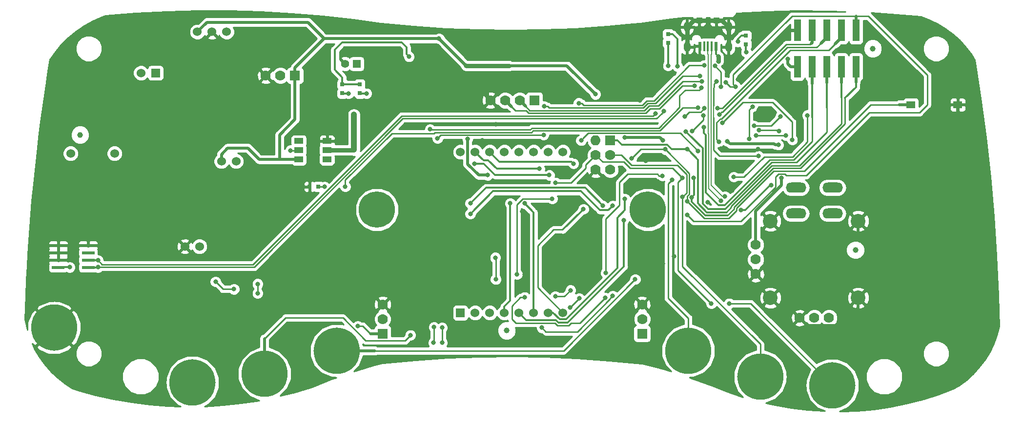
<source format=gbr>
G04 #@! TF.GenerationSoftware,KiCad,Pcbnew,6.0.0-rc1-unknown-ff6a348~66~ubuntu18.04.1*
G04 #@! TF.CreationDate,2018-12-07T10:28:44+02:00
G04 #@! TF.ProjectId,eduArdu_Rev_B,65647541-7264-4755-9f52-65765f422e6b,rev?*
G04 #@! TF.SameCoordinates,Original*
G04 #@! TF.FileFunction,Copper,L1,Top*
G04 #@! TF.FilePolarity,Positive*
%FSLAX46Y46*%
G04 Gerber Fmt 4.6, Leading zero omitted, Abs format (unit mm)*
G04 Created by KiCad (PCBNEW 6.0.0-rc1-unknown-ff6a348~66~ubuntu18.04.1) date  7.12.2018 (пт) 10:28:44 EET*
%MOMM*%
%LPD*%
G01*
G04 APERTURE LIST*
G04 #@! TA.AperFunction,ComponentPad*
%ADD10R,1.524000X1.524000*%
G04 #@! TD*
G04 #@! TA.AperFunction,ComponentPad*
%ADD11C,1.524000*%
G04 #@! TD*
G04 #@! TA.AperFunction,SMDPad,CuDef*
%ADD12R,1.270000X3.810000*%
G04 #@! TD*
G04 #@! TA.AperFunction,SMDPad,CuDef*
%ADD13R,1.524000X1.000000*%
G04 #@! TD*
G04 #@! TA.AperFunction,ComponentPad*
%ADD14C,1.200000*%
G04 #@! TD*
G04 #@! TA.AperFunction,ComponentPad*
%ADD15C,8.000000*%
G04 #@! TD*
G04 #@! TA.AperFunction,ComponentPad*
%ADD16C,1.400000*%
G04 #@! TD*
G04 #@! TA.AperFunction,ComponentPad*
%ADD17R,1.400000X1.400000*%
G04 #@! TD*
G04 #@! TA.AperFunction,ComponentPad*
%ADD18C,6.300000*%
G04 #@! TD*
G04 #@! TA.AperFunction,ComponentPad*
%ADD19C,1.778000*%
G04 #@! TD*
G04 #@! TA.AperFunction,ComponentPad*
%ADD20R,1.778000X1.778000*%
G04 #@! TD*
G04 #@! TA.AperFunction,SMDPad,CuDef*
%ADD21R,0.500000X1.600000*%
G04 #@! TD*
G04 #@! TA.AperFunction,SMDPad,CuDef*
%ADD22R,0.325000X1.800000*%
G04 #@! TD*
G04 #@! TA.AperFunction,SMDPad,CuDef*
%ADD23R,1.100000X1.000000*%
G04 #@! TD*
G04 #@! TA.AperFunction,ComponentPad*
%ADD24O,1.200000X1.800000*%
G04 #@! TD*
G04 #@! TA.AperFunction,SMDPad,CuDef*
%ADD25R,2.200000X0.600000*%
G04 #@! TD*
G04 #@! TA.AperFunction,SMDPad,CuDef*
%ADD26R,0.800000X0.800000*%
G04 #@! TD*
G04 #@! TA.AperFunction,SMDPad,CuDef*
%ADD27R,1.524000X1.270000*%
G04 #@! TD*
G04 #@! TA.AperFunction,ComponentPad*
%ADD28O,3.556000X1.778000*%
G04 #@! TD*
G04 #@! TA.AperFunction,ComponentPad*
%ADD29C,2.540000*%
G04 #@! TD*
G04 #@! TA.AperFunction,ComponentPad*
%ADD30O,1.778000X1.778000*%
G04 #@! TD*
G04 #@! TA.AperFunction,ConnectorPad*
%ADD31C,1.000000*%
G04 #@! TD*
G04 #@! TA.AperFunction,ViaPad*
%ADD32C,0.800000*%
G04 #@! TD*
G04 #@! TA.AperFunction,Conductor*
%ADD33C,0.762000*%
G04 #@! TD*
G04 #@! TA.AperFunction,Conductor*
%ADD34C,1.016000*%
G04 #@! TD*
G04 #@! TA.AperFunction,Conductor*
%ADD35C,0.508000*%
G04 #@! TD*
G04 #@! TA.AperFunction,Conductor*
%ADD36C,0.355600*%
G04 #@! TD*
G04 #@! TA.AperFunction,Conductor*
%ADD37C,0.254000*%
G04 #@! TD*
G04 #@! TA.AperFunction,Conductor*
%ADD38C,0.200000*%
G04 #@! TD*
G04 #@! TA.AperFunction,Conductor*
%ADD39C,0.203200*%
G04 #@! TD*
G04 #@! TA.AperFunction,Conductor*
%ADD40C,0.250000*%
G04 #@! TD*
G04 APERTURE END LIST*
D10*
G04 #@! TO.P,LED7,1*
G04 #@! TO.N,Net-(LED7-Pad1)*
X67610000Y-29240000D03*
D11*
G04 #@! TO.P,LED7,2*
G04 #@! TO.N,LEDMVDD*
X65070000Y-29240000D03*
G04 #@! TD*
D12*
G04 #@! TO.P,UEXT1,10*
G04 #@! TO.N,/A5*
X189080000Y-21825000D03*
G04 #@! TO.P,UEXT1,9*
G04 #@! TO.N,LEDMSCK*
X189080000Y-28175000D03*
G04 #@! TO.P,UEXT1,8*
G04 #@! TO.N,LEDMDATA*
X186540000Y-21825000D03*
G04 #@! TO.P,UEXT1,7*
G04 #@! TO.N,/MISO*
X186540000Y-28175000D03*
G04 #@! TO.P,UEXT1,6*
G04 #@! TO.N,/D2*
X184000000Y-21825000D03*
G04 #@! TO.P,UEXT1,5*
G04 #@! TO.N,/D3*
X184000000Y-28175000D03*
G04 #@! TO.P,UEXT1,4*
G04 #@! TO.N,/D0*
X181460000Y-21825000D03*
G04 #@! TO.P,UEXT1,3*
G04 #@! TO.N,/D1*
X181460000Y-28175000D03*
G04 #@! TO.P,UEXT1,2*
G04 #@! TO.N,GND*
X178920000Y-21825000D03*
G04 #@! TO.P,UEXT1,1*
G04 #@! TO.N,+3.3VD*
X178920000Y-28175000D03*
G04 #@! TD*
D13*
G04 #@! TO.P,LED5,6*
G04 #@! TO.N,GND*
X97340000Y-41060000D03*
G04 #@! TO.P,LED5,5*
G04 #@! TO.N,LEDMVDD*
X97340000Y-42660000D03*
G04 #@! TO.P,LED5,4*
G04 #@! TO.N,Net-(LED5-Pad4)*
X97340000Y-44260000D03*
G04 #@! TO.P,LED5,3*
G04 #@! TO.N,+3.3VD*
X92440000Y-44260000D03*
G04 #@! TO.P,LED5,2*
G04 #@! TO.N,/A4*
X92440000Y-42660000D03*
G04 #@! TO.P,LED5,1*
G04 #@! TO.N,/RGBO*
X92440000Y-41060000D03*
G04 #@! TD*
D11*
G04 #@! TO.P,U9,16*
G04 #@! TO.N,/Led Matrice 8x8/C8*
X120480000Y-42980000D03*
G04 #@! TO.P,U9,15*
G04 #@! TO.N,/Led Matrice 8x8/C7*
X123020000Y-42980000D03*
G04 #@! TO.P,U9,14*
G04 #@! TO.N,/Led Matrice 8x8/R2*
X125560000Y-42980000D03*
G04 #@! TO.P,U9,13*
G04 #@! TO.N,/Led Matrice 8x8/C1*
X128100000Y-42980000D03*
G04 #@! TO.P,U9,12*
G04 #@! TO.N,/Led Matrice 8x8/R4*
X130640000Y-42980000D03*
G04 #@! TO.P,U9,11*
G04 #@! TO.N,/Led Matrice 8x8/C6*
X133180000Y-42980000D03*
G04 #@! TO.P,U9,10*
G04 #@! TO.N,/Led Matrice 8x8/C4*
X135720000Y-42980000D03*
G04 #@! TO.P,U9,9*
G04 #@! TO.N,/Led Matrice 8x8/R1*
X138260000Y-42980000D03*
G04 #@! TO.P,U9,8*
G04 #@! TO.N,/Led Matrice 8x8/R3*
X138260000Y-70920000D03*
G04 #@! TO.P,U9,7*
G04 #@! TO.N,/Led Matrice 8x8/R6*
X135720000Y-70920000D03*
G04 #@! TO.P,U9,6*
G04 #@! TO.N,/Led Matrice 8x8/C5*
X133180000Y-70920000D03*
G04 #@! TO.P,U9,5*
G04 #@! TO.N,/Led Matrice 8x8/R8*
X130640000Y-70920000D03*
G04 #@! TO.P,U9,4*
G04 #@! TO.N,/Led Matrice 8x8/C3*
X128100000Y-70920000D03*
G04 #@! TO.P,U9,3*
G04 #@! TO.N,/Led Matrice 8x8/C2*
X125560000Y-70920000D03*
G04 #@! TO.P,U9,2*
G04 #@! TO.N,/Led Matrice 8x8/R7*
X123020000Y-70920000D03*
D10*
G04 #@! TO.P,U9,1*
G04 #@! TO.N,/Led Matrice 8x8/R5*
X120480000Y-70920000D03*
G04 #@! TD*
D14*
G04 #@! TO.P,CC7,1*
G04 #@! TO.N,/MISO*
X156587000Y-77500000D03*
X163413000Y-77500000D03*
X162400000Y-79900000D03*
X157600000Y-79900000D03*
X162400000Y-75100000D03*
X157600000Y-75100000D03*
X160000000Y-80913000D03*
X160000000Y-74087000D03*
D15*
X160000000Y-77500000D03*
G04 #@! TD*
D14*
G04 #@! TO.P,CC6,1*
G04 #@! TO.N,LEDMDATA*
X181587000Y-83500000D03*
X188413000Y-83500000D03*
X187400000Y-85900000D03*
X182600000Y-85900000D03*
X187400000Y-81100000D03*
X182600000Y-81100000D03*
X185000000Y-86913000D03*
X185000000Y-80087000D03*
D15*
X185000000Y-83500000D03*
G04 #@! TD*
D14*
G04 #@! TO.P,CC5,1*
G04 #@! TO.N,LEDMSCK*
X169087000Y-82000000D03*
X175913000Y-82000000D03*
X174900000Y-84400000D03*
X170100000Y-84400000D03*
X174900000Y-79600000D03*
X170100000Y-79600000D03*
X172500000Y-85413000D03*
X172500000Y-78587000D03*
D15*
X172500000Y-82000000D03*
G04 #@! TD*
D14*
G04 #@! TO.P,CC4,1*
G04 #@! TO.N,GND*
X46587000Y-73500000D03*
X53413000Y-73500000D03*
X52400000Y-75900000D03*
X47600000Y-75900000D03*
X52400000Y-71100000D03*
X47600000Y-71100000D03*
X50000000Y-76913000D03*
X50000000Y-70087000D03*
D15*
X50000000Y-73500000D03*
G04 #@! TD*
D14*
G04 #@! TO.P,CC3,1*
G04 #@! TO.N,/A5*
X95587000Y-77500000D03*
X102413000Y-77500000D03*
X101400000Y-79900000D03*
X96600000Y-79900000D03*
X101400000Y-75100000D03*
X96600000Y-75100000D03*
X99000000Y-80913000D03*
X99000000Y-74087000D03*
D15*
X99000000Y-77500000D03*
G04 #@! TD*
D14*
G04 #@! TO.P,CC2,1*
G04 #@! TO.N,/D10*
X83087000Y-81500000D03*
X89913000Y-81500000D03*
X88900000Y-83900000D03*
X84100000Y-83900000D03*
X88900000Y-79100000D03*
X84100000Y-79100000D03*
X86500000Y-84913000D03*
X86500000Y-78087000D03*
D15*
X86500000Y-81500000D03*
G04 #@! TD*
D14*
G04 #@! TO.P,CC1,1*
G04 #@! TO.N,/D9*
X70587000Y-83000000D03*
X77413000Y-83000000D03*
X76400000Y-85400000D03*
X71600000Y-85400000D03*
X76400000Y-80600000D03*
X71600000Y-80600000D03*
X74000000Y-86413000D03*
X74000000Y-79587000D03*
D15*
X74000000Y-83000000D03*
G04 #@! TD*
D16*
G04 #@! TO.P,BAT_CON1,2*
G04 #@! TO.N,GND*
X100496700Y-27654680D03*
D17*
G04 #@! TO.P,BAT_CON1,1*
G04 #@! TO.N,Net-(BAT_CON1-Pad1)*
X102508380Y-27652140D03*
G04 #@! TD*
D18*
G04 #@! TO.P,MountingHoleShield\002A\002A,GND1*
G04 #@! TO.N,N/C*
X106000000Y-53000000D03*
D14*
X106000000Y-50587000D03*
X106000000Y-55413000D03*
X104349000Y-51349000D03*
X107651000Y-51349000D03*
X104349000Y-54778000D03*
X107651000Y-54651000D03*
X108413000Y-53000000D03*
X103587000Y-53000000D03*
G04 #@! TD*
D19*
G04 #@! TO.P,PIR1,3*
G04 #@! TO.N,GND*
X86710000Y-29700000D03*
G04 #@! TO.P,PIR1,2*
G04 #@! TO.N,/D5*
X89250000Y-29700000D03*
D20*
G04 #@! TO.P,PIR1,1*
G04 #@! TO.N,+3.3VD*
X91790000Y-29700000D03*
G04 #@! TD*
D11*
G04 #@! TO.P,U3,3*
G04 #@! TO.N,+3.3VD*
X74850000Y-22110000D03*
G04 #@! TO.P,U3,2*
G04 #@! TO.N,GND*
X77390000Y-22110000D03*
G04 #@! TO.P,U3,1*
G04 #@! TO.N,Net-(R19-Pad2)*
X79930000Y-22110000D03*
G04 #@! TD*
G04 #@! TO.P,R7,2*
G04 #@! TO.N,/A2*
X81570000Y-44580000D03*
G04 #@! TO.P,R7,1*
G04 #@! TO.N,+3.3VD*
X79030000Y-44580000D03*
G04 #@! TD*
D21*
G04 #@! TO.P,USB1,1*
G04 #@! TO.N,/VBUS*
X164787000Y-24600000D03*
D22*
G04 #@! TO.P,USB1,2*
G04 #@! TO.N,/D_N*
X164050000Y-24600000D03*
G04 #@! TO.P,USB1,3*
G04 #@! TO.N,/D_P*
X163400000Y-24600000D03*
G04 #@! TO.P,USB1,4*
G04 #@! TO.N,Net-(USB1-Pad4)*
X162750000Y-24600000D03*
D21*
G04 #@! TO.P,USB1,5*
G04 #@! TO.N,GND*
X162013000Y-24600000D03*
D23*
G04 #@! TO.P,USB1,0*
X164900000Y-20100000D03*
X161900000Y-20100000D03*
D24*
X167000000Y-21250000D03*
X167000000Y-24720000D03*
X159800000Y-24720000D03*
X159800000Y-21250000D03*
G04 #@! TD*
D25*
G04 #@! TO.P,U4,8*
G04 #@! TO.N,+3.3VD*
X50705566Y-63041369D03*
G04 #@! TO.P,U4,7*
G04 #@! TO.N,GND*
X50705566Y-61771369D03*
G04 #@! TO.P,U4,6*
X50705566Y-60501369D03*
G04 #@! TO.P,U4,5*
X50705566Y-59231369D03*
G04 #@! TO.P,U4,4*
X55905566Y-59231369D03*
G04 #@! TO.P,U4,3*
G04 #@! TO.N,Net-(U4-Pad3)*
X55905566Y-60501369D03*
G04 #@! TO.P,U4,2*
G04 #@! TO.N,/D3*
X55905566Y-61771369D03*
G04 #@! TO.P,U4,1*
G04 #@! TO.N,/D2*
X55905566Y-63041369D03*
G04 #@! TD*
D26*
G04 #@! TO.P,LED6,1*
G04 #@! TO.N,Net-(LED6-Pad1)*
X103000000Y-32762000D03*
G04 #@! TO.P,LED6,2*
G04 #@! TO.N,/VBUS*
X103000000Y-31238000D03*
G04 #@! TD*
G04 #@! TO.P,LED4,1*
G04 #@! TO.N,GND*
X94328000Y-49000000D03*
G04 #@! TO.P,LED4,2*
G04 #@! TO.N,Net-(LED4-Pad2)*
X95852000Y-49000000D03*
G04 #@! TD*
G04 #@! TO.P,LED3,1*
G04 #@! TO.N,Net-(LED3-Pad1)*
X100000000Y-32762000D03*
G04 #@! TO.P,LED3,2*
G04 #@! TO.N,/VBUS*
X100000000Y-31238000D03*
G04 #@! TD*
G04 #@! TO.P,LED2,1*
G04 #@! TO.N,Net-(LED2-Pad1)*
X156500000Y-24024000D03*
G04 #@! TO.P,LED2,2*
G04 #@! TO.N,+3.3VD*
X156500000Y-22500000D03*
G04 #@! TD*
G04 #@! TO.P,LED1,1*
G04 #@! TO.N,Net-(LED1-Pad1)*
X170000000Y-24262000D03*
G04 #@! TO.P,LED1,2*
G04 #@! TO.N,+3.3VD*
X170000000Y-22738000D03*
G04 #@! TD*
D20*
G04 #@! TO.P,USON1,1*
G04 #@! TO.N,LEDMVDD*
X133310000Y-34000000D03*
D19*
G04 #@! TO.P,USON1,2*
G04 #@! TO.N,/D8*
X130770000Y-34000000D03*
G04 #@! TO.P,USON1,3*
G04 #@! TO.N,/D4*
X128230000Y-34000000D03*
G04 #@! TO.P,USON1,4*
G04 #@! TO.N,GND*
X125690000Y-34000000D03*
G04 #@! TD*
G04 #@! TO.P,SERVO1,3*
G04 #@! TO.N,GND*
X107000000Y-69460000D03*
G04 #@! TO.P,SERVO1,2*
G04 #@! TO.N,LEDMVDD*
X107000000Y-72000000D03*
D20*
G04 #@! TO.P,SERVO1,1*
G04 #@! TO.N,/D9*
X107000000Y-74540000D03*
G04 #@! TD*
D27*
G04 #@! TO.P,SW1,2*
G04 #@! TO.N,RESET*
X198616000Y-34760000D03*
G04 #@! TO.P,SW1,1*
G04 #@! TO.N,GND*
X206744000Y-34760000D03*
G04 #@! TD*
D19*
G04 #@! TO.P,SERVO2,3*
G04 #@! TO.N,GND*
X152000000Y-69460000D03*
G04 #@! TO.P,SERVO2,2*
G04 #@! TO.N,LEDMVDD*
X152000000Y-72000000D03*
D20*
G04 #@! TO.P,SERVO2,1*
G04 #@! TO.N,/D10*
X152000000Y-74540000D03*
G04 #@! TD*
D11*
G04 #@! TO.P,MK1,2*
G04 #@! TO.N,Net-(C16-Pad2)*
X75200000Y-59395000D03*
G04 #@! TO.P,MK1,1*
G04 #@! TO.N,GND*
X72660000Y-59395000D03*
G04 #@! TD*
D28*
G04 #@! TO.P,JS1,7*
G04 #@! TO.N,/HWB*
X178695000Y-49149000D03*
X185045000Y-49149000D03*
G04 #@! TO.P,JS1,8*
G04 #@! TO.N,Net-(JS1-Pad8)*
X178695000Y-53649000D03*
X185045000Y-53649000D03*
D19*
G04 #@! TO.P,JS1,4*
G04 #@! TO.N,GND*
X179330000Y-71810000D03*
G04 #@! TO.P,JS1,5*
G04 #@! TO.N,/A0*
X181870000Y-71810000D03*
G04 #@! TO.P,JS1,6*
G04 #@! TO.N,+3.3VD*
X184410000Y-71810000D03*
D29*
G04 #@! TO.P,JS1,9*
G04 #@! TO.N,GND*
X174250000Y-54982500D03*
X174250000Y-68317500D03*
X189490000Y-68317500D03*
X189490000Y-54982500D03*
D19*
G04 #@! TO.P,JS1,1*
G04 #@! TO.N,+3.3VD*
X171710000Y-59110000D03*
G04 #@! TO.P,JS1,2*
G04 #@! TO.N,/A1*
X171710000Y-61650000D03*
G04 #@! TO.P,JS1,3*
G04 #@! TO.N,GND*
X171710000Y-64190000D03*
G04 #@! TD*
G04 #@! TO.P,ICSP1,6*
G04 #@! TO.N,GND*
X143930000Y-46040000D03*
D30*
G04 #@! TO.P,ICSP1,2*
G04 #@! TO.N,+3.3VD*
X143930000Y-40960000D03*
D19*
G04 #@! TO.P,ICSP1,4*
G04 #@! TO.N,LEDMDATA*
X143930000Y-43500000D03*
G04 #@! TO.P,ICSP1,5*
G04 #@! TO.N,RESET*
X146470000Y-46040000D03*
G04 #@! TO.P,ICSP1,3*
G04 #@! TO.N,LEDMSCK*
X146470000Y-43500000D03*
D20*
G04 #@! TO.P,ICSP1,1*
G04 #@! TO.N,/MISO*
X146470000Y-40960000D03*
G04 #@! TD*
D11*
G04 #@! TO.P,BUZ1,2*
G04 #@! TO.N,BUZZER*
X60480000Y-43230000D03*
G04 #@! TO.P,BUZ1,1*
G04 #@! TO.N,LEDMVDD*
X52860000Y-43230000D03*
G04 #@! TD*
D14*
G04 #@! TO.P,MountingHoleShield\002A\002A,GND1*
G04 #@! TO.N,N/C*
X150587000Y-53000000D03*
X155413000Y-53000000D03*
X154651000Y-54651000D03*
X151349000Y-54778000D03*
X154651000Y-51349000D03*
X151349000Y-51349000D03*
X153000000Y-55413000D03*
X153000000Y-50587000D03*
D18*
X153000000Y-53000000D03*
G04 #@! TD*
D31*
G04 #@! TO.P,Ref\002A,Fid1*
G04 #@! TO.N,N/C*
X54500000Y-40000000D03*
G04 #@! TD*
G04 #@! TO.P,Ref\002A,Fid1*
G04 #@! TO.N,N/C*
X128500000Y-74000000D03*
G04 #@! TD*
G04 #@! TO.P,Ref\002A,Fid1*
G04 #@! TO.N,N/C*
X189000000Y-60000000D03*
G04 #@! TD*
G04 #@! TO.P,Ref\002A,Fid1*
G04 #@! TO.N,N/C*
X192000000Y-25000000D03*
G04 #@! TD*
D32*
G04 #@! TO.N,LEDMVDD*
X102000000Y-42600000D03*
X102000000Y-36500000D03*
X125200000Y-47000000D03*
X121700000Y-40735032D03*
G04 #@! TO.N,+3.3VD*
X121500000Y-28000000D03*
X52700000Y-63000000D03*
X158100000Y-28100000D03*
X177300000Y-26800002D03*
X168600000Y-23800000D03*
X116768190Y-23268190D03*
X166800000Y-41100000D03*
X176200000Y-47500000D03*
X175624387Y-41726779D03*
X143885800Y-32936600D03*
G04 #@! TO.N,/VBUS*
X111566000Y-26400000D03*
X165200000Y-26400000D03*
X165200000Y-27200000D03*
X161722200Y-42800000D03*
X141422000Y-40963000D03*
G04 #@! TO.N,/A3*
X172266590Y-39188525D03*
X81200000Y-66800000D03*
X78000000Y-65500000D03*
X175700000Y-39300000D03*
G04 #@! TO.N,LEDMDATA*
X158973000Y-47500000D03*
X165300000Y-41200000D03*
X167100000Y-69300000D03*
X164000000Y-69300000D03*
X137000000Y-48300000D03*
X136400000Y-51100000D03*
X130300000Y-64200000D03*
G04 #@! TO.N,LEDMSCK*
X159000000Y-50800000D03*
X160617326Y-50852891D03*
X146885933Y-67985933D03*
X134600000Y-73500000D03*
X160927010Y-47500000D03*
G04 #@! TO.N,/MISO*
X159835926Y-42435926D03*
X157200000Y-47800000D03*
G04 #@! TO.N,Net-(LED1-Pad1)*
X170043753Y-25613391D03*
G04 #@! TO.N,Net-(LED2-Pad1)*
X156500000Y-27999998D03*
G04 #@! TO.N,Net-(LED3-Pad1)*
X101100000Y-32800000D03*
G04 #@! TO.N,Net-(LED4-Pad2)*
X96900000Y-49000000D03*
G04 #@! TO.N,/A4*
X171800000Y-40073000D03*
X91000000Y-42700000D03*
X176900000Y-40073000D03*
G04 #@! TO.N,Net-(LED6-Pad1)*
X104200000Y-32800000D03*
G04 #@! TO.N,/RXLED*
X169100000Y-53100000D03*
X174377810Y-48700000D03*
G04 #@! TO.N,/D12*
X161700000Y-35300000D03*
X100500000Y-49000000D03*
G04 #@! TO.N,/D_N*
X166371232Y-50711770D03*
G04 #@! TO.N,/D_P*
X165628768Y-51454234D03*
G04 #@! TO.N,/D5*
X141000000Y-34489001D03*
X162800000Y-27900000D03*
X164650000Y-28035166D03*
X165700000Y-31600000D03*
G04 #@! TO.N,/D7*
X180682200Y-36600000D03*
X167900000Y-47300000D03*
G04 #@! TO.N,/D2*
X57600000Y-63000000D03*
X162586346Y-36625059D03*
X160700000Y-39300000D03*
X155800000Y-35900000D03*
X165371561Y-36457584D03*
G04 #@! TO.N,/D3*
X57600000Y-61800000D03*
X159593857Y-39413823D03*
X154300000Y-36300000D03*
G04 #@! TO.N,/D9*
X161988940Y-29770078D03*
X116500000Y-40600000D03*
X115900000Y-73400000D03*
X115800000Y-76100000D03*
X102673000Y-73200000D03*
X134900000Y-39981021D03*
X135000000Y-35018979D03*
G04 #@! TO.N,/D10*
X164900000Y-30700000D03*
X172200000Y-43700000D03*
X111800000Y-74800000D03*
G04 #@! TO.N,LEDMLATCH*
X145600000Y-68300000D03*
X131600000Y-68200000D03*
X145700000Y-64000000D03*
X155500000Y-47100000D03*
G04 #@! TO.N,/D0*
X165100000Y-35400000D03*
X162800000Y-35400000D03*
X159400000Y-36800002D03*
G04 #@! TO.N,/D1*
X162700000Y-38700000D03*
G04 #@! TO.N,/D4*
X161100000Y-31435056D03*
G04 #@! TO.N,/D8*
X162335641Y-30708056D03*
G04 #@! TO.N,/A2*
X171400000Y-38400000D03*
X85300000Y-67527000D03*
X85300000Y-65900000D03*
X176000000Y-36800000D03*
G04 #@! TO.N,RESET*
X159795190Y-51531747D03*
X156004785Y-42509426D03*
X141100000Y-68400000D03*
X139500000Y-70000000D03*
X150185000Y-44112600D03*
G04 #@! TO.N,D6*
X162300000Y-31800000D03*
X115200000Y-39000000D03*
G04 #@! TO.N,IRTX*
X117300000Y-73500000D03*
X117300000Y-76100000D03*
X178048800Y-40861400D03*
X165907600Y-37915000D03*
G04 #@! TO.N,Net-(U5-Pad15)*
X126600000Y-65100000D03*
X126525000Y-61325000D03*
G04 #@! TO.N,Net-(U5-Pad9)*
X139581000Y-66994913D03*
X136937057Y-68062933D03*
G04 #@! TO.N,Net-(U5-Pad7)*
X135900000Y-47000000D03*
X122900000Y-45000000D03*
G04 #@! TO.N,/Led Matrice 8x8/C3*
X129100000Y-51900000D03*
G04 #@! TO.N,/Led Matrice 8x8/C5*
X131600000Y-51900000D03*
G04 #@! TO.N,/Led Matrice 8x8/C7*
X134200000Y-45900000D03*
G04 #@! TO.N,/Led Matrice 8x8/R2*
X140100000Y-45000000D03*
G04 #@! TO.N,/Led Matrice 8x8/R3*
X141822190Y-52900000D03*
G04 #@! TO.N,/Led Matrice 8x8/R6*
X149000000Y-51100000D03*
G04 #@! TO.N,/Led Matrice 8x8/R8*
X148800000Y-54800000D03*
G04 #@! TO.N,/Led Matrice 8x8/R7*
X122200000Y-53700000D03*
X146900000Y-52300000D03*
G04 #@! TO.N,/Led Matrice 8x8/R5*
X122200000Y-51900000D03*
X145200000Y-52300000D03*
G04 #@! TO.N,GND*
X155900000Y-44100000D03*
X163400000Y-51700000D03*
X167600000Y-49700000D03*
X108000000Y-25300000D03*
X106800000Y-28600000D03*
X114000000Y-29400000D03*
X98400000Y-32800000D03*
X125600000Y-53000000D03*
X137164400Y-61800000D03*
X131600000Y-64200000D03*
X52500000Y-61800000D03*
X152600000Y-44508000D03*
X151600000Y-34000000D03*
X177300000Y-22899998D03*
X125184000Y-30016000D03*
X172100000Y-42500000D03*
X172300000Y-35600000D03*
X157561817Y-29351767D03*
X155589058Y-40954969D03*
X135700000Y-63700000D03*
X131200000Y-53300000D03*
X83800000Y-64800000D03*
X159000000Y-66900000D03*
X165700000Y-42400000D03*
X166600000Y-74400000D03*
X82400000Y-73500000D03*
X119900000Y-48600000D03*
X119300000Y-62400000D03*
X171600000Y-23800000D03*
X172900000Y-21250000D03*
X176100000Y-29600000D03*
X172700000Y-26500000D03*
X168600000Y-30400000D03*
X197000000Y-28900000D03*
X191600000Y-31700000D03*
X160800000Y-56800000D03*
X155600000Y-62400000D03*
X149000000Y-40435022D03*
X151100000Y-58200000D03*
X157527010Y-61100000D03*
X91866600Y-75176800D03*
X178607600Y-79494800D03*
X126664600Y-38169000D03*
X124277000Y-40988400D03*
X150642200Y-48481400D03*
G04 #@! TO.N,/A5*
X150800000Y-65100000D03*
X159800000Y-53900000D03*
X170555800Y-40726910D03*
X168193600Y-31615800D03*
X166491800Y-30853800D03*
X171165398Y-35070200D03*
G04 #@! TD*
D33*
G04 #@! TO.N,LEDMVDD*
X101940000Y-42660000D02*
X102000000Y-42600000D01*
X97340000Y-42660000D02*
X101940000Y-42660000D01*
D34*
X102000000Y-36500000D02*
X102000000Y-42600000D01*
D35*
X125200000Y-47000000D02*
X123636078Y-47000000D01*
X121700000Y-45063922D02*
X121700000Y-41300717D01*
X123636078Y-47000000D02*
X121700000Y-45063922D01*
X121700000Y-41300717D02*
X121700000Y-40735032D01*
G04 #@! TO.N,+3.3VD*
X116768190Y-23268190D02*
X121500000Y-28000000D01*
X96824810Y-23268190D02*
X116768190Y-23268190D01*
X91790000Y-29700000D02*
X91790000Y-28303000D01*
X91790000Y-28303000D02*
X96824810Y-23268190D01*
D36*
X50746935Y-63000000D02*
X50705566Y-63041369D01*
X52700000Y-63000000D02*
X50746935Y-63000000D01*
D35*
X85560000Y-44260000D02*
X83600000Y-42300000D01*
X83600000Y-42300000D02*
X80100000Y-42300000D01*
X79030000Y-43370000D02*
X79030000Y-44580000D01*
X80100000Y-42300000D02*
X79030000Y-43370000D01*
D36*
X156500000Y-22500000D02*
X157255600Y-22500000D01*
X158100000Y-23344400D02*
X158100000Y-27534315D01*
X158100000Y-27534315D02*
X158100000Y-28100000D01*
X157255600Y-22500000D02*
X158100000Y-23344400D01*
X177300000Y-27545600D02*
X177300000Y-27365687D01*
X177300000Y-27365687D02*
X177300000Y-26800002D01*
D33*
X121500000Y-28000000D02*
X128961000Y-28000000D01*
D36*
X170000000Y-22738000D02*
X169244400Y-22738000D01*
X168600000Y-23382400D02*
X168600000Y-23800000D01*
X169244400Y-22738000D02*
X168600000Y-23382400D01*
D35*
X91790000Y-29700000D02*
X91790000Y-37310000D01*
X89100000Y-40000000D02*
X89100000Y-44260000D01*
X91790000Y-37310000D02*
X89100000Y-40000000D01*
X92440000Y-44260000D02*
X89100000Y-44260000D01*
X89100000Y-44260000D02*
X85560000Y-44260000D01*
X177300000Y-27698000D02*
X177300000Y-27545600D01*
X177777000Y-28175000D02*
X177300000Y-27698000D01*
X178920000Y-28175000D02*
X177777000Y-28175000D01*
X177300000Y-27698000D02*
X177300000Y-26800002D01*
X93996420Y-20439800D02*
X96824810Y-23268190D01*
X74850000Y-22110000D02*
X76520200Y-20439800D01*
X76520200Y-20439800D02*
X93996420Y-20439800D01*
X171710000Y-59110000D02*
X171710000Y-53265444D01*
X171710000Y-53265444D02*
X176200000Y-48775444D01*
X176200000Y-48775444D02*
X176200000Y-47500000D01*
X175624387Y-41726779D02*
X175058702Y-41726779D01*
X175058702Y-41726779D02*
X174912833Y-41580910D01*
X167280910Y-41580910D02*
X166800000Y-41100000D01*
X174912833Y-41580910D02*
X170555800Y-41580910D01*
X170555800Y-41580910D02*
X167280910Y-41580910D01*
X128961000Y-28000000D02*
X138949200Y-28000000D01*
X138949200Y-28000000D02*
X143885800Y-32936600D01*
D36*
G04 #@! TO.N,/VBUS*
X100000000Y-31238000D02*
X103000000Y-31238000D01*
X111166001Y-26000001D02*
X111166001Y-24766001D01*
X111566000Y-26400000D02*
X111166001Y-26000001D01*
X111166001Y-24766001D02*
X110300000Y-23900000D01*
X110300000Y-23900000D02*
X100000000Y-23900000D01*
X100000000Y-23900000D02*
X98700000Y-25200000D01*
X98700000Y-25200000D02*
X98700000Y-28700000D01*
X100000000Y-30000000D02*
X100000000Y-31238000D01*
X98700000Y-28700000D02*
X100000000Y-30000000D01*
X164787000Y-24600000D02*
X164787000Y-25987000D01*
X164787000Y-25987000D02*
X165200000Y-26400000D01*
D33*
X165200000Y-26400000D02*
X165200000Y-27200000D01*
D37*
X141821999Y-40563001D02*
X141422000Y-40963000D01*
X158630222Y-39708022D02*
X142676978Y-39708022D01*
X142676978Y-39708022D02*
X141821999Y-40563001D01*
X161722200Y-42800000D02*
X158630222Y-39708022D01*
G04 #@! TO.N,/A3*
X81200000Y-66800000D02*
X79300000Y-66800000D01*
X79300000Y-66800000D02*
X78000000Y-65500000D01*
X175588525Y-39188525D02*
X175700000Y-39300000D01*
X172266590Y-39188525D02*
X175588525Y-39188525D01*
G04 #@! TO.N,LEDMDATA*
X185000000Y-83500000D02*
X170800000Y-69300000D01*
X170800000Y-69300000D02*
X167100000Y-69300000D01*
X136400000Y-51100000D02*
X131324038Y-51100000D01*
X130300000Y-63634315D02*
X130300000Y-64200000D01*
X130300000Y-52124038D02*
X130300000Y-63634315D01*
X131324038Y-51100000D02*
X130300000Y-52124038D01*
X158254011Y-48218989D02*
X158573001Y-47899999D01*
X158254011Y-63554011D02*
X158254011Y-48218989D01*
X164000000Y-69300000D02*
X158254011Y-63554011D01*
X158573001Y-47899999D02*
X158973000Y-47500000D01*
D35*
X186540000Y-23095000D02*
X185435000Y-24200000D01*
X186540000Y-21825000D02*
X186540000Y-23095000D01*
D37*
X142234800Y-45195200D02*
X143930000Y-43500000D01*
X142234800Y-45738200D02*
X142234800Y-45195200D01*
X137000000Y-48300000D02*
X139673000Y-48300000D01*
X139673000Y-48300000D02*
X142234800Y-45738200D01*
X165558639Y-37187999D02*
X164900001Y-37846637D01*
X184380990Y-25254010D02*
X177721954Y-25254010D01*
X165787965Y-37187999D02*
X165558639Y-37187999D01*
X177721954Y-25254010D02*
X165787965Y-37187999D01*
X164900001Y-40800001D02*
X165300000Y-41200000D01*
X164900001Y-37846637D02*
X164900001Y-40800001D01*
X185435000Y-24200000D02*
X184380990Y-25254010D01*
X157273000Y-45800000D02*
X158973000Y-47500000D01*
X149900000Y-45800000D02*
X157273000Y-45800000D01*
X148816001Y-44716001D02*
X149900000Y-45800000D01*
X143930000Y-43500000D02*
X145146001Y-44716001D01*
X145146001Y-44716001D02*
X148816001Y-44716001D01*
D36*
G04 #@! TO.N,LEDMSCK*
X162988572Y-54011220D02*
X160617326Y-51639974D01*
X160617326Y-51418576D02*
X160617326Y-50852891D01*
X166797178Y-54011220D02*
X162988572Y-54011220D01*
X160617326Y-51639974D02*
X160617326Y-51418576D01*
D37*
X159700000Y-46900000D02*
X159700000Y-50100000D01*
X150200000Y-45300000D02*
X158100000Y-45300000D01*
X159700000Y-50100000D02*
X159000000Y-50800000D01*
X158100000Y-45300000D02*
X159700000Y-46900000D01*
X148400000Y-43500000D02*
X150200000Y-45300000D01*
X146485934Y-68490028D02*
X140775962Y-74200000D01*
X146885933Y-67985933D02*
X146485934Y-68385932D01*
X146485934Y-68385932D02*
X146485934Y-68490028D01*
X140775962Y-74200000D02*
X135300000Y-74200000D01*
X135300000Y-74200000D02*
X134600000Y-73500000D01*
D36*
X189080000Y-31728397D02*
X187200000Y-33608397D01*
D37*
X187200000Y-33608397D02*
X187200000Y-38100000D01*
X167918988Y-52562982D02*
X167918988Y-52889410D01*
X187200000Y-38100000D02*
X179500000Y-45800000D01*
X174681970Y-45800000D02*
X167918988Y-52562982D01*
X179500000Y-45800000D02*
X174681970Y-45800000D01*
X167918988Y-52889410D02*
X166797178Y-54011220D01*
X159000000Y-51365685D02*
X159000000Y-50800000D01*
X172500000Y-76343146D02*
X159000000Y-62843146D01*
X172500000Y-82000000D02*
X172500000Y-76343146D01*
X159000000Y-62843146D02*
X159000000Y-51365685D01*
D36*
X161017325Y-50452892D02*
X161017325Y-47590315D01*
X161017325Y-47590315D02*
X160927010Y-47500000D01*
X160617326Y-50852891D02*
X161017325Y-50452892D01*
D35*
X189080000Y-30588000D02*
X189080000Y-30900000D01*
X189080000Y-28175000D02*
X189080000Y-30588000D01*
D36*
X189080000Y-30900000D02*
X189080000Y-31728397D01*
D37*
X148400000Y-43500000D02*
X146470000Y-43500000D01*
G04 #@! TO.N,/MISO*
X179254011Y-45345989D02*
X174493913Y-45345989D01*
X186540000Y-33482646D02*
X186540000Y-38060000D01*
X186540000Y-38060000D02*
X179254011Y-45345989D01*
X167464977Y-52557670D02*
X166567037Y-53455610D01*
X174493913Y-45345989D02*
X167464977Y-52374925D01*
X167464977Y-52374925D02*
X167464977Y-52557670D01*
X160000000Y-71843146D02*
X156500001Y-68343147D01*
X160000000Y-77500000D02*
X160000000Y-71843146D01*
X156500001Y-68343147D02*
X156500001Y-48499999D01*
X156800001Y-48199999D02*
X157200000Y-47800000D01*
X156500001Y-48499999D02*
X156800001Y-48199999D01*
D36*
X160235925Y-42835925D02*
X159835926Y-42435926D01*
X161658822Y-51895719D02*
X161658822Y-47919336D01*
X161704812Y-47873346D02*
X161704812Y-44304812D01*
X161658822Y-47919336D02*
X161704812Y-47873346D01*
X163218713Y-53455610D02*
X161658822Y-51895719D01*
X161704812Y-44304812D02*
X160235925Y-42835925D01*
X166567037Y-53455610D02*
X163218713Y-53455610D01*
D35*
X186540000Y-30588000D02*
X186540000Y-31000000D01*
X186540000Y-28175000D02*
X186540000Y-30588000D01*
D36*
X186540000Y-31000000D02*
X186540000Y-33482646D01*
X147714600Y-40960000D02*
X146470000Y-40960000D01*
X157082431Y-42435926D02*
X156371505Y-41725000D01*
X156371505Y-41725000D02*
X155970173Y-41725000D01*
X159835926Y-42435926D02*
X157082431Y-42435926D01*
X155970173Y-41725000D02*
X155962403Y-41732770D01*
X155962403Y-41732770D02*
X148487370Y-41732770D01*
X148487370Y-41732770D02*
X147714600Y-40960000D01*
G04 #@! TO.N,Net-(LED1-Pad1)*
X170000000Y-25569638D02*
X170043753Y-25613391D01*
X170000000Y-24262000D02*
X170000000Y-25569638D01*
G04 #@! TO.N,Net-(LED2-Pad1)*
X156500000Y-24024000D02*
X156500000Y-27999998D01*
G04 #@! TO.N,Net-(LED3-Pad1)*
X100038000Y-32800000D02*
X100000000Y-32762000D01*
X101100000Y-32800000D02*
X100038000Y-32800000D01*
D37*
G04 #@! TO.N,Net-(LED4-Pad2)*
X96900000Y-49000000D02*
X95852000Y-49000000D01*
G04 #@! TO.N,/A4*
X92400000Y-42700000D02*
X92440000Y-42660000D01*
X91000000Y-42700000D02*
X92400000Y-42700000D01*
X171800000Y-40073000D02*
X176900000Y-40073000D01*
D36*
G04 #@! TO.N,Net-(LED6-Pad1)*
X103038000Y-32800000D02*
X103000000Y-32762000D01*
X104200000Y-32800000D02*
X103038000Y-32800000D01*
G04 #@! TO.N,/RXLED*
X174235801Y-48764199D02*
X169900000Y-53100000D01*
X169900000Y-53100000D02*
X169100000Y-53100000D01*
D37*
G04 #@! TO.N,/D12*
X100500000Y-47823600D02*
X100500000Y-49000000D01*
X108579800Y-39743800D02*
X100500000Y-47823600D01*
X115856200Y-39743800D02*
X108579800Y-39743800D01*
X133089961Y-39254011D02*
X132789961Y-39554011D01*
X159042068Y-35300000D02*
X155088057Y-39254011D01*
X132789961Y-39554011D02*
X116045989Y-39554011D01*
X116045989Y-39554011D02*
X115856200Y-39743800D01*
X155088057Y-39254011D02*
X133089961Y-39254011D01*
X161700000Y-35300000D02*
X159042068Y-35300000D01*
D38*
G04 #@! TO.N,/D_N*
X165946967Y-50711770D02*
X163950000Y-48714803D01*
X166371232Y-50711770D02*
X165946967Y-50711770D01*
X163950000Y-48714803D02*
X163950000Y-26050001D01*
X163950000Y-26050001D02*
X164050000Y-25950001D01*
X164050000Y-25950001D02*
X164050000Y-24600000D01*
G04 #@! TO.N,/D_P*
X165628768Y-51454234D02*
X163533420Y-49358886D01*
X163533420Y-49358886D02*
X163533420Y-39838400D01*
X163500000Y-26050001D02*
X163400000Y-25950001D01*
X163533420Y-39838400D02*
X163500000Y-39804980D01*
X163500000Y-39804980D02*
X163500000Y-26050001D01*
X163400000Y-25950001D02*
X163400000Y-25700000D01*
X163400000Y-25700000D02*
X163400000Y-24600000D01*
D37*
G04 #@! TO.N,/D5*
X162900000Y-27900000D02*
X162800000Y-27900000D01*
X141914651Y-34837967D02*
X152035829Y-34837967D01*
X141565685Y-34489001D02*
X141914651Y-34837967D01*
X162234315Y-27900000D02*
X162800000Y-27900000D01*
X152810752Y-34063044D02*
X154036956Y-34063044D01*
X160200000Y-27900000D02*
X162234315Y-27900000D01*
X154036956Y-34063044D02*
X160200000Y-27900000D01*
X141000000Y-34489001D02*
X141565685Y-34489001D01*
X152035829Y-34837967D02*
X152810752Y-34063044D01*
X164650000Y-28035166D02*
X165700000Y-29085166D01*
X165700000Y-29085166D02*
X165700000Y-31600000D01*
G04 #@! TO.N,/D7*
X180682200Y-36600000D02*
X180682200Y-41117800D01*
X180682200Y-41117800D02*
X180682200Y-41217800D01*
X180682200Y-41217800D02*
X178100000Y-43800000D01*
X173175962Y-43800000D02*
X169675962Y-47300000D01*
X178100000Y-43800000D02*
X173175962Y-43800000D01*
X169675962Y-47300000D02*
X167900000Y-47300000D01*
D36*
G04 #@! TO.N,/D2*
X55905566Y-63041369D02*
X57558631Y-63041369D01*
X57558631Y-63041369D02*
X57600000Y-63000000D01*
D37*
X162586346Y-36625059D02*
X162586346Y-37413654D01*
X161099999Y-38900001D02*
X160700000Y-39300000D01*
X162586346Y-37413654D02*
X161099999Y-38900001D01*
D35*
X184000000Y-23095000D02*
X182995000Y-24100000D01*
X184000000Y-21825000D02*
X184000000Y-23095000D01*
D37*
X165771560Y-36057585D02*
X165371561Y-36457584D01*
X182995000Y-24100000D02*
X182295000Y-24800000D01*
X177142066Y-24800000D02*
X165884481Y-36057585D01*
X165884481Y-36057585D02*
X165771560Y-36057585D01*
X182295000Y-24800000D02*
X177142066Y-24800000D01*
X155400001Y-36299999D02*
X155800000Y-35900000D01*
X154521600Y-37178400D02*
X155400001Y-36299999D01*
X110503132Y-37178400D02*
X154521600Y-37178400D01*
X57600000Y-63000000D02*
X84681532Y-63000000D01*
X84681532Y-63000000D02*
X110503132Y-37178400D01*
D36*
G04 #@! TO.N,/D3*
X55934197Y-61800000D02*
X55905566Y-61771369D01*
X57600000Y-61800000D02*
X55934197Y-61800000D01*
X163448854Y-52899999D02*
X162500000Y-51951145D01*
X162500000Y-51951145D02*
X162500000Y-42319966D01*
X162500000Y-42319966D02*
X159993856Y-39813822D01*
X159993856Y-39813822D02*
X159593857Y-39413823D01*
X166336895Y-52899999D02*
X163448854Y-52899999D01*
D37*
X178745990Y-44754010D02*
X174443824Y-44754010D01*
X184000000Y-39500000D02*
X178745990Y-44754010D01*
X184000000Y-35236895D02*
X184000000Y-39500000D01*
X174443824Y-44754010D02*
X166336895Y-52860939D01*
X166336895Y-52860939D02*
X166336895Y-52899999D01*
D35*
X184000000Y-28175000D02*
X184000000Y-30588000D01*
X184000000Y-30588000D02*
X184000000Y-31000000D01*
D36*
X184000000Y-31000000D02*
X184000000Y-35236895D01*
D37*
X58302200Y-62502200D02*
X57600000Y-61800000D01*
X84497800Y-62502200D02*
X58302200Y-62502200D01*
X110300001Y-36699999D02*
X84497800Y-62502200D01*
X154300000Y-36300000D02*
X153900001Y-36699999D01*
X153900001Y-36699999D02*
X110300001Y-36699999D01*
G04 #@! TO.N,/D9*
X115900000Y-73400000D02*
X115900000Y-76000000D01*
X115900000Y-76000000D02*
X115800000Y-76100000D01*
X102673000Y-73200000D02*
X103500000Y-73200000D01*
X103500000Y-73200000D02*
X104840000Y-74540000D01*
X117091978Y-40008022D02*
X134307314Y-40008022D01*
X134334315Y-39981021D02*
X134900000Y-39981021D01*
X134307314Y-40008022D02*
X134334315Y-39981021D01*
X116500000Y-40600000D02*
X117091978Y-40008022D01*
X161988940Y-29770078D02*
X159045786Y-29770078D01*
X152998809Y-34517055D02*
X152223886Y-35291978D01*
X135838684Y-35291978D02*
X135565685Y-35018979D01*
X135565685Y-35018979D02*
X135000000Y-35018979D01*
X152223886Y-35291978D02*
X135838684Y-35291978D01*
X159045786Y-29770078D02*
X154298809Y-34517055D01*
X154298809Y-34517055D02*
X152998809Y-34517055D01*
D35*
X105603000Y-74540000D02*
X104840000Y-74540000D01*
X107000000Y-74540000D02*
X105603000Y-74540000D01*
D37*
G04 #@! TO.N,/D10*
X164500001Y-31699999D02*
X164377010Y-31822990D01*
X164900000Y-30700000D02*
X164500001Y-31099999D01*
X164500001Y-31099999D02*
X164500001Y-31699999D01*
X164377010Y-31822990D02*
X164377010Y-34977010D01*
D39*
X164377010Y-34977010D02*
X164377010Y-36977010D01*
D37*
X164377010Y-42652972D02*
X165424038Y-43700000D01*
X164377010Y-36977010D02*
X164377010Y-42652972D01*
X165424038Y-43700000D02*
X172200000Y-43700000D01*
X100100000Y-71800000D02*
X90100000Y-71800000D01*
X104056001Y-75756001D02*
X100100000Y-71800000D01*
X90100000Y-71800000D02*
X86500000Y-75400000D01*
X111800000Y-74800000D02*
X110843999Y-75756001D01*
X110843999Y-75756001D02*
X104056001Y-75756001D01*
D35*
X86500000Y-75843146D02*
X86500000Y-75400000D01*
X86500000Y-81500000D02*
X86500000Y-75843146D01*
D37*
G04 #@! TO.N,LEDMLATCH*
X149500000Y-46800000D02*
X154634315Y-46800000D01*
X145700000Y-54575962D02*
X148095191Y-52180771D01*
X154934315Y-47100000D02*
X155500000Y-47100000D01*
X148095191Y-52180771D02*
X148095191Y-48204809D01*
X148095191Y-48204809D02*
X149500000Y-46800000D01*
X154634315Y-46800000D02*
X154934315Y-47100000D01*
X145700000Y-64000000D02*
X145700000Y-54575962D01*
X129400000Y-69700000D02*
X130900000Y-68200000D01*
X130100000Y-72700000D02*
X129400000Y-72000000D01*
X129400000Y-72000000D02*
X129400000Y-69700000D01*
X136853432Y-72700000D02*
X130100000Y-72700000D01*
X139246345Y-73120221D02*
X137273654Y-73120222D01*
X139666568Y-72700000D02*
X139246345Y-73120221D01*
X137273654Y-73120222D02*
X136853432Y-72700000D01*
X130900000Y-68200000D02*
X131600000Y-68200000D01*
X141200000Y-72700000D02*
X139666568Y-72700000D01*
X145600000Y-68300000D02*
X141200000Y-72700000D01*
G04 #@! TO.N,/D0*
X181144000Y-24300000D02*
X177000000Y-24300000D01*
X177000000Y-24300000D02*
X165900000Y-35400000D01*
X165900000Y-35400000D02*
X165100000Y-35400000D01*
X159799999Y-36400003D02*
X159400000Y-36800002D01*
X162172999Y-36027001D02*
X160173001Y-36027001D01*
X162800000Y-35400000D02*
X162172999Y-36027001D01*
X160173001Y-36027001D02*
X159799999Y-36400003D01*
D35*
X181460000Y-21825000D02*
X181460000Y-23984000D01*
X181460000Y-23984000D02*
X181300000Y-24144000D01*
D37*
X181300000Y-24144000D02*
X181144000Y-24300000D01*
D36*
G04 #@! TO.N,/D1*
X166219107Y-52232035D02*
X165255423Y-52232035D01*
X163055611Y-50032223D02*
X163055610Y-40036316D01*
X165255423Y-52232035D02*
X163055611Y-50032223D01*
X163055610Y-40036316D02*
X162700000Y-39680706D01*
X162700000Y-39265685D02*
X162700000Y-38700000D01*
X162700000Y-39680706D02*
X162700000Y-39265685D01*
D37*
X181460000Y-36991143D02*
X181460000Y-41140000D01*
X174151143Y-44299999D02*
X166219107Y-52232035D01*
X178300001Y-44299999D02*
X174151143Y-44299999D01*
X181460000Y-41140000D02*
X178300001Y-44299999D01*
D35*
X181460000Y-28175000D02*
X181460000Y-31100000D01*
D36*
X181460000Y-31100000D02*
X181460000Y-36991143D01*
D37*
G04 #@! TO.N,/D4*
X154974923Y-35425077D02*
X158964944Y-31435056D01*
X153374923Y-35425077D02*
X154974923Y-35425077D01*
X152600000Y-36200000D02*
X153374923Y-35425077D01*
X160534315Y-31435056D02*
X161100000Y-31435056D01*
X131881942Y-35754010D02*
X132327932Y-36200000D01*
X132327932Y-36200000D02*
X152600000Y-36200000D01*
X158964944Y-31435056D02*
X160534315Y-31435056D01*
X129984010Y-35754010D02*
X131881942Y-35754010D01*
D35*
X128230000Y-34000000D02*
X129300000Y-35070000D01*
D37*
X129300000Y-35070000D02*
X129984010Y-35754010D01*
G04 #@! TO.N,/D8*
X152411943Y-35745989D02*
X153186866Y-34971066D01*
X161769956Y-30708056D02*
X162335641Y-30708056D01*
X153186866Y-34971066D02*
X154786866Y-34971066D01*
X132515989Y-35745989D02*
X152411943Y-35745989D01*
X159049876Y-30708056D02*
X161769956Y-30708056D01*
X154786866Y-34971066D02*
X159049876Y-30708056D01*
D35*
X130770000Y-34000000D02*
X131770000Y-35000000D01*
D37*
X131770000Y-35000000D02*
X132515989Y-35745989D01*
G04 #@! TO.N,/A2*
X85300000Y-67527000D02*
X85300000Y-65900000D01*
X174400000Y-38400000D02*
X176000000Y-36800000D01*
X171400000Y-38400000D02*
X174400000Y-38400000D01*
G04 #@! TO.N,RESET*
X141100000Y-68400000D02*
X139500000Y-70000000D01*
X156404784Y-42909425D02*
X156004785Y-42509426D01*
X160200000Y-46704641D02*
X156404784Y-42909425D01*
X160200000Y-50242068D02*
X160200000Y-46704641D01*
X159795190Y-50646878D02*
X160200000Y-50242068D01*
X159795190Y-51531747D02*
X159795190Y-50646878D01*
X162779473Y-54516030D02*
X159795190Y-51531747D01*
X168372999Y-52751039D02*
X168372999Y-53151039D01*
X174824038Y-46300000D02*
X168372999Y-52751039D01*
X180100000Y-46300000D02*
X174824038Y-46300000D01*
X168372999Y-53151039D02*
X167008008Y-54516030D01*
X191640000Y-34760000D02*
X180100000Y-46300000D01*
X167008008Y-54516030D02*
X162779473Y-54516030D01*
D35*
X198616000Y-34760000D02*
X196600000Y-34760000D01*
D37*
X196600000Y-34760000D02*
X191640000Y-34760000D01*
X156004785Y-42509426D02*
X151788174Y-42509426D01*
X151788174Y-42509426D02*
X150185000Y-44112600D01*
G04 #@! TO.N,D6*
X115300000Y-39100000D02*
X115200000Y-39000000D01*
X132601904Y-39100000D02*
X115300000Y-39100000D01*
X162300000Y-31800000D02*
X161900001Y-32199999D01*
X161900001Y-32199999D02*
X159484137Y-32199999D01*
X159484137Y-32199999D02*
X158500000Y-33184136D01*
X158500000Y-33184136D02*
X158500000Y-35200000D01*
X158500000Y-35200000D02*
X154900000Y-38800000D01*
X132901904Y-38800000D02*
X132601904Y-39100000D01*
X154900000Y-38800000D02*
X132901904Y-38800000D01*
G04 #@! TO.N,IRTX*
X117300000Y-73500000D02*
X117300000Y-74065685D01*
X117300000Y-74065685D02*
X117300000Y-76100000D01*
D40*
X178048800Y-40295715D02*
X178048800Y-40861400D01*
X178048800Y-37775798D02*
X178048800Y-40295715D01*
X174618201Y-34345199D02*
X178048800Y-37775798D01*
X165907600Y-37915000D02*
X169477401Y-34345199D01*
X169477401Y-34345199D02*
X174618201Y-34345199D01*
D37*
G04 #@! TO.N,Net-(U5-Pad15)*
X126600000Y-65100000D02*
X126600000Y-61400000D01*
X126600000Y-61400000D02*
X126525000Y-61325000D01*
G04 #@! TO.N,Net-(U5-Pad9)*
X137502742Y-68062933D02*
X136937057Y-68062933D01*
X138512980Y-68062933D02*
X137502742Y-68062933D01*
X139581000Y-66994913D02*
X138512980Y-68062933D01*
D36*
G04 #@! TO.N,Net-(U5-Pad7)*
X124478600Y-45000000D02*
X122900000Y-45000000D01*
X135900000Y-47000000D02*
X126478600Y-47000000D01*
X126478600Y-47000000D02*
X124478600Y-45000000D01*
G04 #@! TO.N,/Led Matrice 8x8/C3*
X128100000Y-69842370D02*
X129100000Y-68842370D01*
X128100000Y-70920000D02*
X128100000Y-69842370D01*
X129100000Y-68842370D02*
X129100000Y-51900000D01*
G04 #@! TO.N,/Led Matrice 8x8/C5*
X133180000Y-70920000D02*
X133180000Y-53480000D01*
X133180000Y-53480000D02*
X131600000Y-51900000D01*
G04 #@! TO.N,/Led Matrice 8x8/C7*
X133634315Y-45900000D02*
X134200000Y-45900000D01*
X126775600Y-45900000D02*
X133634315Y-45900000D01*
X123020000Y-42980000D02*
X124484389Y-44444389D01*
X125319989Y-44444389D02*
X126775600Y-45900000D01*
X124484389Y-44444389D02*
X125319989Y-44444389D01*
G04 #@! TO.N,/Led Matrice 8x8/R2*
X139746000Y-44646000D02*
X140100000Y-45000000D01*
X125560000Y-42980000D02*
X127226000Y-44646000D01*
X127226000Y-44646000D02*
X139746000Y-44646000D01*
G04 #@! TO.N,/Led Matrice 8x8/R3*
X141422191Y-53299999D02*
X141822190Y-52900000D01*
X138260000Y-56462190D02*
X141422191Y-53299999D01*
D37*
X133900000Y-59200000D02*
X133900000Y-66560000D01*
X138260000Y-56462190D02*
X136637810Y-56462190D01*
X133900000Y-66560000D02*
X138260000Y-70920000D01*
X136637810Y-56462190D02*
X133900000Y-59200000D01*
D36*
G04 #@! TO.N,/Led Matrice 8x8/R6*
X149000000Y-51665685D02*
X149000000Y-51100000D01*
X149000000Y-53100000D02*
X149000000Y-51665685D01*
X135720000Y-70920000D02*
X136573094Y-70920000D01*
X147700001Y-54399999D02*
X149000000Y-53100000D01*
X147700001Y-63166905D02*
X147700001Y-54399999D01*
X138807105Y-72059801D02*
X147700001Y-63166905D01*
X137712895Y-72059801D02*
X138807105Y-72059801D01*
X136573094Y-70920000D02*
X137712895Y-72059801D01*
G04 #@! TO.N,/Led Matrice 8x8/R8*
X130640000Y-70920000D02*
X131915189Y-72195189D01*
X148800000Y-62852658D02*
X148800000Y-55365685D01*
X131915189Y-72195189D02*
X137062531Y-72195189D01*
X137482754Y-72615412D02*
X139037247Y-72615411D01*
X137062531Y-72195189D02*
X137482754Y-72615412D01*
X148800000Y-55365685D02*
X148800000Y-54800000D01*
X139037247Y-72615411D02*
X148800000Y-62852658D01*
G04 #@! TO.N,/Led Matrice 8x8/R7*
X126144389Y-49755611D02*
X141355611Y-49755611D01*
X146122199Y-53077801D02*
X146500001Y-52699999D01*
X141355611Y-49755611D02*
X144677801Y-53077801D01*
X146500001Y-52699999D02*
X146900000Y-52300000D01*
X144677801Y-53077801D02*
X146122199Y-53077801D01*
X122200000Y-53700000D02*
X126144389Y-49755611D01*
G04 #@! TO.N,/Led Matrice 8x8/R5*
X142100000Y-49200000D02*
X145200000Y-52300000D01*
X124900000Y-49200000D02*
X142100000Y-49200000D01*
X122200000Y-51900000D02*
X124900000Y-49200000D01*
G04 #@! TO.N,GND*
X159800000Y-25975600D02*
X159800000Y-24720000D01*
X161768600Y-26100000D02*
X159924400Y-26100000D01*
X162013000Y-25855600D02*
X161768600Y-26100000D01*
X159924400Y-26100000D02*
X159800000Y-25975600D01*
X162013000Y-24600000D02*
X162013000Y-25855600D01*
X50734197Y-61800000D02*
X50705566Y-61771369D01*
X52500000Y-61800000D02*
X50734197Y-61800000D01*
X50705566Y-59231369D02*
X52161166Y-59231369D01*
X52500000Y-59231369D02*
X55905566Y-59231369D01*
X52161166Y-59231369D02*
X52500000Y-59231369D01*
X52498631Y-60501369D02*
X52500000Y-60500000D01*
X52500000Y-59231369D02*
X52500000Y-60500000D01*
X50705566Y-60501369D02*
X52498631Y-60501369D01*
X52500000Y-60500000D02*
X52500000Y-61800000D01*
D33*
X161900000Y-20100000D02*
X164900000Y-20100000D01*
X165850000Y-20100000D02*
X167000000Y-21250000D01*
X164900000Y-20100000D02*
X165850000Y-20100000D01*
X160950000Y-20100000D02*
X159800000Y-21250000D01*
X161900000Y-20100000D02*
X160950000Y-20100000D01*
X159800000Y-21250000D02*
X159800000Y-24720000D01*
X167000000Y-21250000D02*
X167000000Y-24720000D01*
D36*
X177300000Y-22454400D02*
X177300000Y-22899998D01*
X177929400Y-21825000D02*
X177300000Y-22454400D01*
D35*
X125184000Y-33494000D02*
X125690000Y-34000000D01*
X125184000Y-30016000D02*
X125184000Y-33494000D01*
X206744000Y-37728500D02*
X189490000Y-54982500D01*
X206744000Y-34760000D02*
X206744000Y-37728500D01*
X189490000Y-70113551D02*
X189490000Y-68317500D01*
X186450550Y-73153001D02*
X189490000Y-70113551D01*
X180673001Y-73153001D02*
X186450550Y-73153001D01*
X179330000Y-71810000D02*
X180673001Y-73153001D01*
X190759999Y-67047501D02*
X189490000Y-68317500D01*
X190770001Y-67037499D02*
X190759999Y-67047501D01*
X190770001Y-59150399D02*
X190770001Y-67037499D01*
X189490000Y-57870398D02*
X190770001Y-59150399D01*
X189490000Y-54982500D02*
X189490000Y-57870398D01*
X135700000Y-63264400D02*
X137164400Y-61800000D01*
X135700000Y-63700000D02*
X135700000Y-63264400D01*
X131600000Y-64200000D02*
X131600000Y-53700000D01*
X131600000Y-53700000D02*
X131200000Y-53300000D01*
X155589058Y-40954969D02*
X155069111Y-40435022D01*
X155069111Y-40435022D02*
X149000000Y-40435022D01*
X178920000Y-21825000D02*
X177929400Y-21825000D01*
D37*
G04 #@! TO.N,/A5*
X150800000Y-65100000D02*
X138400000Y-77500000D01*
D35*
X104656854Y-77500000D02*
X105600000Y-77500000D01*
X99000000Y-77500000D02*
X104656854Y-77500000D01*
D37*
X138400000Y-77500000D02*
X105600000Y-77500000D01*
D35*
X189080000Y-21825000D02*
X189080000Y-20555000D01*
D40*
X168193600Y-31615800D02*
X167253800Y-31615800D01*
X167253800Y-31615800D02*
X166491800Y-30853800D01*
X170765399Y-35470199D02*
X171165398Y-35070200D01*
X170555800Y-40726910D02*
X170555800Y-35679798D01*
X170555800Y-35679798D02*
X170765399Y-35470199D01*
D35*
X189080000Y-21825000D02*
X189080000Y-19355200D01*
D37*
X167793601Y-31215801D02*
X168193600Y-31615800D01*
X167793601Y-29551999D02*
X167793601Y-31215801D01*
X189080000Y-19355200D02*
X177990400Y-19355200D01*
X177990400Y-19355200D02*
X167793601Y-29551999D01*
X191400000Y-36100000D02*
X200133000Y-36100000D01*
X177010873Y-47016040D02*
X180483960Y-47016040D01*
X176748844Y-46754011D02*
X177010873Y-47016040D01*
X201442200Y-34790800D02*
X201442200Y-29583800D01*
X160899999Y-54999999D02*
X169153773Y-54999999D01*
X180483960Y-47016040D02*
X191400000Y-36100000D01*
X175645989Y-46754011D02*
X176748844Y-46754011D01*
X200133000Y-36100000D02*
X201442200Y-34790800D01*
X159800000Y-53900000D02*
X160899999Y-54999999D01*
X175104811Y-47295189D02*
X175645989Y-46754011D01*
X191213600Y-19355200D02*
X189080000Y-19355200D01*
X169153773Y-54999999D02*
X175104811Y-49048961D01*
X201442200Y-29583800D02*
X191213600Y-19355200D01*
X175104811Y-49048961D02*
X175104811Y-47295189D01*
G04 #@! TD*
G04 #@! TO.N,GND*
G36*
X195062757Y-19004738D02*
X200392297Y-19481234D01*
X201823253Y-20016358D01*
X203246782Y-20707705D01*
X204598937Y-21529952D01*
X205867708Y-22475798D01*
X207041840Y-23536851D01*
X208110904Y-24703688D01*
X209067172Y-25968278D01*
X209687846Y-26953084D01*
X210710784Y-33627735D01*
X211610120Y-40446740D01*
X212366454Y-47283103D01*
X212979451Y-54133777D01*
X213448848Y-60995859D01*
X213774459Y-67866808D01*
X213929256Y-73302927D01*
X213532893Y-74780105D01*
X212974892Y-76270960D01*
X212276567Y-77701466D01*
X211444352Y-79058453D01*
X210485896Y-80329441D01*
X209410047Y-81502700D01*
X208226689Y-82567450D01*
X206944339Y-83515645D01*
X205887911Y-84163485D01*
X203250678Y-85134473D01*
X200522104Y-85979783D01*
X197752997Y-86681139D01*
X194951003Y-87236605D01*
X192123784Y-87644665D01*
X189279038Y-87904205D01*
X186424662Y-88014503D01*
X186219664Y-88011686D01*
X187625517Y-87429363D01*
X188929363Y-86125517D01*
X189635000Y-84421959D01*
X189635000Y-83777042D01*
X189648000Y-83745657D01*
X189648000Y-83254343D01*
X189635000Y-83222958D01*
X189635000Y-82578041D01*
X189133083Y-81366305D01*
X190814200Y-81366305D01*
X190814200Y-82633695D01*
X191299209Y-83804611D01*
X192195389Y-84700791D01*
X193366305Y-85185800D01*
X194633695Y-85185800D01*
X195804611Y-84700791D01*
X196700791Y-83804611D01*
X197185800Y-82633695D01*
X197185800Y-81366305D01*
X196700791Y-80195389D01*
X195804611Y-79299209D01*
X194633695Y-78814200D01*
X193366305Y-78814200D01*
X192195389Y-79299209D01*
X191299209Y-80195389D01*
X190814200Y-81366305D01*
X189133083Y-81366305D01*
X188929363Y-80874483D01*
X187625517Y-79570637D01*
X185921959Y-78865000D01*
X185277042Y-78865000D01*
X185245657Y-78852000D01*
X184754343Y-78852000D01*
X184722958Y-78865000D01*
X184078041Y-78865000D01*
X182374483Y-79570637D01*
X182261375Y-79683745D01*
X180122957Y-77545326D01*
X200714200Y-77545326D01*
X200714200Y-78454674D01*
X201062193Y-79294801D01*
X201705199Y-79937807D01*
X202545326Y-80285800D01*
X203454674Y-80285800D01*
X204294801Y-79937807D01*
X204937807Y-79294801D01*
X205285800Y-78454674D01*
X205285800Y-77545326D01*
X204937807Y-76705199D01*
X204294801Y-76062193D01*
X203454674Y-75714200D01*
X202545326Y-75714200D01*
X201705199Y-76062193D01*
X201062193Y-76705199D01*
X200714200Y-77545326D01*
X180122957Y-77545326D01*
X175459827Y-72882196D01*
X178437409Y-72882196D01*
X178522467Y-73137539D01*
X179091965Y-73345516D01*
X179697700Y-73319723D01*
X180137533Y-73137539D01*
X180222591Y-72882196D01*
X179330000Y-71989605D01*
X178437409Y-72882196D01*
X175459827Y-72882196D01*
X174149596Y-71571965D01*
X177794484Y-71571965D01*
X177820277Y-72177700D01*
X178002461Y-72617533D01*
X178257804Y-72702591D01*
X179150395Y-71810000D01*
X179509605Y-71810000D01*
X180402196Y-72702591D01*
X180567367Y-72647570D01*
X180578015Y-72673277D01*
X181006723Y-73101985D01*
X181566858Y-73334000D01*
X182173142Y-73334000D01*
X182733277Y-73101985D01*
X183140000Y-72695262D01*
X183546723Y-73101985D01*
X184106858Y-73334000D01*
X184713142Y-73334000D01*
X185273277Y-73101985D01*
X185701985Y-72673277D01*
X185934000Y-72113142D01*
X185934000Y-71506858D01*
X185701985Y-70946723D01*
X185273277Y-70518015D01*
X184713142Y-70286000D01*
X184106858Y-70286000D01*
X183546723Y-70518015D01*
X183140000Y-70924738D01*
X182733277Y-70518015D01*
X182173142Y-70286000D01*
X181566858Y-70286000D01*
X181006723Y-70518015D01*
X180578015Y-70946723D01*
X180567367Y-70972430D01*
X180402196Y-70917409D01*
X179509605Y-71810000D01*
X179150395Y-71810000D01*
X178257804Y-70917409D01*
X178002461Y-71002467D01*
X177794484Y-71571965D01*
X174149596Y-71571965D01*
X173315435Y-70737804D01*
X178437409Y-70737804D01*
X179330000Y-71630395D01*
X180222591Y-70737804D01*
X180137533Y-70482461D01*
X179568035Y-70274484D01*
X178962300Y-70300277D01*
X178522467Y-70482461D01*
X178437409Y-70737804D01*
X173315435Y-70737804D01*
X172242908Y-69665277D01*
X173081828Y-69665277D01*
X173213520Y-69960157D01*
X173921036Y-70231761D01*
X174678632Y-70211936D01*
X175286480Y-69960157D01*
X175418172Y-69665277D01*
X188321828Y-69665277D01*
X188453520Y-69960157D01*
X189161036Y-70231761D01*
X189918632Y-70211936D01*
X190526480Y-69960157D01*
X190658172Y-69665277D01*
X189490000Y-68497105D01*
X188321828Y-69665277D01*
X175418172Y-69665277D01*
X174250000Y-68497105D01*
X173081828Y-69665277D01*
X172242908Y-69665277D01*
X171391884Y-68814253D01*
X171349371Y-68750629D01*
X171097317Y-68582212D01*
X170875048Y-68538000D01*
X170875043Y-68538000D01*
X170800000Y-68523073D01*
X170724957Y-68538000D01*
X167801711Y-68538000D01*
X167686280Y-68422569D01*
X167305874Y-68265000D01*
X166894126Y-68265000D01*
X166513720Y-68422569D01*
X166222569Y-68713720D01*
X166142210Y-68907725D01*
X165223021Y-67988536D01*
X172335739Y-67988536D01*
X172355564Y-68746132D01*
X172607343Y-69353980D01*
X172902223Y-69485672D01*
X174070395Y-68317500D01*
X174429605Y-68317500D01*
X175597777Y-69485672D01*
X175892657Y-69353980D01*
X176164261Y-68646464D01*
X176147045Y-67988536D01*
X187575739Y-67988536D01*
X187595564Y-68746132D01*
X187847343Y-69353980D01*
X188142223Y-69485672D01*
X189310395Y-68317500D01*
X189669605Y-68317500D01*
X190837777Y-69485672D01*
X191132657Y-69353980D01*
X191404261Y-68646464D01*
X191384436Y-67888868D01*
X191132657Y-67281020D01*
X190837777Y-67149328D01*
X189669605Y-68317500D01*
X189310395Y-68317500D01*
X188142223Y-67149328D01*
X187847343Y-67281020D01*
X187575739Y-67988536D01*
X176147045Y-67988536D01*
X176144436Y-67888868D01*
X175892657Y-67281020D01*
X175597777Y-67149328D01*
X174429605Y-68317500D01*
X174070395Y-68317500D01*
X172902223Y-67149328D01*
X172607343Y-67281020D01*
X172335739Y-67988536D01*
X165223021Y-67988536D01*
X164204208Y-66969723D01*
X173081828Y-66969723D01*
X174250000Y-68137895D01*
X175418172Y-66969723D01*
X188321828Y-66969723D01*
X189490000Y-68137895D01*
X190658172Y-66969723D01*
X190526480Y-66674843D01*
X189818964Y-66403239D01*
X189061368Y-66423064D01*
X188453520Y-66674843D01*
X188321828Y-66969723D01*
X175418172Y-66969723D01*
X175286480Y-66674843D01*
X174578964Y-66403239D01*
X173821368Y-66423064D01*
X173213520Y-66674843D01*
X173081828Y-66969723D01*
X164204208Y-66969723D01*
X162496681Y-65262196D01*
X170817409Y-65262196D01*
X170902467Y-65517539D01*
X171471965Y-65725516D01*
X172077700Y-65699723D01*
X172517533Y-65517539D01*
X172602591Y-65262196D01*
X171710000Y-64369605D01*
X170817409Y-65262196D01*
X162496681Y-65262196D01*
X161186450Y-63951965D01*
X170174484Y-63951965D01*
X170200277Y-64557700D01*
X170382461Y-64997533D01*
X170637804Y-65082591D01*
X171530395Y-64190000D01*
X171889605Y-64190000D01*
X172782196Y-65082591D01*
X173037539Y-64997533D01*
X173245516Y-64428035D01*
X173219723Y-63822300D01*
X173037539Y-63382467D01*
X172782196Y-63297409D01*
X171889605Y-64190000D01*
X171530395Y-64190000D01*
X170637804Y-63297409D01*
X170382461Y-63382467D01*
X170174484Y-63951965D01*
X161186450Y-63951965D01*
X159762000Y-62527516D01*
X159762000Y-54939630D01*
X160308117Y-55485748D01*
X160350628Y-55549370D01*
X160602682Y-55717787D01*
X160824951Y-55761999D01*
X160824952Y-55761999D01*
X160899999Y-55776927D01*
X160975046Y-55761999D01*
X169078730Y-55761999D01*
X169153773Y-55776926D01*
X169228816Y-55761999D01*
X169228821Y-55761999D01*
X169451090Y-55717787D01*
X169703144Y-55549370D01*
X169745656Y-55485746D01*
X170821001Y-54410401D01*
X170821000Y-57843738D01*
X170418015Y-58246723D01*
X170186000Y-58806858D01*
X170186000Y-59413142D01*
X170418015Y-59973277D01*
X170824738Y-60380000D01*
X170418015Y-60786723D01*
X170186000Y-61346858D01*
X170186000Y-61953142D01*
X170418015Y-62513277D01*
X170846723Y-62941985D01*
X170872430Y-62952633D01*
X170817409Y-63117804D01*
X171710000Y-64010395D01*
X172602591Y-63117804D01*
X172547570Y-62952633D01*
X172573277Y-62941985D01*
X173001985Y-62513277D01*
X173234000Y-61953142D01*
X173234000Y-61346858D01*
X173001985Y-60786723D01*
X172595262Y-60380000D01*
X173001985Y-59973277D01*
X173126286Y-59673187D01*
X187357000Y-59673187D01*
X187357000Y-60326813D01*
X187607132Y-60930685D01*
X188069315Y-61392868D01*
X188673187Y-61643000D01*
X189326813Y-61643000D01*
X189930685Y-61392868D01*
X190392868Y-60930685D01*
X190643000Y-60326813D01*
X190643000Y-59673187D01*
X190392868Y-59069315D01*
X189930685Y-58607132D01*
X189326813Y-58357000D01*
X188673187Y-58357000D01*
X188069315Y-58607132D01*
X187607132Y-59069315D01*
X187357000Y-59673187D01*
X173126286Y-59673187D01*
X173234000Y-59413142D01*
X173234000Y-58806858D01*
X173001985Y-58246723D01*
X172599000Y-57843738D01*
X172599000Y-56330277D01*
X173081828Y-56330277D01*
X173213520Y-56625157D01*
X173921036Y-56896761D01*
X174678632Y-56876936D01*
X175286480Y-56625157D01*
X175418172Y-56330277D01*
X188321828Y-56330277D01*
X188453520Y-56625157D01*
X189161036Y-56896761D01*
X189918632Y-56876936D01*
X190526480Y-56625157D01*
X190658172Y-56330277D01*
X189490000Y-55162105D01*
X188321828Y-56330277D01*
X175418172Y-56330277D01*
X174250000Y-55162105D01*
X173081828Y-56330277D01*
X172599000Y-56330277D01*
X172599000Y-55998838D01*
X172607343Y-56018980D01*
X172902223Y-56150672D01*
X174070395Y-54982500D01*
X174429605Y-54982500D01*
X175597777Y-56150672D01*
X175892657Y-56018980D01*
X176164261Y-55311464D01*
X176144436Y-54553868D01*
X175892657Y-53946020D01*
X175597777Y-53814328D01*
X174429605Y-54982500D01*
X174070395Y-54982500D01*
X172902223Y-53814328D01*
X172607343Y-53946020D01*
X172599000Y-53967753D01*
X172599000Y-53634723D01*
X173081828Y-53634723D01*
X174250000Y-54802895D01*
X175403895Y-53649000D01*
X176252144Y-53649000D01*
X176370424Y-54243635D01*
X176707258Y-54747742D01*
X177211365Y-55084576D01*
X177655903Y-55173000D01*
X179734097Y-55173000D01*
X180178635Y-55084576D01*
X180682742Y-54747742D01*
X181019576Y-54243635D01*
X181137856Y-53649000D01*
X182602144Y-53649000D01*
X182720424Y-54243635D01*
X183057258Y-54747742D01*
X183561365Y-55084576D01*
X184005903Y-55173000D01*
X186084097Y-55173000D01*
X186528635Y-55084576D01*
X187032742Y-54747742D01*
X187095688Y-54653536D01*
X187575739Y-54653536D01*
X187595564Y-55411132D01*
X187847343Y-56018980D01*
X188142223Y-56150672D01*
X189310395Y-54982500D01*
X189669605Y-54982500D01*
X190837777Y-56150672D01*
X191132657Y-56018980D01*
X191404261Y-55311464D01*
X191384436Y-54553868D01*
X191132657Y-53946020D01*
X190837777Y-53814328D01*
X189669605Y-54982500D01*
X189310395Y-54982500D01*
X188142223Y-53814328D01*
X187847343Y-53946020D01*
X187575739Y-54653536D01*
X187095688Y-54653536D01*
X187369576Y-54243635D01*
X187487856Y-53649000D01*
X187485017Y-53634723D01*
X188321828Y-53634723D01*
X189490000Y-54802895D01*
X190658172Y-53634723D01*
X190526480Y-53339843D01*
X189818964Y-53068239D01*
X189061368Y-53088064D01*
X188453520Y-53339843D01*
X188321828Y-53634723D01*
X187485017Y-53634723D01*
X187369576Y-53054365D01*
X187032742Y-52550258D01*
X186528635Y-52213424D01*
X186084097Y-52125000D01*
X184005903Y-52125000D01*
X183561365Y-52213424D01*
X183057258Y-52550258D01*
X182720424Y-53054365D01*
X182602144Y-53649000D01*
X181137856Y-53649000D01*
X181019576Y-53054365D01*
X180682742Y-52550258D01*
X180178635Y-52213424D01*
X179734097Y-52125000D01*
X177655903Y-52125000D01*
X177211365Y-52213424D01*
X176707258Y-52550258D01*
X176370424Y-53054365D01*
X176252144Y-53649000D01*
X175403895Y-53649000D01*
X175418172Y-53634723D01*
X175286480Y-53339843D01*
X174578964Y-53068239D01*
X173821368Y-53088064D01*
X173213520Y-53339843D01*
X173081828Y-53634723D01*
X172599000Y-53634723D01*
X172599000Y-53633679D01*
X176417937Y-49814743D01*
X176707258Y-50247742D01*
X177211365Y-50584576D01*
X177655903Y-50673000D01*
X179734097Y-50673000D01*
X180178635Y-50584576D01*
X180682742Y-50247742D01*
X181019576Y-49743635D01*
X181137856Y-49149000D01*
X182602144Y-49149000D01*
X182720424Y-49743635D01*
X183057258Y-50247742D01*
X183561365Y-50584576D01*
X184005903Y-50673000D01*
X186084097Y-50673000D01*
X186528635Y-50584576D01*
X187032742Y-50247742D01*
X187369576Y-49743635D01*
X187487856Y-49149000D01*
X187369576Y-48554365D01*
X187032742Y-48050258D01*
X186528635Y-47713424D01*
X186084097Y-47625000D01*
X184005903Y-47625000D01*
X183561365Y-47713424D01*
X183057258Y-48050258D01*
X182720424Y-48554365D01*
X182602144Y-49149000D01*
X181137856Y-49149000D01*
X181019576Y-48554365D01*
X180682742Y-48050258D01*
X180275340Y-47778040D01*
X180408917Y-47778040D01*
X180483960Y-47792967D01*
X180559003Y-47778040D01*
X180559008Y-47778040D01*
X180781277Y-47733828D01*
X181033331Y-47565411D01*
X181075844Y-47501787D01*
X191715631Y-36862000D01*
X200057957Y-36862000D01*
X200133000Y-36876927D01*
X200208043Y-36862000D01*
X200208048Y-36862000D01*
X200430317Y-36817788D01*
X200682371Y-36649371D01*
X200724883Y-36585747D01*
X201927950Y-35382681D01*
X201991571Y-35340171D01*
X202041799Y-35265000D01*
X202159987Y-35088119D01*
X202159987Y-35088118D01*
X202159988Y-35088117D01*
X202168415Y-35045750D01*
X205347000Y-35045750D01*
X205347000Y-35521309D01*
X205443673Y-35754698D01*
X205622301Y-35933327D01*
X205855690Y-36030000D01*
X206458250Y-36030000D01*
X206617000Y-35871250D01*
X206617000Y-34887000D01*
X206871000Y-34887000D01*
X206871000Y-35871250D01*
X207029750Y-36030000D01*
X207632310Y-36030000D01*
X207865699Y-35933327D01*
X208044327Y-35754698D01*
X208141000Y-35521309D01*
X208141000Y-35045750D01*
X207982250Y-34887000D01*
X206871000Y-34887000D01*
X206617000Y-34887000D01*
X205505750Y-34887000D01*
X205347000Y-35045750D01*
X202168415Y-35045750D01*
X202204200Y-34865848D01*
X202204200Y-34865844D01*
X202219127Y-34790801D01*
X202204200Y-34715758D01*
X202204200Y-33998691D01*
X205347000Y-33998691D01*
X205347000Y-34474250D01*
X205505750Y-34633000D01*
X206617000Y-34633000D01*
X206617000Y-33648750D01*
X206871000Y-33648750D01*
X206871000Y-34633000D01*
X207982250Y-34633000D01*
X208141000Y-34474250D01*
X208141000Y-33998691D01*
X208044327Y-33765302D01*
X207865699Y-33586673D01*
X207632310Y-33490000D01*
X207029750Y-33490000D01*
X206871000Y-33648750D01*
X206617000Y-33648750D01*
X206458250Y-33490000D01*
X205855690Y-33490000D01*
X205622301Y-33586673D01*
X205443673Y-33765302D01*
X205347000Y-33998691D01*
X202204200Y-33998691D01*
X202204200Y-29658847D01*
X202219128Y-29583800D01*
X202198852Y-29481867D01*
X202159988Y-29286483D01*
X201991571Y-29034429D01*
X201927949Y-28991918D01*
X197481357Y-24545326D01*
X200714200Y-24545326D01*
X200714200Y-25454674D01*
X201062193Y-26294801D01*
X201705199Y-26937807D01*
X202545326Y-27285800D01*
X203454674Y-27285800D01*
X204294801Y-26937807D01*
X204937807Y-26294801D01*
X205285800Y-25454674D01*
X205285800Y-24545326D01*
X204937807Y-23705199D01*
X204294801Y-23062193D01*
X203454674Y-22714200D01*
X202545326Y-22714200D01*
X201705199Y-23062193D01*
X201062193Y-23705199D01*
X200714200Y-24545326D01*
X197481357Y-24545326D01*
X191805484Y-18869453D01*
X191762971Y-18805829D01*
X191757305Y-18802043D01*
X195062757Y-19004738D01*
X195062757Y-19004738D01*
G37*
X195062757Y-19004738D02*
X200392297Y-19481234D01*
X201823253Y-20016358D01*
X203246782Y-20707705D01*
X204598937Y-21529952D01*
X205867708Y-22475798D01*
X207041840Y-23536851D01*
X208110904Y-24703688D01*
X209067172Y-25968278D01*
X209687846Y-26953084D01*
X210710784Y-33627735D01*
X211610120Y-40446740D01*
X212366454Y-47283103D01*
X212979451Y-54133777D01*
X213448848Y-60995859D01*
X213774459Y-67866808D01*
X213929256Y-73302927D01*
X213532893Y-74780105D01*
X212974892Y-76270960D01*
X212276567Y-77701466D01*
X211444352Y-79058453D01*
X210485896Y-80329441D01*
X209410047Y-81502700D01*
X208226689Y-82567450D01*
X206944339Y-83515645D01*
X205887911Y-84163485D01*
X203250678Y-85134473D01*
X200522104Y-85979783D01*
X197752997Y-86681139D01*
X194951003Y-87236605D01*
X192123784Y-87644665D01*
X189279038Y-87904205D01*
X186424662Y-88014503D01*
X186219664Y-88011686D01*
X187625517Y-87429363D01*
X188929363Y-86125517D01*
X189635000Y-84421959D01*
X189635000Y-83777042D01*
X189648000Y-83745657D01*
X189648000Y-83254343D01*
X189635000Y-83222958D01*
X189635000Y-82578041D01*
X189133083Y-81366305D01*
X190814200Y-81366305D01*
X190814200Y-82633695D01*
X191299209Y-83804611D01*
X192195389Y-84700791D01*
X193366305Y-85185800D01*
X194633695Y-85185800D01*
X195804611Y-84700791D01*
X196700791Y-83804611D01*
X197185800Y-82633695D01*
X197185800Y-81366305D01*
X196700791Y-80195389D01*
X195804611Y-79299209D01*
X194633695Y-78814200D01*
X193366305Y-78814200D01*
X192195389Y-79299209D01*
X191299209Y-80195389D01*
X190814200Y-81366305D01*
X189133083Y-81366305D01*
X188929363Y-80874483D01*
X187625517Y-79570637D01*
X185921959Y-78865000D01*
X185277042Y-78865000D01*
X185245657Y-78852000D01*
X184754343Y-78852000D01*
X184722958Y-78865000D01*
X184078041Y-78865000D01*
X182374483Y-79570637D01*
X182261375Y-79683745D01*
X180122957Y-77545326D01*
X200714200Y-77545326D01*
X200714200Y-78454674D01*
X201062193Y-79294801D01*
X201705199Y-79937807D01*
X202545326Y-80285800D01*
X203454674Y-80285800D01*
X204294801Y-79937807D01*
X204937807Y-79294801D01*
X205285800Y-78454674D01*
X205285800Y-77545326D01*
X204937807Y-76705199D01*
X204294801Y-76062193D01*
X203454674Y-75714200D01*
X202545326Y-75714200D01*
X201705199Y-76062193D01*
X201062193Y-76705199D01*
X200714200Y-77545326D01*
X180122957Y-77545326D01*
X175459827Y-72882196D01*
X178437409Y-72882196D01*
X178522467Y-73137539D01*
X179091965Y-73345516D01*
X179697700Y-73319723D01*
X180137533Y-73137539D01*
X180222591Y-72882196D01*
X179330000Y-71989605D01*
X178437409Y-72882196D01*
X175459827Y-72882196D01*
X174149596Y-71571965D01*
X177794484Y-71571965D01*
X177820277Y-72177700D01*
X178002461Y-72617533D01*
X178257804Y-72702591D01*
X179150395Y-71810000D01*
X179509605Y-71810000D01*
X180402196Y-72702591D01*
X180567367Y-72647570D01*
X180578015Y-72673277D01*
X181006723Y-73101985D01*
X181566858Y-73334000D01*
X182173142Y-73334000D01*
X182733277Y-73101985D01*
X183140000Y-72695262D01*
X183546723Y-73101985D01*
X184106858Y-73334000D01*
X184713142Y-73334000D01*
X185273277Y-73101985D01*
X185701985Y-72673277D01*
X185934000Y-72113142D01*
X185934000Y-71506858D01*
X185701985Y-70946723D01*
X185273277Y-70518015D01*
X184713142Y-70286000D01*
X184106858Y-70286000D01*
X183546723Y-70518015D01*
X183140000Y-70924738D01*
X182733277Y-70518015D01*
X182173142Y-70286000D01*
X181566858Y-70286000D01*
X181006723Y-70518015D01*
X180578015Y-70946723D01*
X180567367Y-70972430D01*
X180402196Y-70917409D01*
X179509605Y-71810000D01*
X179150395Y-71810000D01*
X178257804Y-70917409D01*
X178002461Y-71002467D01*
X177794484Y-71571965D01*
X174149596Y-71571965D01*
X173315435Y-70737804D01*
X178437409Y-70737804D01*
X179330000Y-71630395D01*
X180222591Y-70737804D01*
X180137533Y-70482461D01*
X179568035Y-70274484D01*
X178962300Y-70300277D01*
X178522467Y-70482461D01*
X178437409Y-70737804D01*
X173315435Y-70737804D01*
X172242908Y-69665277D01*
X173081828Y-69665277D01*
X173213520Y-69960157D01*
X173921036Y-70231761D01*
X174678632Y-70211936D01*
X175286480Y-69960157D01*
X175418172Y-69665277D01*
X188321828Y-69665277D01*
X188453520Y-69960157D01*
X189161036Y-70231761D01*
X189918632Y-70211936D01*
X190526480Y-69960157D01*
X190658172Y-69665277D01*
X189490000Y-68497105D01*
X188321828Y-69665277D01*
X175418172Y-69665277D01*
X174250000Y-68497105D01*
X173081828Y-69665277D01*
X172242908Y-69665277D01*
X171391884Y-68814253D01*
X171349371Y-68750629D01*
X171097317Y-68582212D01*
X170875048Y-68538000D01*
X170875043Y-68538000D01*
X170800000Y-68523073D01*
X170724957Y-68538000D01*
X167801711Y-68538000D01*
X167686280Y-68422569D01*
X167305874Y-68265000D01*
X166894126Y-68265000D01*
X166513720Y-68422569D01*
X166222569Y-68713720D01*
X166142210Y-68907725D01*
X165223021Y-67988536D01*
X172335739Y-67988536D01*
X172355564Y-68746132D01*
X172607343Y-69353980D01*
X172902223Y-69485672D01*
X174070395Y-68317500D01*
X174429605Y-68317500D01*
X175597777Y-69485672D01*
X175892657Y-69353980D01*
X176164261Y-68646464D01*
X176147045Y-67988536D01*
X187575739Y-67988536D01*
X187595564Y-68746132D01*
X187847343Y-69353980D01*
X188142223Y-69485672D01*
X189310395Y-68317500D01*
X189669605Y-68317500D01*
X190837777Y-69485672D01*
X191132657Y-69353980D01*
X191404261Y-68646464D01*
X191384436Y-67888868D01*
X191132657Y-67281020D01*
X190837777Y-67149328D01*
X189669605Y-68317500D01*
X189310395Y-68317500D01*
X188142223Y-67149328D01*
X187847343Y-67281020D01*
X187575739Y-67988536D01*
X176147045Y-67988536D01*
X176144436Y-67888868D01*
X175892657Y-67281020D01*
X175597777Y-67149328D01*
X174429605Y-68317500D01*
X174070395Y-68317500D01*
X172902223Y-67149328D01*
X172607343Y-67281020D01*
X172335739Y-67988536D01*
X165223021Y-67988536D01*
X164204208Y-66969723D01*
X173081828Y-66969723D01*
X174250000Y-68137895D01*
X175418172Y-66969723D01*
X188321828Y-66969723D01*
X189490000Y-68137895D01*
X190658172Y-66969723D01*
X190526480Y-66674843D01*
X189818964Y-66403239D01*
X189061368Y-66423064D01*
X188453520Y-66674843D01*
X188321828Y-66969723D01*
X175418172Y-66969723D01*
X175286480Y-66674843D01*
X174578964Y-66403239D01*
X173821368Y-66423064D01*
X173213520Y-66674843D01*
X173081828Y-66969723D01*
X164204208Y-66969723D01*
X162496681Y-65262196D01*
X170817409Y-65262196D01*
X170902467Y-65517539D01*
X171471965Y-65725516D01*
X172077700Y-65699723D01*
X172517533Y-65517539D01*
X172602591Y-65262196D01*
X171710000Y-64369605D01*
X170817409Y-65262196D01*
X162496681Y-65262196D01*
X161186450Y-63951965D01*
X170174484Y-63951965D01*
X170200277Y-64557700D01*
X170382461Y-64997533D01*
X170637804Y-65082591D01*
X171530395Y-64190000D01*
X171889605Y-64190000D01*
X172782196Y-65082591D01*
X173037539Y-64997533D01*
X173245516Y-64428035D01*
X173219723Y-63822300D01*
X173037539Y-63382467D01*
X172782196Y-63297409D01*
X171889605Y-64190000D01*
X171530395Y-64190000D01*
X170637804Y-63297409D01*
X170382461Y-63382467D01*
X170174484Y-63951965D01*
X161186450Y-63951965D01*
X159762000Y-62527516D01*
X159762000Y-54939630D01*
X160308117Y-55485748D01*
X160350628Y-55549370D01*
X160602682Y-55717787D01*
X160824951Y-55761999D01*
X160824952Y-55761999D01*
X160899999Y-55776927D01*
X160975046Y-55761999D01*
X169078730Y-55761999D01*
X169153773Y-55776926D01*
X169228816Y-55761999D01*
X169228821Y-55761999D01*
X169451090Y-55717787D01*
X169703144Y-55549370D01*
X169745656Y-55485746D01*
X170821001Y-54410401D01*
X170821000Y-57843738D01*
X170418015Y-58246723D01*
X170186000Y-58806858D01*
X170186000Y-59413142D01*
X170418015Y-59973277D01*
X170824738Y-60380000D01*
X170418015Y-60786723D01*
X170186000Y-61346858D01*
X170186000Y-61953142D01*
X170418015Y-62513277D01*
X170846723Y-62941985D01*
X170872430Y-62952633D01*
X170817409Y-63117804D01*
X171710000Y-64010395D01*
X172602591Y-63117804D01*
X172547570Y-62952633D01*
X172573277Y-62941985D01*
X173001985Y-62513277D01*
X173234000Y-61953142D01*
X173234000Y-61346858D01*
X173001985Y-60786723D01*
X172595262Y-60380000D01*
X173001985Y-59973277D01*
X173126286Y-59673187D01*
X187357000Y-59673187D01*
X187357000Y-60326813D01*
X187607132Y-60930685D01*
X188069315Y-61392868D01*
X188673187Y-61643000D01*
X189326813Y-61643000D01*
X189930685Y-61392868D01*
X190392868Y-60930685D01*
X190643000Y-60326813D01*
X190643000Y-59673187D01*
X190392868Y-59069315D01*
X189930685Y-58607132D01*
X189326813Y-58357000D01*
X188673187Y-58357000D01*
X188069315Y-58607132D01*
X187607132Y-59069315D01*
X187357000Y-59673187D01*
X173126286Y-59673187D01*
X173234000Y-59413142D01*
X173234000Y-58806858D01*
X173001985Y-58246723D01*
X172599000Y-57843738D01*
X172599000Y-56330277D01*
X173081828Y-56330277D01*
X173213520Y-56625157D01*
X173921036Y-56896761D01*
X174678632Y-56876936D01*
X175286480Y-56625157D01*
X175418172Y-56330277D01*
X188321828Y-56330277D01*
X188453520Y-56625157D01*
X189161036Y-56896761D01*
X189918632Y-56876936D01*
X190526480Y-56625157D01*
X190658172Y-56330277D01*
X189490000Y-55162105D01*
X188321828Y-56330277D01*
X175418172Y-56330277D01*
X174250000Y-55162105D01*
X173081828Y-56330277D01*
X172599000Y-56330277D01*
X172599000Y-55998838D01*
X172607343Y-56018980D01*
X172902223Y-56150672D01*
X174070395Y-54982500D01*
X174429605Y-54982500D01*
X175597777Y-56150672D01*
X175892657Y-56018980D01*
X176164261Y-55311464D01*
X176144436Y-54553868D01*
X175892657Y-53946020D01*
X175597777Y-53814328D01*
X174429605Y-54982500D01*
X174070395Y-54982500D01*
X172902223Y-53814328D01*
X172607343Y-53946020D01*
X172599000Y-53967753D01*
X172599000Y-53634723D01*
X173081828Y-53634723D01*
X174250000Y-54802895D01*
X175403895Y-53649000D01*
X176252144Y-53649000D01*
X176370424Y-54243635D01*
X176707258Y-54747742D01*
X177211365Y-55084576D01*
X177655903Y-55173000D01*
X179734097Y-55173000D01*
X180178635Y-55084576D01*
X180682742Y-54747742D01*
X181019576Y-54243635D01*
X181137856Y-53649000D01*
X182602144Y-53649000D01*
X182720424Y-54243635D01*
X183057258Y-54747742D01*
X183561365Y-55084576D01*
X184005903Y-55173000D01*
X186084097Y-55173000D01*
X186528635Y-55084576D01*
X187032742Y-54747742D01*
X187095688Y-54653536D01*
X187575739Y-54653536D01*
X187595564Y-55411132D01*
X187847343Y-56018980D01*
X188142223Y-56150672D01*
X189310395Y-54982500D01*
X189669605Y-54982500D01*
X190837777Y-56150672D01*
X191132657Y-56018980D01*
X191404261Y-55311464D01*
X191384436Y-54553868D01*
X191132657Y-53946020D01*
X190837777Y-53814328D01*
X189669605Y-54982500D01*
X189310395Y-54982500D01*
X188142223Y-53814328D01*
X187847343Y-53946020D01*
X187575739Y-54653536D01*
X187095688Y-54653536D01*
X187369576Y-54243635D01*
X187487856Y-53649000D01*
X187485017Y-53634723D01*
X188321828Y-53634723D01*
X189490000Y-54802895D01*
X190658172Y-53634723D01*
X190526480Y-53339843D01*
X189818964Y-53068239D01*
X189061368Y-53088064D01*
X188453520Y-53339843D01*
X188321828Y-53634723D01*
X187485017Y-53634723D01*
X187369576Y-53054365D01*
X187032742Y-52550258D01*
X186528635Y-52213424D01*
X186084097Y-52125000D01*
X184005903Y-52125000D01*
X183561365Y-52213424D01*
X183057258Y-52550258D01*
X182720424Y-53054365D01*
X182602144Y-53649000D01*
X181137856Y-53649000D01*
X181019576Y-53054365D01*
X180682742Y-52550258D01*
X180178635Y-52213424D01*
X179734097Y-52125000D01*
X177655903Y-52125000D01*
X177211365Y-52213424D01*
X176707258Y-52550258D01*
X176370424Y-53054365D01*
X176252144Y-53649000D01*
X175403895Y-53649000D01*
X175418172Y-53634723D01*
X175286480Y-53339843D01*
X174578964Y-53068239D01*
X173821368Y-53088064D01*
X173213520Y-53339843D01*
X173081828Y-53634723D01*
X172599000Y-53634723D01*
X172599000Y-53633679D01*
X176417937Y-49814743D01*
X176707258Y-50247742D01*
X177211365Y-50584576D01*
X177655903Y-50673000D01*
X179734097Y-50673000D01*
X180178635Y-50584576D01*
X180682742Y-50247742D01*
X181019576Y-49743635D01*
X181137856Y-49149000D01*
X182602144Y-49149000D01*
X182720424Y-49743635D01*
X183057258Y-50247742D01*
X183561365Y-50584576D01*
X184005903Y-50673000D01*
X186084097Y-50673000D01*
X186528635Y-50584576D01*
X187032742Y-50247742D01*
X187369576Y-49743635D01*
X187487856Y-49149000D01*
X187369576Y-48554365D01*
X187032742Y-48050258D01*
X186528635Y-47713424D01*
X186084097Y-47625000D01*
X184005903Y-47625000D01*
X183561365Y-47713424D01*
X183057258Y-48050258D01*
X182720424Y-48554365D01*
X182602144Y-49149000D01*
X181137856Y-49149000D01*
X181019576Y-48554365D01*
X180682742Y-48050258D01*
X180275340Y-47778040D01*
X180408917Y-47778040D01*
X180483960Y-47792967D01*
X180559003Y-47778040D01*
X180559008Y-47778040D01*
X180781277Y-47733828D01*
X181033331Y-47565411D01*
X181075844Y-47501787D01*
X191715631Y-36862000D01*
X200057957Y-36862000D01*
X200133000Y-36876927D01*
X200208043Y-36862000D01*
X200208048Y-36862000D01*
X200430317Y-36817788D01*
X200682371Y-36649371D01*
X200724883Y-36585747D01*
X201927950Y-35382681D01*
X201991571Y-35340171D01*
X202041799Y-35265000D01*
X202159987Y-35088119D01*
X202159987Y-35088118D01*
X202159988Y-35088117D01*
X202168415Y-35045750D01*
X205347000Y-35045750D01*
X205347000Y-35521309D01*
X205443673Y-35754698D01*
X205622301Y-35933327D01*
X205855690Y-36030000D01*
X206458250Y-36030000D01*
X206617000Y-35871250D01*
X206617000Y-34887000D01*
X206871000Y-34887000D01*
X206871000Y-35871250D01*
X207029750Y-36030000D01*
X207632310Y-36030000D01*
X207865699Y-35933327D01*
X208044327Y-35754698D01*
X208141000Y-35521309D01*
X208141000Y-35045750D01*
X207982250Y-34887000D01*
X206871000Y-34887000D01*
X206617000Y-34887000D01*
X205505750Y-34887000D01*
X205347000Y-35045750D01*
X202168415Y-35045750D01*
X202204200Y-34865848D01*
X202204200Y-34865844D01*
X202219127Y-34790801D01*
X202204200Y-34715758D01*
X202204200Y-33998691D01*
X205347000Y-33998691D01*
X205347000Y-34474250D01*
X205505750Y-34633000D01*
X206617000Y-34633000D01*
X206617000Y-33648750D01*
X206871000Y-33648750D01*
X206871000Y-34633000D01*
X207982250Y-34633000D01*
X208141000Y-34474250D01*
X208141000Y-33998691D01*
X208044327Y-33765302D01*
X207865699Y-33586673D01*
X207632310Y-33490000D01*
X207029750Y-33490000D01*
X206871000Y-33648750D01*
X206617000Y-33648750D01*
X206458250Y-33490000D01*
X205855690Y-33490000D01*
X205622301Y-33586673D01*
X205443673Y-33765302D01*
X205347000Y-33998691D01*
X202204200Y-33998691D01*
X202204200Y-29658847D01*
X202219128Y-29583800D01*
X202198852Y-29481867D01*
X202159988Y-29286483D01*
X201991571Y-29034429D01*
X201927949Y-28991918D01*
X197481357Y-24545326D01*
X200714200Y-24545326D01*
X200714200Y-25454674D01*
X201062193Y-26294801D01*
X201705199Y-26937807D01*
X202545326Y-27285800D01*
X203454674Y-27285800D01*
X204294801Y-26937807D01*
X204937807Y-26294801D01*
X205285800Y-25454674D01*
X205285800Y-24545326D01*
X204937807Y-23705199D01*
X204294801Y-23062193D01*
X203454674Y-22714200D01*
X202545326Y-22714200D01*
X201705199Y-23062193D01*
X201062193Y-23705199D01*
X200714200Y-24545326D01*
X197481357Y-24545326D01*
X191805484Y-18869453D01*
X191762971Y-18805829D01*
X191757305Y-18802043D01*
X195062757Y-19004738D01*
G36*
X181183745Y-80761375D02*
X181070637Y-80874483D01*
X180365000Y-82578041D01*
X180365000Y-83222958D01*
X180352000Y-83254343D01*
X180352000Y-83745657D01*
X180365000Y-83777042D01*
X180365000Y-84421959D01*
X181070637Y-86125517D01*
X182374483Y-87429363D01*
X183696657Y-87977025D01*
X183568391Y-87975263D01*
X180718113Y-87786594D01*
X177881592Y-87449008D01*
X175066654Y-86963437D01*
X173491891Y-86606033D01*
X175125517Y-85929363D01*
X176429363Y-84625517D01*
X177135000Y-82921959D01*
X177135000Y-82277042D01*
X177148000Y-82245657D01*
X177148000Y-81754343D01*
X177135000Y-81722958D01*
X177135000Y-81078041D01*
X176429363Y-79374483D01*
X175125517Y-78070637D01*
X173421959Y-77365000D01*
X173262000Y-77365000D01*
X173262000Y-76418188D01*
X173276927Y-76343145D01*
X173262000Y-76268102D01*
X173262000Y-76268098D01*
X173217788Y-76045829D01*
X173116423Y-75894126D01*
X173091882Y-75857397D01*
X173049371Y-75793775D01*
X172985749Y-75751264D01*
X167492275Y-70257790D01*
X167686280Y-70177431D01*
X167801711Y-70062000D01*
X170484370Y-70062000D01*
X181183745Y-80761375D01*
X181183745Y-80761375D01*
G37*
X181183745Y-80761375D02*
X181070637Y-80874483D01*
X180365000Y-82578041D01*
X180365000Y-83222958D01*
X180352000Y-83254343D01*
X180352000Y-83745657D01*
X180365000Y-83777042D01*
X180365000Y-84421959D01*
X181070637Y-86125517D01*
X182374483Y-87429363D01*
X183696657Y-87977025D01*
X183568391Y-87975263D01*
X180718113Y-87786594D01*
X177881592Y-87449008D01*
X175066654Y-86963437D01*
X173491891Y-86606033D01*
X175125517Y-85929363D01*
X176429363Y-84625517D01*
X177135000Y-82921959D01*
X177135000Y-82277042D01*
X177148000Y-82245657D01*
X177148000Y-81754343D01*
X177135000Y-81722958D01*
X177135000Y-81078041D01*
X176429363Y-79374483D01*
X175125517Y-78070637D01*
X173421959Y-77365000D01*
X173262000Y-77365000D01*
X173262000Y-76418188D01*
X173276927Y-76343145D01*
X173262000Y-76268102D01*
X173262000Y-76268098D01*
X173217788Y-76045829D01*
X173116423Y-75894126D01*
X173091882Y-75857397D01*
X173049371Y-75793775D01*
X172985749Y-75751264D01*
X167492275Y-70257790D01*
X167686280Y-70177431D01*
X167801711Y-70062000D01*
X170484370Y-70062000D01*
X181183745Y-80761375D01*
G36*
X80382412Y-18435616D02*
X85787279Y-18598398D01*
X91185515Y-18912031D01*
X96572818Y-19376263D01*
X101945674Y-19990807D01*
X106662082Y-20656065D01*
X106665055Y-20656442D01*
X106668276Y-20656907D01*
X106674497Y-20657640D01*
X106679673Y-20658296D01*
X106682117Y-20658537D01*
X106684785Y-20658851D01*
X106754712Y-20666157D01*
X106758886Y-20666538D01*
X106763084Y-20666976D01*
X112333736Y-21174497D01*
X112350309Y-21175788D01*
X112350314Y-21175788D01*
X117932338Y-21537312D01*
X117948939Y-21538170D01*
X123538518Y-21753450D01*
X123547038Y-21753666D01*
X123555137Y-21753872D01*
X129148436Y-21822759D01*
X129165047Y-21822746D01*
X129165060Y-21822746D01*
X134758245Y-21745195D01*
X134774862Y-21744747D01*
X140364099Y-21520809D01*
X140364102Y-21520809D01*
X140380702Y-21519926D01*
X142535760Y-21377000D01*
X158565000Y-21377000D01*
X158565000Y-21677000D01*
X158707610Y-22139947D01*
X159016526Y-22513080D01*
X159444719Y-22739592D01*
X159482391Y-22743462D01*
X159673000Y-22618731D01*
X159673000Y-21377000D01*
X159927000Y-21377000D01*
X159927000Y-22618731D01*
X160117609Y-22743462D01*
X160155281Y-22739592D01*
X160583474Y-22513080D01*
X160892390Y-22139947D01*
X161035000Y-21677000D01*
X161035000Y-21377000D01*
X165765000Y-21377000D01*
X165765000Y-21677000D01*
X165907610Y-22139947D01*
X166216526Y-22513080D01*
X166644719Y-22739592D01*
X166682391Y-22743462D01*
X166873000Y-22618731D01*
X166873000Y-21377000D01*
X167127000Y-21377000D01*
X167127000Y-22618731D01*
X167317609Y-22743462D01*
X167355281Y-22739592D01*
X167783474Y-22513080D01*
X168092390Y-22139947D01*
X168235000Y-21677000D01*
X168235000Y-21377000D01*
X167127000Y-21377000D01*
X166873000Y-21377000D01*
X165765000Y-21377000D01*
X161035000Y-21377000D01*
X159927000Y-21377000D01*
X159673000Y-21377000D01*
X158565000Y-21377000D01*
X142535760Y-21377000D01*
X145962163Y-21149757D01*
X145978734Y-21148440D01*
X149490617Y-20823000D01*
X158565000Y-20823000D01*
X158565000Y-21123000D01*
X159673000Y-21123000D01*
X159673000Y-19881269D01*
X159927000Y-19881269D01*
X159927000Y-21123000D01*
X160974975Y-21123000D01*
X160990302Y-21138327D01*
X161223691Y-21235000D01*
X161614250Y-21235000D01*
X161773000Y-21076250D01*
X161773000Y-20227000D01*
X162027000Y-20227000D01*
X162027000Y-21076250D01*
X162185750Y-21235000D01*
X162576309Y-21235000D01*
X162809698Y-21138327D01*
X162988327Y-20959699D01*
X163085000Y-20726310D01*
X163085000Y-20385750D01*
X163715000Y-20385750D01*
X163715000Y-20726310D01*
X163811673Y-20959699D01*
X163990302Y-21138327D01*
X164223691Y-21235000D01*
X164614250Y-21235000D01*
X164773000Y-21076250D01*
X164773000Y-20227000D01*
X165027000Y-20227000D01*
X165027000Y-21076250D01*
X165185750Y-21235000D01*
X165576309Y-21235000D01*
X165809698Y-21138327D01*
X165825025Y-21123000D01*
X166873000Y-21123000D01*
X166873000Y-19881269D01*
X167127000Y-19881269D01*
X167127000Y-21123000D01*
X168235000Y-21123000D01*
X168235000Y-20823000D01*
X168092390Y-20360053D01*
X167783474Y-19986920D01*
X167355281Y-19760408D01*
X167317609Y-19756538D01*
X167127000Y-19881269D01*
X166873000Y-19881269D01*
X166682391Y-19756538D01*
X166644719Y-19760408D01*
X166216526Y-19986920D01*
X165976315Y-20277065D01*
X165926250Y-20227000D01*
X165027000Y-20227000D01*
X164773000Y-20227000D01*
X163873750Y-20227000D01*
X163715000Y-20385750D01*
X163085000Y-20385750D01*
X162926250Y-20227000D01*
X162027000Y-20227000D01*
X161773000Y-20227000D01*
X160873750Y-20227000D01*
X160823685Y-20277065D01*
X160583474Y-19986920D01*
X160155281Y-19760408D01*
X160117609Y-19756538D01*
X159927000Y-19881269D01*
X159673000Y-19881269D01*
X159482391Y-19756538D01*
X159444719Y-19760408D01*
X159016526Y-19986920D01*
X158707610Y-20360053D01*
X158565000Y-20823000D01*
X149490617Y-20823000D01*
X151468350Y-20639727D01*
X151471887Y-20639938D01*
X151489611Y-20640499D01*
X151507342Y-20640565D01*
X151525070Y-20640135D01*
X151542778Y-20639212D01*
X151560453Y-20637794D01*
X151578081Y-20635883D01*
X151586874Y-20634744D01*
X156956496Y-19900514D01*
X159236845Y-19635000D01*
X160715000Y-19635000D01*
X160715000Y-19814250D01*
X160873750Y-19973000D01*
X161773000Y-19973000D01*
X161773000Y-19953000D01*
X162027000Y-19953000D01*
X162027000Y-19973000D01*
X162926250Y-19973000D01*
X163085000Y-19814250D01*
X163085000Y-19635000D01*
X163715000Y-19635000D01*
X163715000Y-19814250D01*
X163873750Y-19973000D01*
X164773000Y-19973000D01*
X164773000Y-19953000D01*
X165027000Y-19953000D01*
X165027000Y-19973000D01*
X165926250Y-19973000D01*
X166085000Y-19814250D01*
X166085000Y-19635000D01*
X167383712Y-19635000D01*
X167393082Y-19638551D01*
X167509648Y-19635000D01*
X167562541Y-19635000D01*
X167572107Y-19633097D01*
X167645582Y-19630859D01*
X167694805Y-19608691D01*
X167747765Y-19598157D01*
X167808896Y-19557311D01*
X167875920Y-19527126D01*
X167912915Y-19487806D01*
X167957809Y-19457809D01*
X167998654Y-19396681D01*
X168005332Y-19389583D01*
X168033351Y-19344753D01*
X168098157Y-19247765D01*
X168100112Y-19237935D01*
X168346549Y-18843637D01*
X173443975Y-18586220D01*
X178850946Y-18464373D01*
X184259209Y-18493545D01*
X187249004Y-18593200D01*
X178065442Y-18593200D01*
X177990399Y-18578273D01*
X177915356Y-18593200D01*
X177915352Y-18593200D01*
X177693083Y-18637412D01*
X177693082Y-18637413D01*
X177693081Y-18637413D01*
X177511594Y-18758679D01*
X177441029Y-18805829D01*
X177398518Y-18869451D01*
X171014814Y-25253155D01*
X170921184Y-25027111D01*
X170920323Y-25026250D01*
X170998157Y-24909765D01*
X171047440Y-24662000D01*
X171047440Y-23862000D01*
X170998157Y-23614235D01*
X170921827Y-23500000D01*
X170998157Y-23385765D01*
X171047440Y-23138000D01*
X171047440Y-22338000D01*
X170998157Y-22090235D01*
X170857809Y-21880191D01*
X170647765Y-21739843D01*
X170400000Y-21690560D01*
X169600000Y-21690560D01*
X169352235Y-21739843D01*
X169142191Y-21880191D01*
X169104110Y-21937182D01*
X168943705Y-21969089D01*
X168927261Y-21972360D01*
X168658404Y-22152004D01*
X168613058Y-22219869D01*
X168081871Y-22751057D01*
X168014004Y-22796404D01*
X167859751Y-23027261D01*
X167834360Y-23065262D01*
X167825255Y-23111034D01*
X167722569Y-23213720D01*
X167650885Y-23386781D01*
X167355281Y-23230408D01*
X167317609Y-23226538D01*
X167127000Y-23351269D01*
X167127000Y-24593000D01*
X167147000Y-24593000D01*
X167147000Y-24847000D01*
X167127000Y-24847000D01*
X167127000Y-26088731D01*
X167317609Y-26213462D01*
X167355281Y-26209592D01*
X167783474Y-25983080D01*
X168092390Y-25609947D01*
X168235000Y-25147000D01*
X168235000Y-24769088D01*
X168394126Y-24835000D01*
X168805874Y-24835000D01*
X168973186Y-24765697D01*
X169001843Y-24909765D01*
X169133385Y-25106629D01*
X169008753Y-25407517D01*
X169008753Y-25819265D01*
X169166322Y-26199671D01*
X169457473Y-26490822D01*
X169683517Y-26584452D01*
X167307854Y-28960115D01*
X167244230Y-29002628D01*
X167075813Y-29254683D01*
X167031601Y-29476952D01*
X167031601Y-29476956D01*
X167016674Y-29551999D01*
X167031601Y-29627043D01*
X167031601Y-29957117D01*
X166697674Y-29818800D01*
X166462000Y-29818800D01*
X166462000Y-29160208D01*
X166476927Y-29085165D01*
X166462000Y-29010122D01*
X166462000Y-29010118D01*
X166417788Y-28787849D01*
X166333699Y-28662000D01*
X166291882Y-28599417D01*
X166249371Y-28535795D01*
X166185750Y-28493285D01*
X165774694Y-28082230D01*
X165786280Y-28077431D01*
X165928641Y-27935070D01*
X165932495Y-27932495D01*
X165935070Y-27928641D01*
X166077431Y-27786280D01*
X166154476Y-27600277D01*
X166157051Y-27596423D01*
X166157955Y-27591877D01*
X166235000Y-27405874D01*
X166235000Y-26994126D01*
X166216000Y-26948256D01*
X166216000Y-26651744D01*
X166235000Y-26605874D01*
X166235000Y-26194126D01*
X166157955Y-26008123D01*
X166157051Y-26003577D01*
X166154476Y-25999723D01*
X166078550Y-25816422D01*
X166216526Y-25983080D01*
X166644719Y-26209592D01*
X166682391Y-26213462D01*
X166873000Y-26088731D01*
X166873000Y-24847000D01*
X165765000Y-24847000D01*
X165765000Y-25147000D01*
X165907610Y-25609947D01*
X166070936Y-25807225D01*
X165935070Y-25671359D01*
X165932495Y-25667505D01*
X165928641Y-25664930D01*
X165786280Y-25522569D01*
X165669668Y-25474267D01*
X165684440Y-25400000D01*
X165684440Y-24294218D01*
X165776353Y-24256146D01*
X165765000Y-24293000D01*
X165765000Y-24593000D01*
X166873000Y-24593000D01*
X166873000Y-23351269D01*
X166682391Y-23226538D01*
X166644719Y-23230408D01*
X166335000Y-23394248D01*
X166335000Y-23214017D01*
X166192655Y-22870365D01*
X165929635Y-22607345D01*
X165585983Y-22465000D01*
X165214017Y-22465000D01*
X164870365Y-22607345D01*
X164607345Y-22870365D01*
X164500365Y-23128637D01*
X164460265Y-23101843D01*
X164212500Y-23052560D01*
X163887500Y-23052560D01*
X163725000Y-23084883D01*
X163562500Y-23052560D01*
X163237500Y-23052560D01*
X163075000Y-23084883D01*
X162912500Y-23052560D01*
X162587500Y-23052560D01*
X162339735Y-23101843D01*
X162299635Y-23128637D01*
X162192655Y-22870365D01*
X161929635Y-22607345D01*
X161585983Y-22465000D01*
X161214017Y-22465000D01*
X160870365Y-22607345D01*
X160607345Y-22870365D01*
X160465000Y-23214017D01*
X160465000Y-23394248D01*
X160155281Y-23230408D01*
X160117609Y-23226538D01*
X159927000Y-23351269D01*
X159927000Y-24593000D01*
X161035000Y-24593000D01*
X161035000Y-24293000D01*
X161023647Y-24256146D01*
X161128000Y-24299371D01*
X161128000Y-24314250D01*
X161286750Y-24473000D01*
X161888000Y-24473000D01*
X161888000Y-24453000D01*
X161940060Y-24453000D01*
X161940060Y-25500000D01*
X161989343Y-25747765D01*
X162129691Y-25957809D01*
X162339735Y-26098157D01*
X162587500Y-26147440D01*
X162689874Y-26147440D01*
X162707646Y-26236783D01*
X162765001Y-26322621D01*
X162765001Y-26865000D01*
X162594126Y-26865000D01*
X162213720Y-27022569D01*
X162098289Y-27138000D01*
X160275042Y-27138000D01*
X160199999Y-27123073D01*
X160124956Y-27138000D01*
X160124952Y-27138000D01*
X159902683Y-27182212D01*
X159902682Y-27182213D01*
X159902681Y-27182213D01*
X159737134Y-27292828D01*
X159650629Y-27350629D01*
X159608118Y-27414251D01*
X159133021Y-27889348D01*
X158977431Y-27513720D01*
X158912800Y-27449089D01*
X158912800Y-25857792D01*
X159016526Y-25983080D01*
X159444719Y-26209592D01*
X159482391Y-26213462D01*
X159673000Y-26088731D01*
X159673000Y-24847000D01*
X159927000Y-24847000D01*
X159927000Y-26088731D01*
X160117609Y-26213462D01*
X160155281Y-26209592D01*
X160583474Y-25983080D01*
X160892390Y-25609947D01*
X161035000Y-25147000D01*
X161035000Y-24885750D01*
X161128000Y-24885750D01*
X161128000Y-25526310D01*
X161224673Y-25759699D01*
X161403302Y-25938327D01*
X161636691Y-26035000D01*
X161729250Y-26035000D01*
X161888000Y-25876250D01*
X161888000Y-24727000D01*
X161286750Y-24727000D01*
X161128000Y-24885750D01*
X161035000Y-24885750D01*
X161035000Y-24847000D01*
X159927000Y-24847000D01*
X159673000Y-24847000D01*
X159653000Y-24847000D01*
X159653000Y-24593000D01*
X159673000Y-24593000D01*
X159673000Y-23351269D01*
X159482391Y-23226538D01*
X159444719Y-23230408D01*
X159016526Y-23456920D01*
X158912800Y-23582208D01*
X158912800Y-23424450D01*
X158928723Y-23344400D01*
X158865640Y-23027261D01*
X158853590Y-23009227D01*
X158685996Y-22758404D01*
X158618132Y-22713059D01*
X157886943Y-21981871D01*
X157841596Y-21914004D01*
X157572739Y-21734360D01*
X157395890Y-21699182D01*
X157357809Y-21642191D01*
X157147765Y-21501843D01*
X156900000Y-21452560D01*
X156100000Y-21452560D01*
X155852235Y-21501843D01*
X155642191Y-21642191D01*
X155501843Y-21852235D01*
X155452560Y-22100000D01*
X155452560Y-22900000D01*
X155501843Y-23147765D01*
X155578173Y-23262000D01*
X155501843Y-23376235D01*
X155452560Y-23624000D01*
X155452560Y-24424000D01*
X155501843Y-24671765D01*
X155642191Y-24881809D01*
X155687200Y-24911883D01*
X155687201Y-27349086D01*
X155622569Y-27413718D01*
X155465000Y-27794124D01*
X155465000Y-28205872D01*
X155622569Y-28586278D01*
X155913720Y-28877429D01*
X156294126Y-29034998D01*
X156705874Y-29034998D01*
X157086280Y-28877429D01*
X157249999Y-28713710D01*
X157513720Y-28977431D01*
X157889348Y-29133021D01*
X153721326Y-33301044D01*
X152885799Y-33301044D01*
X152810752Y-33286116D01*
X152735705Y-33301044D01*
X152735704Y-33301044D01*
X152513435Y-33345256D01*
X152407974Y-33415723D01*
X152350687Y-33454001D01*
X152261381Y-33513673D01*
X152218870Y-33577295D01*
X151720199Y-34075967D01*
X142230281Y-34075967D01*
X142157569Y-34003255D01*
X142115056Y-33939630D01*
X141863002Y-33771213D01*
X141716852Y-33742142D01*
X141586280Y-33611570D01*
X141205874Y-33454001D01*
X140794126Y-33454001D01*
X140413720Y-33611570D01*
X140122569Y-33902721D01*
X139965000Y-34283127D01*
X139965000Y-34529978D01*
X136155394Y-34529978D01*
X136115056Y-34469608D01*
X135863002Y-34301191D01*
X135716852Y-34272120D01*
X135586280Y-34141548D01*
X135205874Y-33983979D01*
X134846440Y-33983979D01*
X134846440Y-33111000D01*
X134797157Y-32863235D01*
X134656809Y-32653191D01*
X134446765Y-32512843D01*
X134199000Y-32463560D01*
X132421000Y-32463560D01*
X132173235Y-32512843D01*
X131963191Y-32653191D01*
X131822843Y-32863235D01*
X131817145Y-32891883D01*
X131633277Y-32708015D01*
X131073142Y-32476000D01*
X130466858Y-32476000D01*
X129906723Y-32708015D01*
X129500000Y-33114738D01*
X129093277Y-32708015D01*
X128533142Y-32476000D01*
X127926858Y-32476000D01*
X127366723Y-32708015D01*
X126938015Y-33136723D01*
X126927367Y-33162430D01*
X126762196Y-33107409D01*
X125869605Y-34000000D01*
X126762196Y-34892591D01*
X126927367Y-34837570D01*
X126938015Y-34863277D01*
X127366723Y-35291985D01*
X127926858Y-35524000D01*
X128496764Y-35524000D01*
X128733293Y-35760529D01*
X128953129Y-35907419D01*
X129086272Y-35933903D01*
X129090369Y-35937999D01*
X110375048Y-35937999D01*
X110300001Y-35923071D01*
X110224954Y-35937999D01*
X110224953Y-35937999D01*
X110002684Y-35982211D01*
X109750630Y-36150628D01*
X109708119Y-36214250D01*
X103126414Y-42795955D01*
X103143000Y-42712572D01*
X103143000Y-36387428D01*
X103076682Y-36054024D01*
X102824057Y-35675943D01*
X102445975Y-35423318D01*
X102000000Y-35334608D01*
X101554024Y-35423318D01*
X101175943Y-35675943D01*
X100923318Y-36054025D01*
X100857000Y-36387429D01*
X100857001Y-41644000D01*
X98737000Y-41644000D01*
X98737000Y-41345750D01*
X98578250Y-41187000D01*
X97467000Y-41187000D01*
X97467000Y-41207000D01*
X97213000Y-41207000D01*
X97213000Y-41187000D01*
X96101750Y-41187000D01*
X95943000Y-41345750D01*
X95943000Y-41686309D01*
X96014869Y-41859816D01*
X95979843Y-41912235D01*
X95930560Y-42160000D01*
X95930560Y-43160000D01*
X95979843Y-43407765D01*
X96014746Y-43460000D01*
X95979843Y-43512235D01*
X95930560Y-43760000D01*
X95930560Y-44760000D01*
X95979843Y-45007765D01*
X96120191Y-45217809D01*
X96330235Y-45358157D01*
X96578000Y-45407440D01*
X98102000Y-45407440D01*
X98349765Y-45358157D01*
X98559809Y-45217809D01*
X98700157Y-45007765D01*
X98749440Y-44760000D01*
X98749440Y-43760000D01*
X98732732Y-43676000D01*
X101553004Y-43676000D01*
X101554025Y-43676682D01*
X102000000Y-43765392D01*
X102195955Y-43726414D01*
X97643040Y-48279329D01*
X97486280Y-48122569D01*
X97105874Y-47965000D01*
X96694126Y-47965000D01*
X96540105Y-48028797D01*
X96499765Y-48001843D01*
X96252000Y-47952560D01*
X95452000Y-47952560D01*
X95204235Y-48001843D01*
X95098511Y-48072486D01*
X95087698Y-48061673D01*
X94854309Y-47965000D01*
X94613750Y-47965000D01*
X94455000Y-48123750D01*
X94455000Y-48873000D01*
X94475000Y-48873000D01*
X94475000Y-49127000D01*
X94455000Y-49127000D01*
X94455000Y-49876250D01*
X94613750Y-50035000D01*
X94854309Y-50035000D01*
X95087698Y-49938327D01*
X95098511Y-49927514D01*
X95204235Y-49998157D01*
X95452000Y-50047440D01*
X95874930Y-50047440D01*
X84182170Y-61740200D01*
X58635000Y-61740200D01*
X58635000Y-61594126D01*
X58477431Y-61213720D01*
X58186280Y-60922569D01*
X57805874Y-60765000D01*
X57653006Y-60765000D01*
X57653006Y-60375213D01*
X71859392Y-60375213D01*
X71928857Y-60617397D01*
X72452302Y-60804144D01*
X73007368Y-60776362D01*
X73391143Y-60617397D01*
X73460608Y-60375213D01*
X72660000Y-59574605D01*
X71859392Y-60375213D01*
X57653006Y-60375213D01*
X57653006Y-60201369D01*
X57603723Y-59953604D01*
X57550798Y-59874397D01*
X57640566Y-59657678D01*
X57640566Y-59517119D01*
X57481816Y-59358369D01*
X56032566Y-59358369D01*
X56032566Y-59378369D01*
X55778566Y-59378369D01*
X55778566Y-59358369D01*
X54329316Y-59358369D01*
X54170566Y-59517119D01*
X54170566Y-59657678D01*
X54260334Y-59874397D01*
X54207409Y-59953604D01*
X54158126Y-60201369D01*
X54158126Y-60801369D01*
X54207409Y-61049134D01*
X54265698Y-61136369D01*
X54207409Y-61223604D01*
X54158126Y-61471369D01*
X54158126Y-62071369D01*
X54207409Y-62319134D01*
X54265698Y-62406369D01*
X54207409Y-62493604D01*
X54158126Y-62741369D01*
X54158126Y-63341369D01*
X54207409Y-63589134D01*
X54347757Y-63799178D01*
X54557801Y-63939526D01*
X54805566Y-63988809D01*
X57005566Y-63988809D01*
X57192732Y-63951580D01*
X57394126Y-64035000D01*
X57805874Y-64035000D01*
X58186280Y-63877431D01*
X58301711Y-63762000D01*
X84606489Y-63762000D01*
X84681532Y-63776927D01*
X84756575Y-63762000D01*
X84756580Y-63762000D01*
X84978849Y-63717788D01*
X85230903Y-63549371D01*
X85273416Y-63485746D01*
X87640036Y-61119126D01*
X125490000Y-61119126D01*
X125490000Y-61530874D01*
X125647569Y-61911280D01*
X125838001Y-62101712D01*
X125838000Y-64398289D01*
X125722569Y-64513720D01*
X125565000Y-64894126D01*
X125565000Y-65305874D01*
X125722569Y-65686280D01*
X126013720Y-65977431D01*
X126394126Y-66135000D01*
X126805874Y-66135000D01*
X127186280Y-65977431D01*
X127477431Y-65686280D01*
X127635000Y-65305874D01*
X127635000Y-64894126D01*
X127477431Y-64513720D01*
X127362000Y-64398289D01*
X127362000Y-61951711D01*
X127402431Y-61911280D01*
X127560000Y-61530874D01*
X127560000Y-61119126D01*
X127402431Y-60738720D01*
X127111280Y-60447569D01*
X126730874Y-60290000D01*
X126319126Y-60290000D01*
X125938720Y-60447569D01*
X125647569Y-60738720D01*
X125490000Y-61119126D01*
X87640036Y-61119126D01*
X96512045Y-52247117D01*
X102215000Y-52247117D01*
X102215000Y-53752883D01*
X102791232Y-55144031D01*
X103855969Y-56208768D01*
X105247117Y-56785000D01*
X106752883Y-56785000D01*
X108144031Y-56208768D01*
X109208768Y-55144031D01*
X109785000Y-53752883D01*
X109785000Y-52247117D01*
X109208768Y-50855969D01*
X108144031Y-49791232D01*
X106752883Y-49215000D01*
X105247117Y-49215000D01*
X103855969Y-49791232D01*
X102791232Y-50855969D01*
X102215000Y-52247117D01*
X96512045Y-52247117D01*
X99490859Y-49268303D01*
X99622569Y-49586280D01*
X99913720Y-49877431D01*
X100294126Y-50035000D01*
X100705874Y-50035000D01*
X101086280Y-49877431D01*
X101377431Y-49586280D01*
X101535000Y-49205874D01*
X101535000Y-48794126D01*
X101377431Y-48413720D01*
X101262000Y-48298289D01*
X101262000Y-48139230D01*
X108895431Y-40505800D01*
X115465000Y-40505800D01*
X115465000Y-40805874D01*
X115622569Y-41186280D01*
X115913720Y-41477431D01*
X116294126Y-41635000D01*
X116705874Y-41635000D01*
X117086280Y-41477431D01*
X117377431Y-41186280D01*
X117535000Y-40805874D01*
X117535000Y-40770022D01*
X120665000Y-40770022D01*
X120665000Y-40940906D01*
X120811000Y-41293382D01*
X120811000Y-41388272D01*
X120811001Y-41388277D01*
X120811001Y-41605003D01*
X120757881Y-41583000D01*
X120202119Y-41583000D01*
X119688663Y-41795680D01*
X119295680Y-42188663D01*
X119083000Y-42702119D01*
X119083000Y-43257881D01*
X119295680Y-43771337D01*
X119688663Y-44164320D01*
X120202119Y-44377000D01*
X120757881Y-44377000D01*
X120811000Y-44354997D01*
X120811000Y-44976367D01*
X120793584Y-45063922D01*
X120811000Y-45151477D01*
X120862581Y-45410791D01*
X121059067Y-45704855D01*
X121133296Y-45754453D01*
X122945549Y-47566707D01*
X122995145Y-47640933D01*
X123289208Y-47837419D01*
X123548522Y-47889000D01*
X123548523Y-47889000D01*
X123636078Y-47906416D01*
X123723633Y-47889000D01*
X124641650Y-47889000D01*
X124994126Y-48035000D01*
X125405874Y-48035000D01*
X125786280Y-47877431D01*
X126003570Y-47660141D01*
X126138995Y-47750629D01*
X126161461Y-47765640D01*
X126478599Y-47828723D01*
X126558649Y-47812800D01*
X135249089Y-47812800D01*
X135313720Y-47877431D01*
X135694126Y-48035000D01*
X135989491Y-48035000D01*
X135965000Y-48094126D01*
X135965000Y-48387200D01*
X124980050Y-48387200D01*
X124900000Y-48371277D01*
X124819950Y-48387200D01*
X124582861Y-48434360D01*
X124314004Y-48614004D01*
X124268658Y-48681869D01*
X122085528Y-50865000D01*
X121994126Y-50865000D01*
X121613720Y-51022569D01*
X121322569Y-51313720D01*
X121165000Y-51694126D01*
X121165000Y-52105874D01*
X121322569Y-52486280D01*
X121613720Y-52777431D01*
X121668206Y-52800000D01*
X121613720Y-52822569D01*
X121322569Y-53113720D01*
X121165000Y-53494126D01*
X121165000Y-53905874D01*
X121322569Y-54286280D01*
X121613720Y-54577431D01*
X121994126Y-54735000D01*
X122405874Y-54735000D01*
X122786280Y-54577431D01*
X123077431Y-54286280D01*
X123235000Y-53905874D01*
X123235000Y-53814472D01*
X126481061Y-50568411D01*
X130762785Y-50568411D01*
X130732156Y-50614251D01*
X129993615Y-51352792D01*
X129977431Y-51313720D01*
X129686280Y-51022569D01*
X129305874Y-50865000D01*
X128894126Y-50865000D01*
X128513720Y-51022569D01*
X128222569Y-51313720D01*
X128065000Y-51694126D01*
X128065000Y-52105874D01*
X128222569Y-52486280D01*
X128287201Y-52550912D01*
X128287200Y-68505697D01*
X127581869Y-69211029D01*
X127514005Y-69256374D01*
X127468660Y-69324238D01*
X127334360Y-69525232D01*
X127288485Y-69755858D01*
X126915680Y-70128663D01*
X126830000Y-70335513D01*
X126744320Y-70128663D01*
X126351337Y-69735680D01*
X125837881Y-69523000D01*
X125282119Y-69523000D01*
X124768663Y-69735680D01*
X124375680Y-70128663D01*
X124290000Y-70335513D01*
X124204320Y-70128663D01*
X123811337Y-69735680D01*
X123297881Y-69523000D01*
X122742119Y-69523000D01*
X122228663Y-69735680D01*
X121875653Y-70088690D01*
X121840157Y-69910235D01*
X121699809Y-69700191D01*
X121489765Y-69559843D01*
X121242000Y-69510560D01*
X119718000Y-69510560D01*
X119470235Y-69559843D01*
X119260191Y-69700191D01*
X119119843Y-69910235D01*
X119070560Y-70158000D01*
X119070560Y-71682000D01*
X119119843Y-71929765D01*
X119260191Y-72139809D01*
X119470235Y-72280157D01*
X119718000Y-72329440D01*
X121242000Y-72329440D01*
X121489765Y-72280157D01*
X121699809Y-72139809D01*
X121840157Y-71929765D01*
X121875653Y-71751310D01*
X122228663Y-72104320D01*
X122742119Y-72317000D01*
X123297881Y-72317000D01*
X123811337Y-72104320D01*
X124204320Y-71711337D01*
X124290000Y-71504487D01*
X124375680Y-71711337D01*
X124768663Y-72104320D01*
X125282119Y-72317000D01*
X125837881Y-72317000D01*
X126351337Y-72104320D01*
X126744320Y-71711337D01*
X126830000Y-71504487D01*
X126915680Y-71711337D01*
X127308663Y-72104320D01*
X127822119Y-72317000D01*
X128377881Y-72317000D01*
X128662664Y-72199039D01*
X128682212Y-72297316D01*
X128722091Y-72357000D01*
X128173187Y-72357000D01*
X127569315Y-72607132D01*
X127107132Y-73069315D01*
X126857000Y-73673187D01*
X126857000Y-74326813D01*
X127107132Y-74930685D01*
X127569315Y-75392868D01*
X128173187Y-75643000D01*
X128826813Y-75643000D01*
X129430685Y-75392868D01*
X129892868Y-74930685D01*
X130143000Y-74326813D01*
X130143000Y-73673187D01*
X130058268Y-73468626D01*
X130099999Y-73476927D01*
X130175042Y-73462000D01*
X133565000Y-73462000D01*
X133565000Y-73705874D01*
X133722569Y-74086280D01*
X134013720Y-74377431D01*
X134394126Y-74535000D01*
X134557370Y-74535000D01*
X134708116Y-74685746D01*
X134750629Y-74749371D01*
X134948004Y-74881253D01*
X135002681Y-74917787D01*
X135002682Y-74917787D01*
X135002683Y-74917788D01*
X135224952Y-74962000D01*
X135224956Y-74962000D01*
X135299999Y-74976927D01*
X135375042Y-74962000D01*
X139860370Y-74962000D01*
X138084370Y-76738000D01*
X118125711Y-76738000D01*
X118177431Y-76686280D01*
X118335000Y-76305874D01*
X118335000Y-75894126D01*
X118177431Y-75513720D01*
X118062000Y-75398289D01*
X118062000Y-74201711D01*
X118177431Y-74086280D01*
X118335000Y-73705874D01*
X118335000Y-73294126D01*
X118177431Y-72913720D01*
X117886280Y-72622569D01*
X117505874Y-72465000D01*
X117094126Y-72465000D01*
X116713720Y-72622569D01*
X116650000Y-72686289D01*
X116486280Y-72522569D01*
X116105874Y-72365000D01*
X115694126Y-72365000D01*
X115313720Y-72522569D01*
X115022569Y-72813720D01*
X114865000Y-73194126D01*
X114865000Y-73605874D01*
X115022569Y-73986280D01*
X115138000Y-74101711D01*
X115138001Y-75298288D01*
X114922569Y-75513720D01*
X114765000Y-75894126D01*
X114765000Y-76305874D01*
X114922569Y-76686280D01*
X114974289Y-76738000D01*
X106059743Y-76738000D01*
X105946870Y-76662581D01*
X105687556Y-76611000D01*
X103635000Y-76611000D01*
X103635000Y-76578041D01*
X103527960Y-76319624D01*
X103570252Y-76347883D01*
X103758682Y-76473788D01*
X103758683Y-76473788D01*
X103758684Y-76473789D01*
X103980953Y-76518001D01*
X103980957Y-76518001D01*
X104056000Y-76532928D01*
X104131043Y-76518001D01*
X110768956Y-76518001D01*
X110843999Y-76532928D01*
X110919042Y-76518001D01*
X110919047Y-76518001D01*
X111141316Y-76473789D01*
X111393370Y-76305372D01*
X111435882Y-76241748D01*
X111842630Y-75835000D01*
X112005874Y-75835000D01*
X112386280Y-75677431D01*
X112677431Y-75386280D01*
X112835000Y-75005874D01*
X112835000Y-74594126D01*
X112677431Y-74213720D01*
X112386280Y-73922569D01*
X112005874Y-73765000D01*
X111594126Y-73765000D01*
X111213720Y-73922569D01*
X110922569Y-74213720D01*
X110765000Y-74594126D01*
X110765000Y-74757370D01*
X110528369Y-74994001D01*
X108536440Y-74994001D01*
X108536440Y-73651000D01*
X108487157Y-73403235D01*
X108346809Y-73193191D01*
X108136765Y-73052843D01*
X108108117Y-73047145D01*
X108291985Y-72863277D01*
X108524000Y-72303142D01*
X108524000Y-71696858D01*
X108291985Y-71136723D01*
X107863277Y-70708015D01*
X107837570Y-70697367D01*
X107892591Y-70532196D01*
X107000000Y-69639605D01*
X106107409Y-70532196D01*
X106162430Y-70697367D01*
X106136723Y-70708015D01*
X105708015Y-71136723D01*
X105476000Y-71696858D01*
X105476000Y-72303142D01*
X105708015Y-72863277D01*
X105891883Y-73047145D01*
X105863235Y-73052843D01*
X105653191Y-73193191D01*
X105512843Y-73403235D01*
X105463560Y-73651000D01*
X105028631Y-73651000D01*
X104091883Y-72714253D01*
X104049371Y-72650629D01*
X103797317Y-72482212D01*
X103575048Y-72438000D01*
X103575043Y-72438000D01*
X103500000Y-72423073D01*
X103424957Y-72438000D01*
X103374711Y-72438000D01*
X103259280Y-72322569D01*
X102878874Y-72165000D01*
X102467126Y-72165000D01*
X102086720Y-72322569D01*
X101893460Y-72515829D01*
X100691883Y-71314253D01*
X100649371Y-71250629D01*
X100397317Y-71082212D01*
X100175048Y-71038000D01*
X100175043Y-71038000D01*
X100100000Y-71023073D01*
X100024957Y-71038000D01*
X90175047Y-71038000D01*
X90100000Y-71023072D01*
X90024953Y-71038000D01*
X90024952Y-71038000D01*
X89802683Y-71082212D01*
X89550629Y-71250629D01*
X89508118Y-71314251D01*
X86286273Y-74536097D01*
X86153131Y-74562581D01*
X85859068Y-74759067D01*
X85662581Y-75053130D01*
X85611000Y-75312444D01*
X85611000Y-75930701D01*
X85611001Y-75930706D01*
X85611001Y-76865000D01*
X85578041Y-76865000D01*
X83874483Y-77570637D01*
X82570637Y-78874483D01*
X81865000Y-80578041D01*
X81865000Y-81222958D01*
X81852000Y-81254343D01*
X81852000Y-81745657D01*
X81865000Y-81777042D01*
X81865000Y-82421959D01*
X82570637Y-84125517D01*
X83874483Y-85429363D01*
X85563679Y-86129051D01*
X85561174Y-86129565D01*
X82428063Y-86620187D01*
X79275339Y-86962671D01*
X76109947Y-87156264D01*
X76076606Y-87156729D01*
X76625517Y-86929363D01*
X77929363Y-85625517D01*
X78635000Y-83921959D01*
X78635000Y-83277042D01*
X78648000Y-83245657D01*
X78648000Y-82754343D01*
X78635000Y-82722958D01*
X78635000Y-82078041D01*
X77929363Y-80374483D01*
X76625517Y-79070637D01*
X74921959Y-78365000D01*
X74277042Y-78365000D01*
X74245657Y-78352000D01*
X73754343Y-78352000D01*
X73722958Y-78365000D01*
X73078041Y-78365000D01*
X71374483Y-79070637D01*
X70070637Y-80374483D01*
X69365000Y-82078041D01*
X69365000Y-82722958D01*
X69352000Y-82754343D01*
X69352000Y-83245657D01*
X69365000Y-83277042D01*
X69365000Y-83921959D01*
X70070637Y-85625517D01*
X71374483Y-86929363D01*
X71949923Y-87167718D01*
X69769420Y-87095376D01*
X66608377Y-86841034D01*
X63462764Y-86438061D01*
X60339667Y-85887363D01*
X57245976Y-85190159D01*
X54184001Y-84346740D01*
X53151378Y-84026180D01*
X51849175Y-83200224D01*
X50589582Y-82220152D01*
X49686223Y-81366305D01*
X61814200Y-81366305D01*
X61814200Y-82633695D01*
X62299209Y-83804611D01*
X63195389Y-84700791D01*
X64366305Y-85185800D01*
X65633695Y-85185800D01*
X66804611Y-84700791D01*
X67700791Y-83804611D01*
X68185800Y-82633695D01*
X68185800Y-81366305D01*
X67700791Y-80195389D01*
X66804611Y-79299209D01*
X65633695Y-78814200D01*
X64366305Y-78814200D01*
X63195389Y-79299209D01*
X62299209Y-80195389D01*
X61814200Y-81366305D01*
X49686223Y-81366305D01*
X49429737Y-81123877D01*
X48380304Y-79921483D01*
X47450946Y-78624039D01*
X46650221Y-77243495D01*
X46455265Y-76817949D01*
X46861656Y-76817949D01*
X46954371Y-76933475D01*
X46966383Y-76988164D01*
X47010398Y-77003286D01*
X47325990Y-77396524D01*
X49020672Y-78123218D01*
X49747861Y-78132230D01*
X49831036Y-78160807D01*
X50202111Y-78137860D01*
X50864447Y-78146068D01*
X52367177Y-77545326D01*
X53714200Y-77545326D01*
X53714200Y-78454674D01*
X54062193Y-79294801D01*
X54705199Y-79937807D01*
X55545326Y-80285800D01*
X56454674Y-80285800D01*
X57294801Y-79937807D01*
X57937807Y-79294801D01*
X58285800Y-78454674D01*
X58285800Y-77545326D01*
X57937807Y-76705199D01*
X57294801Y-76062193D01*
X56454674Y-75714200D01*
X55545326Y-75714200D01*
X54705199Y-76062193D01*
X54062193Y-76705199D01*
X53714200Y-77545326D01*
X52367177Y-77545326D01*
X52576619Y-77461598D01*
X52674010Y-77396524D01*
X52985864Y-77007944D01*
X53033617Y-76988164D01*
X53045629Y-76933475D01*
X53138344Y-76817949D01*
X50000000Y-73679605D01*
X46861656Y-76817949D01*
X46455265Y-76817949D01*
X46193271Y-76246075D01*
X46492056Y-76485864D01*
X46511836Y-76533617D01*
X46566525Y-76545629D01*
X46682051Y-76638344D01*
X49820395Y-73500000D01*
X50179605Y-73500000D01*
X53317949Y-76638344D01*
X53433475Y-76545629D01*
X53488164Y-76533617D01*
X53503286Y-76489602D01*
X53896524Y-76174010D01*
X54623218Y-74479328D01*
X54632230Y-73752139D01*
X54660807Y-73668964D01*
X54637860Y-73297889D01*
X54646068Y-72635553D01*
X53961598Y-70923381D01*
X53896524Y-70825990D01*
X53507944Y-70514136D01*
X53488164Y-70466383D01*
X53433475Y-70454371D01*
X53317949Y-70361656D01*
X50179605Y-73500000D01*
X49820395Y-73500000D01*
X46682051Y-70361656D01*
X46566525Y-70454371D01*
X46511836Y-70466383D01*
X46496714Y-70510398D01*
X46103476Y-70825990D01*
X45376782Y-72520672D01*
X45367770Y-73247861D01*
X45339193Y-73331036D01*
X45362140Y-73702111D01*
X45360179Y-73860411D01*
X45085359Y-72725657D01*
X44969551Y-72038240D01*
X45037047Y-70182051D01*
X46861656Y-70182051D01*
X50000000Y-73320395D01*
X53138344Y-70182051D01*
X53045629Y-70066525D01*
X53033617Y-70011836D01*
X52989602Y-69996714D01*
X52674010Y-69603476D01*
X51784310Y-69221965D01*
X105464484Y-69221965D01*
X105490277Y-69827700D01*
X105672461Y-70267533D01*
X105927804Y-70352591D01*
X106820395Y-69460000D01*
X107179605Y-69460000D01*
X108072196Y-70352591D01*
X108327539Y-70267533D01*
X108535516Y-69698035D01*
X108509723Y-69092300D01*
X108327539Y-68652467D01*
X108072196Y-68567409D01*
X107179605Y-69460000D01*
X106820395Y-69460000D01*
X105927804Y-68567409D01*
X105672461Y-68652467D01*
X105464484Y-69221965D01*
X51784310Y-69221965D01*
X50979328Y-68876782D01*
X50252139Y-68867770D01*
X50168964Y-68839193D01*
X49797889Y-68862140D01*
X49135553Y-68853932D01*
X47423381Y-69538402D01*
X47325990Y-69603476D01*
X47014136Y-69992056D01*
X46966383Y-70011836D01*
X46954371Y-70066525D01*
X46861656Y-70182051D01*
X45037047Y-70182051D01*
X45214786Y-65294126D01*
X76965000Y-65294126D01*
X76965000Y-65705874D01*
X77122569Y-66086280D01*
X77413720Y-66377431D01*
X77794126Y-66535000D01*
X77957370Y-66535000D01*
X78708118Y-67285749D01*
X78750629Y-67349371D01*
X79002683Y-67517788D01*
X79224952Y-67562000D01*
X79224953Y-67562000D01*
X79300000Y-67576928D01*
X79375047Y-67562000D01*
X80498289Y-67562000D01*
X80613720Y-67677431D01*
X80994126Y-67835000D01*
X81405874Y-67835000D01*
X81786280Y-67677431D01*
X82077431Y-67386280D01*
X82235000Y-67005874D01*
X82235000Y-66594126D01*
X82077431Y-66213720D01*
X81786280Y-65922569D01*
X81405874Y-65765000D01*
X80994126Y-65765000D01*
X80613720Y-65922569D01*
X80498289Y-66038000D01*
X79615631Y-66038000D01*
X79271757Y-65694126D01*
X84265000Y-65694126D01*
X84265000Y-66105874D01*
X84422569Y-66486280D01*
X84538001Y-66601712D01*
X84538000Y-66825289D01*
X84422569Y-66940720D01*
X84265000Y-67321126D01*
X84265000Y-67732874D01*
X84422569Y-68113280D01*
X84713720Y-68404431D01*
X85094126Y-68562000D01*
X85505874Y-68562000D01*
X85886280Y-68404431D01*
X85902907Y-68387804D01*
X106107409Y-68387804D01*
X107000000Y-69280395D01*
X107892591Y-68387804D01*
X107807533Y-68132461D01*
X107238035Y-67924484D01*
X106632300Y-67950277D01*
X106192467Y-68132461D01*
X106107409Y-68387804D01*
X85902907Y-68387804D01*
X86177431Y-68113280D01*
X86335000Y-67732874D01*
X86335000Y-67321126D01*
X86177431Y-66940720D01*
X86062000Y-66825289D01*
X86062000Y-66601711D01*
X86177431Y-66486280D01*
X86335000Y-66105874D01*
X86335000Y-65694126D01*
X86177431Y-65313720D01*
X85886280Y-65022569D01*
X85505874Y-64865000D01*
X85094126Y-64865000D01*
X84713720Y-65022569D01*
X84422569Y-65313720D01*
X84265000Y-65694126D01*
X79271757Y-65694126D01*
X79035000Y-65457370D01*
X79035000Y-65294126D01*
X78877431Y-64913720D01*
X78586280Y-64622569D01*
X78205874Y-64465000D01*
X77794126Y-64465000D01*
X77413720Y-64622569D01*
X77122569Y-64913720D01*
X76965000Y-65294126D01*
X45214786Y-65294126D01*
X45218052Y-65204316D01*
X45359310Y-62741369D01*
X48958126Y-62741369D01*
X48958126Y-63341369D01*
X49007409Y-63589134D01*
X49147757Y-63799178D01*
X49357801Y-63939526D01*
X49605566Y-63988809D01*
X51805566Y-63988809D01*
X52053331Y-63939526D01*
X52133809Y-63885752D01*
X52494126Y-64035000D01*
X52905874Y-64035000D01*
X53286280Y-63877431D01*
X53577431Y-63586280D01*
X53735000Y-63205874D01*
X53735000Y-62794126D01*
X53577431Y-62413720D01*
X53286280Y-62122569D01*
X52905874Y-61965000D01*
X52494126Y-61965000D01*
X52391115Y-62007668D01*
X52281816Y-61898369D01*
X50832566Y-61898369D01*
X50832566Y-61918369D01*
X50578566Y-61918369D01*
X50578566Y-61898369D01*
X49129316Y-61898369D01*
X48970566Y-62057119D01*
X48970566Y-62197678D01*
X49060334Y-62414397D01*
X49007409Y-62493604D01*
X48958126Y-62741369D01*
X45359310Y-62741369D01*
X45471393Y-60787119D01*
X48970566Y-60787119D01*
X48970566Y-60927678D01*
X49057009Y-61136369D01*
X48970566Y-61345060D01*
X48970566Y-61485619D01*
X49129316Y-61644369D01*
X50578566Y-61644369D01*
X50578566Y-60628369D01*
X50832566Y-60628369D01*
X50832566Y-61644369D01*
X52281816Y-61644369D01*
X52440566Y-61485619D01*
X52440566Y-61345060D01*
X52354123Y-61136369D01*
X52440566Y-60927678D01*
X52440566Y-60787119D01*
X52281816Y-60628369D01*
X50832566Y-60628369D01*
X50578566Y-60628369D01*
X49129316Y-60628369D01*
X48970566Y-60787119D01*
X45471393Y-60787119D01*
X45544232Y-59517119D01*
X48970566Y-59517119D01*
X48970566Y-59657678D01*
X49057009Y-59866369D01*
X48970566Y-60075060D01*
X48970566Y-60215619D01*
X49129316Y-60374369D01*
X50578566Y-60374369D01*
X50578566Y-59358369D01*
X50832566Y-59358369D01*
X50832566Y-60374369D01*
X52281816Y-60374369D01*
X52440566Y-60215619D01*
X52440566Y-60075060D01*
X52354123Y-59866369D01*
X52440566Y-59657678D01*
X52440566Y-59517119D01*
X52281816Y-59358369D01*
X50832566Y-59358369D01*
X50578566Y-59358369D01*
X49129316Y-59358369D01*
X48970566Y-59517119D01*
X45544232Y-59517119D01*
X45563148Y-59187302D01*
X71250856Y-59187302D01*
X71278638Y-59742368D01*
X71437603Y-60126143D01*
X71679787Y-60195608D01*
X72480395Y-59395000D01*
X72839605Y-59395000D01*
X73640213Y-60195608D01*
X73882397Y-60126143D01*
X73932535Y-59985607D01*
X74015680Y-60186337D01*
X74408663Y-60579320D01*
X74922119Y-60792000D01*
X75477881Y-60792000D01*
X75991337Y-60579320D01*
X76384320Y-60186337D01*
X76597000Y-59672881D01*
X76597000Y-59117119D01*
X76384320Y-58603663D01*
X75991337Y-58210680D01*
X75477881Y-57998000D01*
X74922119Y-57998000D01*
X74408663Y-58210680D01*
X74015680Y-58603663D01*
X73936572Y-58794647D01*
X73882397Y-58663857D01*
X73640213Y-58594392D01*
X72839605Y-59395000D01*
X72480395Y-59395000D01*
X71679787Y-58594392D01*
X71437603Y-58663857D01*
X71250856Y-59187302D01*
X45563148Y-59187302D01*
X45585071Y-58805060D01*
X48970566Y-58805060D01*
X48970566Y-58945619D01*
X49129316Y-59104369D01*
X50578566Y-59104369D01*
X50578566Y-58455119D01*
X50832566Y-58455119D01*
X50832566Y-59104369D01*
X52281816Y-59104369D01*
X52440566Y-58945619D01*
X52440566Y-58805060D01*
X54170566Y-58805060D01*
X54170566Y-58945619D01*
X54329316Y-59104369D01*
X55778566Y-59104369D01*
X55778566Y-58455119D01*
X56032566Y-58455119D01*
X56032566Y-59104369D01*
X57481816Y-59104369D01*
X57640566Y-58945619D01*
X57640566Y-58805060D01*
X57543893Y-58571671D01*
X57387010Y-58414787D01*
X71859392Y-58414787D01*
X72660000Y-59215395D01*
X73460608Y-58414787D01*
X73391143Y-58172603D01*
X72867698Y-57985856D01*
X72312632Y-58013638D01*
X71928857Y-58172603D01*
X71859392Y-58414787D01*
X57387010Y-58414787D01*
X57365265Y-58393042D01*
X57131876Y-58296369D01*
X56191316Y-58296369D01*
X56032566Y-58455119D01*
X55778566Y-58455119D01*
X55619816Y-58296369D01*
X54679256Y-58296369D01*
X54445867Y-58393042D01*
X54267239Y-58571671D01*
X54170566Y-58805060D01*
X52440566Y-58805060D01*
X52343893Y-58571671D01*
X52165265Y-58393042D01*
X51931876Y-58296369D01*
X50991316Y-58296369D01*
X50832566Y-58455119D01*
X50578566Y-58455119D01*
X50419816Y-58296369D01*
X49479256Y-58296369D01*
X49245867Y-58393042D01*
X49067239Y-58571671D01*
X48970566Y-58805060D01*
X45585071Y-58805060D01*
X45612940Y-58319166D01*
X46151942Y-51443683D01*
X46366667Y-49285750D01*
X93293000Y-49285750D01*
X93293000Y-49526310D01*
X93389673Y-49759699D01*
X93568302Y-49938327D01*
X93801691Y-50035000D01*
X94042250Y-50035000D01*
X94201000Y-49876250D01*
X94201000Y-49127000D01*
X93451750Y-49127000D01*
X93293000Y-49285750D01*
X46366667Y-49285750D01*
X46447471Y-48473690D01*
X93293000Y-48473690D01*
X93293000Y-48714250D01*
X93451750Y-48873000D01*
X94201000Y-48873000D01*
X94201000Y-48123750D01*
X94042250Y-47965000D01*
X93801691Y-47965000D01*
X93568302Y-48061673D01*
X93389673Y-48240301D01*
X93293000Y-48473690D01*
X46447471Y-48473690D01*
X46834804Y-44581116D01*
X47031429Y-42952119D01*
X51463000Y-42952119D01*
X51463000Y-43507881D01*
X51675680Y-44021337D01*
X52068663Y-44414320D01*
X52582119Y-44627000D01*
X53137881Y-44627000D01*
X53651337Y-44414320D01*
X54044320Y-44021337D01*
X54257000Y-43507881D01*
X54257000Y-42952119D01*
X59083000Y-42952119D01*
X59083000Y-43507881D01*
X59295680Y-44021337D01*
X59688663Y-44414320D01*
X60202119Y-44627000D01*
X60757881Y-44627000D01*
X61271337Y-44414320D01*
X61664320Y-44021337D01*
X61877000Y-43507881D01*
X61877000Y-42952119D01*
X61664320Y-42438663D01*
X61271337Y-42045680D01*
X60757881Y-41833000D01*
X60202119Y-41833000D01*
X59688663Y-42045680D01*
X59295680Y-42438663D01*
X59083000Y-42952119D01*
X54257000Y-42952119D01*
X54044320Y-42438663D01*
X53651337Y-42045680D01*
X53137881Y-41833000D01*
X52582119Y-41833000D01*
X52068663Y-42045680D01*
X51675680Y-42438663D01*
X51463000Y-42952119D01*
X47031429Y-42952119D01*
X47427208Y-39673187D01*
X52857000Y-39673187D01*
X52857000Y-40326813D01*
X53107132Y-40930685D01*
X53569315Y-41392868D01*
X54173187Y-41643000D01*
X54826813Y-41643000D01*
X55430685Y-41392868D01*
X55892868Y-40930685D01*
X56143000Y-40326813D01*
X56143000Y-39673187D01*
X55892868Y-39069315D01*
X55430685Y-38607132D01*
X54826813Y-38357000D01*
X54173187Y-38357000D01*
X53569315Y-38607132D01*
X53107132Y-39069315D01*
X52857000Y-39673187D01*
X47427208Y-39673187D01*
X47661243Y-37734273D01*
X48631066Y-30905012D01*
X48652214Y-30772196D01*
X85817409Y-30772196D01*
X85902467Y-31027539D01*
X86471965Y-31235516D01*
X87077700Y-31209723D01*
X87517533Y-31027539D01*
X87602591Y-30772196D01*
X86710000Y-29879605D01*
X85817409Y-30772196D01*
X48652214Y-30772196D01*
X48940438Y-28962119D01*
X63673000Y-28962119D01*
X63673000Y-29517881D01*
X63885680Y-30031337D01*
X64278663Y-30424320D01*
X64792119Y-30637000D01*
X65347881Y-30637000D01*
X65861337Y-30424320D01*
X66214347Y-30071310D01*
X66249843Y-30249765D01*
X66390191Y-30459809D01*
X66600235Y-30600157D01*
X66848000Y-30649440D01*
X68372000Y-30649440D01*
X68619765Y-30600157D01*
X68829809Y-30459809D01*
X68970157Y-30249765D01*
X69019440Y-30002000D01*
X69019440Y-29461965D01*
X85174484Y-29461965D01*
X85200277Y-30067700D01*
X85382461Y-30507533D01*
X85637804Y-30592591D01*
X86530395Y-29700000D01*
X85637804Y-28807409D01*
X85382461Y-28892467D01*
X85174484Y-29461965D01*
X69019440Y-29461965D01*
X69019440Y-28627804D01*
X85817409Y-28627804D01*
X86710000Y-29520395D01*
X87602591Y-28627804D01*
X87517533Y-28372461D01*
X86948035Y-28164484D01*
X86342300Y-28190277D01*
X85902467Y-28372461D01*
X85817409Y-28627804D01*
X69019440Y-28627804D01*
X69019440Y-28478000D01*
X68970157Y-28230235D01*
X68829809Y-28020191D01*
X68619765Y-27879843D01*
X68372000Y-27830560D01*
X66848000Y-27830560D01*
X66600235Y-27879843D01*
X66390191Y-28020191D01*
X66249843Y-28230235D01*
X66214347Y-28408690D01*
X65861337Y-28055680D01*
X65347881Y-27843000D01*
X64792119Y-27843000D01*
X64278663Y-28055680D01*
X63885680Y-28448663D01*
X63673000Y-28962119D01*
X48940438Y-28962119D01*
X49268201Y-26903730D01*
X50176035Y-25598372D01*
X51060189Y-24545326D01*
X53714200Y-24545326D01*
X53714200Y-25454674D01*
X54062193Y-26294801D01*
X54705199Y-26937807D01*
X55545326Y-27285800D01*
X56454674Y-27285800D01*
X57294801Y-26937807D01*
X57937807Y-26294801D01*
X58285800Y-25454674D01*
X58285800Y-24545326D01*
X57937807Y-23705199D01*
X57294801Y-23062193D01*
X56454674Y-22714200D01*
X55545326Y-22714200D01*
X54705199Y-23062193D01*
X54062193Y-23705199D01*
X53714200Y-24545326D01*
X51060189Y-24545326D01*
X51273305Y-24291501D01*
X52484505Y-23089457D01*
X53799656Y-22002140D01*
X54048126Y-21832119D01*
X73453000Y-21832119D01*
X73453000Y-22387881D01*
X73665680Y-22901337D01*
X74058663Y-23294320D01*
X74572119Y-23507000D01*
X75127881Y-23507000D01*
X75641337Y-23294320D01*
X75845444Y-23090213D01*
X76589392Y-23090213D01*
X76658857Y-23332397D01*
X77182302Y-23519144D01*
X77737368Y-23491362D01*
X78121143Y-23332397D01*
X78190608Y-23090213D01*
X77390000Y-22289605D01*
X76589392Y-23090213D01*
X75845444Y-23090213D01*
X76034320Y-22901337D01*
X76113428Y-22710353D01*
X76167603Y-22841143D01*
X76409787Y-22910608D01*
X77210395Y-22110000D01*
X77196253Y-22095858D01*
X77375858Y-21916253D01*
X77390000Y-21930395D01*
X77404143Y-21916253D01*
X77583748Y-22095858D01*
X77569605Y-22110000D01*
X78370213Y-22910608D01*
X78612397Y-22841143D01*
X78662535Y-22700607D01*
X78745680Y-22901337D01*
X79138663Y-23294320D01*
X79652119Y-23507000D01*
X80207881Y-23507000D01*
X80721337Y-23294320D01*
X81114320Y-22901337D01*
X81327000Y-22387881D01*
X81327000Y-21832119D01*
X81118519Y-21328800D01*
X93628185Y-21328800D01*
X95567574Y-23268190D01*
X91223294Y-27612471D01*
X91149068Y-27662067D01*
X91099472Y-27736293D01*
X91099471Y-27736294D01*
X90952582Y-27956130D01*
X90911321Y-28163560D01*
X90901000Y-28163560D01*
X90653235Y-28212843D01*
X90443191Y-28353191D01*
X90302843Y-28563235D01*
X90297145Y-28591883D01*
X90113277Y-28408015D01*
X89553142Y-28176000D01*
X88946858Y-28176000D01*
X88386723Y-28408015D01*
X87958015Y-28836723D01*
X87947367Y-28862430D01*
X87782196Y-28807409D01*
X86889605Y-29700000D01*
X87782196Y-30592591D01*
X87947367Y-30537570D01*
X87958015Y-30563277D01*
X88386723Y-30991985D01*
X88946858Y-31224000D01*
X89553142Y-31224000D01*
X90113277Y-30991985D01*
X90297145Y-30808117D01*
X90302843Y-30836765D01*
X90443191Y-31046809D01*
X90653235Y-31187157D01*
X90901000Y-31236440D01*
X90901001Y-36941763D01*
X88533296Y-39309469D01*
X88459067Y-39359067D01*
X88262581Y-39653131D01*
X88214250Y-39896105D01*
X88193584Y-40000000D01*
X88211000Y-40087555D01*
X88211001Y-43371000D01*
X85928236Y-43371000D01*
X84290531Y-41733296D01*
X84240933Y-41659067D01*
X83946870Y-41462581D01*
X83687556Y-41411000D01*
X83687555Y-41411000D01*
X83600000Y-41393584D01*
X83512445Y-41411000D01*
X80187556Y-41411000D01*
X80100000Y-41393584D01*
X79753129Y-41462581D01*
X79572910Y-41583000D01*
X79459067Y-41659067D01*
X79409471Y-41733294D01*
X78463296Y-42679469D01*
X78389067Y-42729067D01*
X78192581Y-43023131D01*
X78145886Y-43257881D01*
X78123584Y-43370000D01*
X78141000Y-43457555D01*
X78141000Y-43493343D01*
X77845680Y-43788663D01*
X77633000Y-44302119D01*
X77633000Y-44857881D01*
X77845680Y-45371337D01*
X78238663Y-45764320D01*
X78752119Y-45977000D01*
X79307881Y-45977000D01*
X79821337Y-45764320D01*
X80214320Y-45371337D01*
X80300000Y-45164487D01*
X80385680Y-45371337D01*
X80778663Y-45764320D01*
X81292119Y-45977000D01*
X81847881Y-45977000D01*
X82361337Y-45764320D01*
X82754320Y-45371337D01*
X82967000Y-44857881D01*
X82967000Y-44302119D01*
X82754320Y-43788663D01*
X82361337Y-43395680D01*
X81862366Y-43189000D01*
X83231765Y-43189000D01*
X84869471Y-44826707D01*
X84919067Y-44900933D01*
X85011240Y-44962521D01*
X85213129Y-45097419D01*
X85560000Y-45166416D01*
X85647556Y-45149000D01*
X89012444Y-45149000D01*
X89100000Y-45166416D01*
X89187556Y-45149000D01*
X91174214Y-45149000D01*
X91220191Y-45217809D01*
X91430235Y-45358157D01*
X91678000Y-45407440D01*
X93202000Y-45407440D01*
X93449765Y-45358157D01*
X93659809Y-45217809D01*
X93800157Y-45007765D01*
X93849440Y-44760000D01*
X93849440Y-43760000D01*
X93800157Y-43512235D01*
X93765254Y-43460000D01*
X93800157Y-43407765D01*
X93849440Y-43160000D01*
X93849440Y-42160000D01*
X93800157Y-41912235D01*
X93765254Y-41860000D01*
X93800157Y-41807765D01*
X93849440Y-41560000D01*
X93849440Y-40560000D01*
X93824316Y-40433691D01*
X95943000Y-40433691D01*
X95943000Y-40774250D01*
X96101750Y-40933000D01*
X97213000Y-40933000D01*
X97213000Y-40083750D01*
X97467000Y-40083750D01*
X97467000Y-40933000D01*
X98578250Y-40933000D01*
X98737000Y-40774250D01*
X98737000Y-40433691D01*
X98640327Y-40200302D01*
X98461699Y-40021673D01*
X98228310Y-39925000D01*
X97625750Y-39925000D01*
X97467000Y-40083750D01*
X97213000Y-40083750D01*
X97054250Y-39925000D01*
X96451690Y-39925000D01*
X96218301Y-40021673D01*
X96039673Y-40200302D01*
X95943000Y-40433691D01*
X93824316Y-40433691D01*
X93800157Y-40312235D01*
X93659809Y-40102191D01*
X93449765Y-39961843D01*
X93202000Y-39912560D01*
X91678000Y-39912560D01*
X91430235Y-39961843D01*
X91220191Y-40102191D01*
X91079843Y-40312235D01*
X91030560Y-40560000D01*
X91030560Y-41560000D01*
X91051446Y-41665000D01*
X90794126Y-41665000D01*
X90413720Y-41822569D01*
X90122569Y-42113720D01*
X89989000Y-42436185D01*
X89989000Y-40368235D01*
X92356707Y-38000529D01*
X92430933Y-37950933D01*
X92627419Y-37656870D01*
X92679000Y-37397556D01*
X92679000Y-37397552D01*
X92696415Y-37310001D01*
X92679000Y-37222450D01*
X92679000Y-35072196D01*
X124797409Y-35072196D01*
X124882467Y-35327539D01*
X125451965Y-35535516D01*
X126057700Y-35509723D01*
X126497533Y-35327539D01*
X126582591Y-35072196D01*
X125690000Y-34179605D01*
X124797409Y-35072196D01*
X92679000Y-35072196D01*
X92679000Y-31236440D01*
X92926765Y-31187157D01*
X93136809Y-31046809D01*
X93277157Y-30836765D01*
X93326440Y-30589000D01*
X93326440Y-28811000D01*
X93277157Y-28563235D01*
X93136809Y-28353191D01*
X93053026Y-28297209D01*
X97193046Y-24157190D01*
X98593338Y-24157190D01*
X98181871Y-24568657D01*
X98114004Y-24614004D01*
X97975464Y-24821345D01*
X97934360Y-24882862D01*
X97871277Y-25200000D01*
X97887200Y-25280050D01*
X97887201Y-28619945D01*
X97871277Y-28700000D01*
X97934360Y-29017138D01*
X98013113Y-29135000D01*
X98114005Y-29285996D01*
X98181869Y-29331341D01*
X99187200Y-30336673D01*
X99187200Y-30350117D01*
X99142191Y-30380191D01*
X99001843Y-30590235D01*
X98952560Y-30838000D01*
X98952560Y-31638000D01*
X99001843Y-31885765D01*
X99078173Y-32000000D01*
X99001843Y-32114235D01*
X98952560Y-32362000D01*
X98952560Y-33162000D01*
X99001843Y-33409765D01*
X99142191Y-33619809D01*
X99352235Y-33760157D01*
X99600000Y-33809440D01*
X100400000Y-33809440D01*
X100647765Y-33760157D01*
X100672897Y-33743364D01*
X100894126Y-33835000D01*
X101305874Y-33835000D01*
X101686280Y-33677431D01*
X101977431Y-33386280D01*
X101990767Y-33354083D01*
X102001843Y-33409765D01*
X102142191Y-33619809D01*
X102352235Y-33760157D01*
X102600000Y-33809440D01*
X103400000Y-33809440D01*
X103647765Y-33760157D01*
X103711165Y-33717794D01*
X103994126Y-33835000D01*
X104405874Y-33835000D01*
X104582196Y-33761965D01*
X124154484Y-33761965D01*
X124180277Y-34367700D01*
X124362461Y-34807533D01*
X124617804Y-34892591D01*
X125510395Y-34000000D01*
X124617804Y-33107409D01*
X124362461Y-33192467D01*
X124154484Y-33761965D01*
X104582196Y-33761965D01*
X104786280Y-33677431D01*
X105077431Y-33386280D01*
X105235000Y-33005874D01*
X105235000Y-32927804D01*
X124797409Y-32927804D01*
X125690000Y-33820395D01*
X126582591Y-32927804D01*
X126497533Y-32672461D01*
X125928035Y-32464484D01*
X125322300Y-32490277D01*
X124882467Y-32672461D01*
X124797409Y-32927804D01*
X105235000Y-32927804D01*
X105235000Y-32594126D01*
X105077431Y-32213720D01*
X104786280Y-31922569D01*
X104405874Y-31765000D01*
X104022178Y-31765000D01*
X104047440Y-31638000D01*
X104047440Y-30838000D01*
X103998157Y-30590235D01*
X103857809Y-30380191D01*
X103647765Y-30239843D01*
X103400000Y-30190560D01*
X102600000Y-30190560D01*
X102352235Y-30239843D01*
X102142191Y-30380191D01*
X102112117Y-30425200D01*
X100887883Y-30425200D01*
X100857809Y-30380191D01*
X100812800Y-30350117D01*
X100812800Y-30080050D01*
X100828723Y-30000000D01*
X100804775Y-29879605D01*
X100765640Y-29682861D01*
X100585996Y-29414004D01*
X100518132Y-29368659D01*
X100068838Y-28919365D01*
X100303822Y-29002099D01*
X100834140Y-28973344D01*
X101190531Y-28825722D01*
X101238615Y-28642396D01*
X101350571Y-28809949D01*
X101560615Y-28950297D01*
X101808380Y-28999580D01*
X103208380Y-28999580D01*
X103456145Y-28950297D01*
X103666189Y-28809949D01*
X103806537Y-28599905D01*
X103855820Y-28352140D01*
X103855820Y-26952140D01*
X103806537Y-26704375D01*
X103666189Y-26494331D01*
X103456145Y-26353983D01*
X103208380Y-26304700D01*
X101808380Y-26304700D01*
X101560615Y-26353983D01*
X101350571Y-26494331D01*
X101237658Y-26663316D01*
X101190531Y-26483638D01*
X100689578Y-26307261D01*
X100159260Y-26336016D01*
X99802869Y-26483638D01*
X99741031Y-26719405D01*
X100496700Y-27475075D01*
X100510842Y-27460932D01*
X100690448Y-27640538D01*
X100676305Y-27654680D01*
X100690448Y-27668822D01*
X100510843Y-27848428D01*
X100496700Y-27834285D01*
X100482558Y-27848428D01*
X100302952Y-27668822D01*
X100317095Y-27654680D01*
X99561425Y-26899011D01*
X99512800Y-26911765D01*
X99512800Y-25536672D01*
X100336673Y-24712800D01*
X109963328Y-24712800D01*
X110353202Y-25102674D01*
X110353201Y-25919951D01*
X110337278Y-26000001D01*
X110381020Y-26219907D01*
X110400361Y-26317139D01*
X110531000Y-26512655D01*
X110531000Y-26605874D01*
X110688569Y-26986280D01*
X110979720Y-27277431D01*
X111360126Y-27435000D01*
X111771874Y-27435000D01*
X112152280Y-27277431D01*
X112443431Y-26986280D01*
X112601000Y-26605874D01*
X112601000Y-26194126D01*
X112443431Y-25813720D01*
X112152280Y-25522569D01*
X111978801Y-25450712D01*
X111978801Y-24846050D01*
X111994724Y-24766000D01*
X111931641Y-24448862D01*
X111889635Y-24385996D01*
X111751997Y-24180005D01*
X111717852Y-24157190D01*
X116209840Y-24157190D01*
X116534386Y-24291621D01*
X120476570Y-28233805D01*
X120542045Y-28391877D01*
X120542949Y-28396423D01*
X120545524Y-28400277D01*
X120622569Y-28586280D01*
X120764930Y-28728641D01*
X120767505Y-28732495D01*
X120771359Y-28735070D01*
X120913720Y-28877431D01*
X121099723Y-28954476D01*
X121103577Y-28957051D01*
X121108123Y-28957955D01*
X121294126Y-29035000D01*
X121705874Y-29035000D01*
X121751744Y-29016000D01*
X129061065Y-29016000D01*
X129357423Y-28957051D01*
X129459269Y-28889000D01*
X138580965Y-28889000D01*
X142862370Y-33170405D01*
X143008369Y-33522880D01*
X143299520Y-33814031D01*
X143679926Y-33971600D01*
X144091674Y-33971600D01*
X144472080Y-33814031D01*
X144763231Y-33522880D01*
X144920800Y-33142474D01*
X144920800Y-32730726D01*
X144763231Y-32350320D01*
X144472080Y-32059169D01*
X144119605Y-31913170D01*
X139639731Y-27433296D01*
X139590133Y-27359067D01*
X139296070Y-27162581D01*
X139036756Y-27111000D01*
X139036755Y-27111000D01*
X138949200Y-27093584D01*
X138861645Y-27111000D01*
X129459269Y-27111000D01*
X129357423Y-27042949D01*
X129061065Y-26984000D01*
X121751744Y-26984000D01*
X121733805Y-26976570D01*
X117791621Y-23034386D01*
X117645621Y-22681910D01*
X117354470Y-22390759D01*
X116974064Y-22233190D01*
X116562316Y-22233190D01*
X116209840Y-22379190D01*
X97193046Y-22379190D01*
X94686951Y-19873096D01*
X94637353Y-19798867D01*
X94343290Y-19602381D01*
X94083976Y-19550800D01*
X94083975Y-19550800D01*
X93996420Y-19533384D01*
X93908865Y-19550800D01*
X76607750Y-19550800D01*
X76520199Y-19533385D01*
X76432648Y-19550800D01*
X76432644Y-19550800D01*
X76173330Y-19602381D01*
X75879267Y-19798867D01*
X75829671Y-19873093D01*
X74989765Y-20713000D01*
X74572119Y-20713000D01*
X74058663Y-20925680D01*
X73665680Y-21318663D01*
X73453000Y-21832119D01*
X54048126Y-21832119D01*
X55207951Y-21038487D01*
X56697792Y-20206436D01*
X58264539Y-19509443D01*
X58866970Y-19286700D01*
X64170046Y-18853047D01*
X69569595Y-18562990D01*
X74975152Y-18423809D01*
X80382412Y-18435616D01*
X80382412Y-18435616D01*
G37*
X80382412Y-18435616D02*
X85787279Y-18598398D01*
X91185515Y-18912031D01*
X96572818Y-19376263D01*
X101945674Y-19990807D01*
X106662082Y-20656065D01*
X106665055Y-20656442D01*
X106668276Y-20656907D01*
X106674497Y-20657640D01*
X106679673Y-20658296D01*
X106682117Y-20658537D01*
X106684785Y-20658851D01*
X106754712Y-20666157D01*
X106758886Y-20666538D01*
X106763084Y-20666976D01*
X112333736Y-21174497D01*
X112350309Y-21175788D01*
X112350314Y-21175788D01*
X117932338Y-21537312D01*
X117948939Y-21538170D01*
X123538518Y-21753450D01*
X123547038Y-21753666D01*
X123555137Y-21753872D01*
X129148436Y-21822759D01*
X129165047Y-21822746D01*
X129165060Y-21822746D01*
X134758245Y-21745195D01*
X134774862Y-21744747D01*
X140364099Y-21520809D01*
X140364102Y-21520809D01*
X140380702Y-21519926D01*
X142535760Y-21377000D01*
X158565000Y-21377000D01*
X158565000Y-21677000D01*
X158707610Y-22139947D01*
X159016526Y-22513080D01*
X159444719Y-22739592D01*
X159482391Y-22743462D01*
X159673000Y-22618731D01*
X159673000Y-21377000D01*
X159927000Y-21377000D01*
X159927000Y-22618731D01*
X160117609Y-22743462D01*
X160155281Y-22739592D01*
X160583474Y-22513080D01*
X160892390Y-22139947D01*
X161035000Y-21677000D01*
X161035000Y-21377000D01*
X165765000Y-21377000D01*
X165765000Y-21677000D01*
X165907610Y-22139947D01*
X166216526Y-22513080D01*
X166644719Y-22739592D01*
X166682391Y-22743462D01*
X166873000Y-22618731D01*
X166873000Y-21377000D01*
X167127000Y-21377000D01*
X167127000Y-22618731D01*
X167317609Y-22743462D01*
X167355281Y-22739592D01*
X167783474Y-22513080D01*
X168092390Y-22139947D01*
X168235000Y-21677000D01*
X168235000Y-21377000D01*
X167127000Y-21377000D01*
X166873000Y-21377000D01*
X165765000Y-21377000D01*
X161035000Y-21377000D01*
X159927000Y-21377000D01*
X159673000Y-21377000D01*
X158565000Y-21377000D01*
X142535760Y-21377000D01*
X145962163Y-21149757D01*
X145978734Y-21148440D01*
X149490617Y-20823000D01*
X158565000Y-20823000D01*
X158565000Y-21123000D01*
X159673000Y-21123000D01*
X159673000Y-19881269D01*
X159927000Y-19881269D01*
X159927000Y-21123000D01*
X160974975Y-21123000D01*
X160990302Y-21138327D01*
X161223691Y-21235000D01*
X161614250Y-21235000D01*
X161773000Y-21076250D01*
X161773000Y-20227000D01*
X162027000Y-20227000D01*
X162027000Y-21076250D01*
X162185750Y-21235000D01*
X162576309Y-21235000D01*
X162809698Y-21138327D01*
X162988327Y-20959699D01*
X163085000Y-20726310D01*
X163085000Y-20385750D01*
X163715000Y-20385750D01*
X163715000Y-20726310D01*
X163811673Y-20959699D01*
X163990302Y-21138327D01*
X164223691Y-21235000D01*
X164614250Y-21235000D01*
X164773000Y-21076250D01*
X164773000Y-20227000D01*
X165027000Y-20227000D01*
X165027000Y-21076250D01*
X165185750Y-21235000D01*
X165576309Y-21235000D01*
X165809698Y-21138327D01*
X165825025Y-21123000D01*
X166873000Y-21123000D01*
X166873000Y-19881269D01*
X167127000Y-19881269D01*
X167127000Y-21123000D01*
X168235000Y-21123000D01*
X168235000Y-20823000D01*
X168092390Y-20360053D01*
X167783474Y-19986920D01*
X167355281Y-19760408D01*
X167317609Y-19756538D01*
X167127000Y-19881269D01*
X166873000Y-19881269D01*
X166682391Y-19756538D01*
X166644719Y-19760408D01*
X166216526Y-19986920D01*
X165976315Y-20277065D01*
X165926250Y-20227000D01*
X165027000Y-20227000D01*
X164773000Y-20227000D01*
X163873750Y-20227000D01*
X163715000Y-20385750D01*
X163085000Y-20385750D01*
X162926250Y-20227000D01*
X162027000Y-20227000D01*
X161773000Y-20227000D01*
X160873750Y-20227000D01*
X160823685Y-20277065D01*
X160583474Y-19986920D01*
X160155281Y-19760408D01*
X160117609Y-19756538D01*
X159927000Y-19881269D01*
X159673000Y-19881269D01*
X159482391Y-19756538D01*
X159444719Y-19760408D01*
X159016526Y-19986920D01*
X158707610Y-20360053D01*
X158565000Y-20823000D01*
X149490617Y-20823000D01*
X151468350Y-20639727D01*
X151471887Y-20639938D01*
X151489611Y-20640499D01*
X151507342Y-20640565D01*
X151525070Y-20640135D01*
X151542778Y-20639212D01*
X151560453Y-20637794D01*
X151578081Y-20635883D01*
X151586874Y-20634744D01*
X156956496Y-19900514D01*
X159236845Y-19635000D01*
X160715000Y-19635000D01*
X160715000Y-19814250D01*
X160873750Y-19973000D01*
X161773000Y-19973000D01*
X161773000Y-19953000D01*
X162027000Y-19953000D01*
X162027000Y-19973000D01*
X162926250Y-19973000D01*
X163085000Y-19814250D01*
X163085000Y-19635000D01*
X163715000Y-19635000D01*
X163715000Y-19814250D01*
X163873750Y-19973000D01*
X164773000Y-19973000D01*
X164773000Y-19953000D01*
X165027000Y-19953000D01*
X165027000Y-19973000D01*
X165926250Y-19973000D01*
X166085000Y-19814250D01*
X166085000Y-19635000D01*
X167383712Y-19635000D01*
X167393082Y-19638551D01*
X167509648Y-19635000D01*
X167562541Y-19635000D01*
X167572107Y-19633097D01*
X167645582Y-19630859D01*
X167694805Y-19608691D01*
X167747765Y-19598157D01*
X167808896Y-19557311D01*
X167875920Y-19527126D01*
X167912915Y-19487806D01*
X167957809Y-19457809D01*
X167998654Y-19396681D01*
X168005332Y-19389583D01*
X168033351Y-19344753D01*
X168098157Y-19247765D01*
X168100112Y-19237935D01*
X168346549Y-18843637D01*
X173443975Y-18586220D01*
X178850946Y-18464373D01*
X184259209Y-18493545D01*
X187249004Y-18593200D01*
X178065442Y-18593200D01*
X177990399Y-18578273D01*
X177915356Y-18593200D01*
X177915352Y-18593200D01*
X177693083Y-18637412D01*
X177693082Y-18637413D01*
X177693081Y-18637413D01*
X177511594Y-18758679D01*
X177441029Y-18805829D01*
X177398518Y-18869451D01*
X171014814Y-25253155D01*
X170921184Y-25027111D01*
X170920323Y-25026250D01*
X170998157Y-24909765D01*
X171047440Y-24662000D01*
X171047440Y-23862000D01*
X170998157Y-23614235D01*
X170921827Y-23500000D01*
X170998157Y-23385765D01*
X171047440Y-23138000D01*
X171047440Y-22338000D01*
X170998157Y-22090235D01*
X170857809Y-21880191D01*
X170647765Y-21739843D01*
X170400000Y-21690560D01*
X169600000Y-21690560D01*
X169352235Y-21739843D01*
X169142191Y-21880191D01*
X169104110Y-21937182D01*
X168943705Y-21969089D01*
X168927261Y-21972360D01*
X168658404Y-22152004D01*
X168613058Y-22219869D01*
X168081871Y-22751057D01*
X168014004Y-22796404D01*
X167859751Y-23027261D01*
X167834360Y-23065262D01*
X167825255Y-23111034D01*
X167722569Y-23213720D01*
X167650885Y-23386781D01*
X167355281Y-23230408D01*
X167317609Y-23226538D01*
X167127000Y-23351269D01*
X167127000Y-24593000D01*
X167147000Y-24593000D01*
X167147000Y-24847000D01*
X167127000Y-24847000D01*
X167127000Y-26088731D01*
X167317609Y-26213462D01*
X167355281Y-26209592D01*
X167783474Y-25983080D01*
X168092390Y-25609947D01*
X168235000Y-25147000D01*
X168235000Y-24769088D01*
X168394126Y-24835000D01*
X168805874Y-24835000D01*
X168973186Y-24765697D01*
X169001843Y-24909765D01*
X169133385Y-25106629D01*
X169008753Y-25407517D01*
X169008753Y-25819265D01*
X169166322Y-26199671D01*
X169457473Y-26490822D01*
X169683517Y-26584452D01*
X167307854Y-28960115D01*
X167244230Y-29002628D01*
X167075813Y-29254683D01*
X167031601Y-29476952D01*
X167031601Y-29476956D01*
X167016674Y-29551999D01*
X167031601Y-29627043D01*
X167031601Y-29957117D01*
X166697674Y-29818800D01*
X166462000Y-29818800D01*
X166462000Y-29160208D01*
X166476927Y-29085165D01*
X166462000Y-29010122D01*
X166462000Y-29010118D01*
X166417788Y-28787849D01*
X166333699Y-28662000D01*
X166291882Y-28599417D01*
X166249371Y-28535795D01*
X166185750Y-28493285D01*
X165774694Y-28082230D01*
X165786280Y-28077431D01*
X165928641Y-27935070D01*
X165932495Y-27932495D01*
X165935070Y-27928641D01*
X166077431Y-27786280D01*
X166154476Y-27600277D01*
X166157051Y-27596423D01*
X166157955Y-27591877D01*
X166235000Y-27405874D01*
X166235000Y-26994126D01*
X166216000Y-26948256D01*
X166216000Y-26651744D01*
X166235000Y-26605874D01*
X166235000Y-26194126D01*
X166157955Y-26008123D01*
X166157051Y-26003577D01*
X166154476Y-25999723D01*
X166078550Y-25816422D01*
X166216526Y-25983080D01*
X166644719Y-26209592D01*
X166682391Y-26213462D01*
X166873000Y-26088731D01*
X166873000Y-24847000D01*
X165765000Y-24847000D01*
X165765000Y-25147000D01*
X165907610Y-25609947D01*
X166070936Y-25807225D01*
X165935070Y-25671359D01*
X165932495Y-25667505D01*
X165928641Y-25664930D01*
X165786280Y-25522569D01*
X165669668Y-25474267D01*
X165684440Y-25400000D01*
X165684440Y-24294218D01*
X165776353Y-24256146D01*
X165765000Y-24293000D01*
X165765000Y-24593000D01*
X166873000Y-24593000D01*
X166873000Y-23351269D01*
X166682391Y-23226538D01*
X166644719Y-23230408D01*
X166335000Y-23394248D01*
X166335000Y-23214017D01*
X166192655Y-22870365D01*
X165929635Y-22607345D01*
X165585983Y-22465000D01*
X165214017Y-22465000D01*
X164870365Y-22607345D01*
X164607345Y-22870365D01*
X164500365Y-23128637D01*
X164460265Y-23101843D01*
X164212500Y-23052560D01*
X163887500Y-23052560D01*
X163725000Y-23084883D01*
X163562500Y-23052560D01*
X163237500Y-23052560D01*
X163075000Y-23084883D01*
X162912500Y-23052560D01*
X162587500Y-23052560D01*
X162339735Y-23101843D01*
X162299635Y-23128637D01*
X162192655Y-22870365D01*
X161929635Y-22607345D01*
X161585983Y-22465000D01*
X161214017Y-22465000D01*
X160870365Y-22607345D01*
X160607345Y-22870365D01*
X160465000Y-23214017D01*
X160465000Y-23394248D01*
X160155281Y-23230408D01*
X160117609Y-23226538D01*
X159927000Y-23351269D01*
X159927000Y-24593000D01*
X161035000Y-24593000D01*
X161035000Y-24293000D01*
X161023647Y-24256146D01*
X161128000Y-24299371D01*
X161128000Y-24314250D01*
X161286750Y-24473000D01*
X161888000Y-24473000D01*
X161888000Y-24453000D01*
X161940060Y-24453000D01*
X161940060Y-25500000D01*
X161989343Y-25747765D01*
X162129691Y-25957809D01*
X162339735Y-26098157D01*
X162587500Y-26147440D01*
X162689874Y-26147440D01*
X162707646Y-26236783D01*
X162765001Y-26322621D01*
X162765001Y-26865000D01*
X162594126Y-26865000D01*
X162213720Y-27022569D01*
X162098289Y-27138000D01*
X160275042Y-27138000D01*
X160199999Y-27123073D01*
X160124956Y-27138000D01*
X160124952Y-27138000D01*
X159902683Y-27182212D01*
X159902682Y-27182213D01*
X159902681Y-27182213D01*
X159737134Y-27292828D01*
X159650629Y-27350629D01*
X159608118Y-27414251D01*
X159133021Y-27889348D01*
X158977431Y-27513720D01*
X158912800Y-27449089D01*
X158912800Y-25857792D01*
X159016526Y-25983080D01*
X159444719Y-26209592D01*
X159482391Y-26213462D01*
X159673000Y-26088731D01*
X159673000Y-24847000D01*
X159927000Y-24847000D01*
X159927000Y-26088731D01*
X160117609Y-26213462D01*
X160155281Y-26209592D01*
X160583474Y-25983080D01*
X160892390Y-25609947D01*
X161035000Y-25147000D01*
X161035000Y-24885750D01*
X161128000Y-24885750D01*
X161128000Y-25526310D01*
X161224673Y-25759699D01*
X161403302Y-25938327D01*
X161636691Y-26035000D01*
X161729250Y-26035000D01*
X161888000Y-25876250D01*
X161888000Y-24727000D01*
X161286750Y-24727000D01*
X161128000Y-24885750D01*
X161035000Y-24885750D01*
X161035000Y-24847000D01*
X159927000Y-24847000D01*
X159673000Y-24847000D01*
X159653000Y-24847000D01*
X159653000Y-24593000D01*
X159673000Y-24593000D01*
X159673000Y-23351269D01*
X159482391Y-23226538D01*
X159444719Y-23230408D01*
X159016526Y-23456920D01*
X158912800Y-23582208D01*
X158912800Y-23424450D01*
X158928723Y-23344400D01*
X158865640Y-23027261D01*
X158853590Y-23009227D01*
X158685996Y-22758404D01*
X158618132Y-22713059D01*
X157886943Y-21981871D01*
X157841596Y-21914004D01*
X157572739Y-21734360D01*
X157395890Y-21699182D01*
X157357809Y-21642191D01*
X157147765Y-21501843D01*
X156900000Y-21452560D01*
X156100000Y-21452560D01*
X155852235Y-21501843D01*
X155642191Y-21642191D01*
X155501843Y-21852235D01*
X155452560Y-22100000D01*
X155452560Y-22900000D01*
X155501843Y-23147765D01*
X155578173Y-23262000D01*
X155501843Y-23376235D01*
X155452560Y-23624000D01*
X155452560Y-24424000D01*
X155501843Y-24671765D01*
X155642191Y-24881809D01*
X155687200Y-24911883D01*
X155687201Y-27349086D01*
X155622569Y-27413718D01*
X155465000Y-27794124D01*
X155465000Y-28205872D01*
X155622569Y-28586278D01*
X155913720Y-28877429D01*
X156294126Y-29034998D01*
X156705874Y-29034998D01*
X157086280Y-28877429D01*
X157249999Y-28713710D01*
X157513720Y-28977431D01*
X157889348Y-29133021D01*
X153721326Y-33301044D01*
X152885799Y-33301044D01*
X152810752Y-33286116D01*
X152735705Y-33301044D01*
X152735704Y-33301044D01*
X152513435Y-33345256D01*
X152407974Y-33415723D01*
X152350687Y-33454001D01*
X152261381Y-33513673D01*
X152218870Y-33577295D01*
X151720199Y-34075967D01*
X142230281Y-34075967D01*
X142157569Y-34003255D01*
X142115056Y-33939630D01*
X141863002Y-33771213D01*
X141716852Y-33742142D01*
X141586280Y-33611570D01*
X141205874Y-33454001D01*
X140794126Y-33454001D01*
X140413720Y-33611570D01*
X140122569Y-33902721D01*
X139965000Y-34283127D01*
X139965000Y-34529978D01*
X136155394Y-34529978D01*
X136115056Y-34469608D01*
X135863002Y-34301191D01*
X135716852Y-34272120D01*
X135586280Y-34141548D01*
X135205874Y-33983979D01*
X134846440Y-33983979D01*
X134846440Y-33111000D01*
X134797157Y-32863235D01*
X134656809Y-32653191D01*
X134446765Y-32512843D01*
X134199000Y-32463560D01*
X132421000Y-32463560D01*
X132173235Y-32512843D01*
X131963191Y-32653191D01*
X131822843Y-32863235D01*
X131817145Y-32891883D01*
X131633277Y-32708015D01*
X131073142Y-32476000D01*
X130466858Y-32476000D01*
X129906723Y-32708015D01*
X129500000Y-33114738D01*
X129093277Y-32708015D01*
X128533142Y-32476000D01*
X127926858Y-32476000D01*
X127366723Y-32708015D01*
X126938015Y-33136723D01*
X126927367Y-33162430D01*
X126762196Y-33107409D01*
X125869605Y-34000000D01*
X126762196Y-34892591D01*
X126927367Y-34837570D01*
X126938015Y-34863277D01*
X127366723Y-35291985D01*
X127926858Y-35524000D01*
X128496764Y-35524000D01*
X128733293Y-35760529D01*
X128953129Y-35907419D01*
X129086272Y-35933903D01*
X129090369Y-35937999D01*
X110375048Y-35937999D01*
X110300001Y-35923071D01*
X110224954Y-35937999D01*
X110224953Y-35937999D01*
X110002684Y-35982211D01*
X109750630Y-36150628D01*
X109708119Y-36214250D01*
X103126414Y-42795955D01*
X103143000Y-42712572D01*
X103143000Y-36387428D01*
X103076682Y-36054024D01*
X102824057Y-35675943D01*
X102445975Y-35423318D01*
X102000000Y-35334608D01*
X101554024Y-35423318D01*
X101175943Y-35675943D01*
X100923318Y-36054025D01*
X100857000Y-36387429D01*
X100857001Y-41644000D01*
X98737000Y-41644000D01*
X98737000Y-41345750D01*
X98578250Y-41187000D01*
X97467000Y-41187000D01*
X97467000Y-41207000D01*
X97213000Y-41207000D01*
X97213000Y-41187000D01*
X96101750Y-41187000D01*
X95943000Y-41345750D01*
X95943000Y-41686309D01*
X96014869Y-41859816D01*
X95979843Y-41912235D01*
X95930560Y-42160000D01*
X95930560Y-43160000D01*
X95979843Y-43407765D01*
X96014746Y-43460000D01*
X95979843Y-43512235D01*
X95930560Y-43760000D01*
X95930560Y-44760000D01*
X95979843Y-45007765D01*
X96120191Y-45217809D01*
X96330235Y-45358157D01*
X96578000Y-45407440D01*
X98102000Y-45407440D01*
X98349765Y-45358157D01*
X98559809Y-45217809D01*
X98700157Y-45007765D01*
X98749440Y-44760000D01*
X98749440Y-43760000D01*
X98732732Y-43676000D01*
X101553004Y-43676000D01*
X101554025Y-43676682D01*
X102000000Y-43765392D01*
X102195955Y-43726414D01*
X97643040Y-48279329D01*
X97486280Y-48122569D01*
X97105874Y-47965000D01*
X96694126Y-47965000D01*
X96540105Y-48028797D01*
X96499765Y-48001843D01*
X96252000Y-47952560D01*
X95452000Y-47952560D01*
X95204235Y-48001843D01*
X95098511Y-48072486D01*
X95087698Y-48061673D01*
X94854309Y-47965000D01*
X94613750Y-47965000D01*
X94455000Y-48123750D01*
X94455000Y-48873000D01*
X94475000Y-48873000D01*
X94475000Y-49127000D01*
X94455000Y-49127000D01*
X94455000Y-49876250D01*
X94613750Y-50035000D01*
X94854309Y-50035000D01*
X95087698Y-49938327D01*
X95098511Y-49927514D01*
X95204235Y-49998157D01*
X95452000Y-50047440D01*
X95874930Y-50047440D01*
X84182170Y-61740200D01*
X58635000Y-61740200D01*
X58635000Y-61594126D01*
X58477431Y-61213720D01*
X58186280Y-60922569D01*
X57805874Y-60765000D01*
X57653006Y-60765000D01*
X57653006Y-60375213D01*
X71859392Y-60375213D01*
X71928857Y-60617397D01*
X72452302Y-60804144D01*
X73007368Y-60776362D01*
X73391143Y-60617397D01*
X73460608Y-60375213D01*
X72660000Y-59574605D01*
X71859392Y-60375213D01*
X57653006Y-60375213D01*
X57653006Y-60201369D01*
X57603723Y-59953604D01*
X57550798Y-59874397D01*
X57640566Y-59657678D01*
X57640566Y-59517119D01*
X57481816Y-59358369D01*
X56032566Y-59358369D01*
X56032566Y-59378369D01*
X55778566Y-59378369D01*
X55778566Y-59358369D01*
X54329316Y-59358369D01*
X54170566Y-59517119D01*
X54170566Y-59657678D01*
X54260334Y-59874397D01*
X54207409Y-59953604D01*
X54158126Y-60201369D01*
X54158126Y-60801369D01*
X54207409Y-61049134D01*
X54265698Y-61136369D01*
X54207409Y-61223604D01*
X54158126Y-61471369D01*
X54158126Y-62071369D01*
X54207409Y-62319134D01*
X54265698Y-62406369D01*
X54207409Y-62493604D01*
X54158126Y-62741369D01*
X54158126Y-63341369D01*
X54207409Y-63589134D01*
X54347757Y-63799178D01*
X54557801Y-63939526D01*
X54805566Y-63988809D01*
X57005566Y-63988809D01*
X57192732Y-63951580D01*
X57394126Y-64035000D01*
X57805874Y-64035000D01*
X58186280Y-63877431D01*
X58301711Y-63762000D01*
X84606489Y-63762000D01*
X84681532Y-63776927D01*
X84756575Y-63762000D01*
X84756580Y-63762000D01*
X84978849Y-63717788D01*
X85230903Y-63549371D01*
X85273416Y-63485746D01*
X87640036Y-61119126D01*
X125490000Y-61119126D01*
X125490000Y-61530874D01*
X125647569Y-61911280D01*
X125838001Y-62101712D01*
X125838000Y-64398289D01*
X125722569Y-64513720D01*
X125565000Y-64894126D01*
X125565000Y-65305874D01*
X125722569Y-65686280D01*
X126013720Y-65977431D01*
X126394126Y-66135000D01*
X126805874Y-66135000D01*
X127186280Y-65977431D01*
X127477431Y-65686280D01*
X127635000Y-65305874D01*
X127635000Y-64894126D01*
X127477431Y-64513720D01*
X127362000Y-64398289D01*
X127362000Y-61951711D01*
X127402431Y-61911280D01*
X127560000Y-61530874D01*
X127560000Y-61119126D01*
X127402431Y-60738720D01*
X127111280Y-60447569D01*
X126730874Y-60290000D01*
X126319126Y-60290000D01*
X125938720Y-60447569D01*
X125647569Y-60738720D01*
X125490000Y-61119126D01*
X87640036Y-61119126D01*
X96512045Y-52247117D01*
X102215000Y-52247117D01*
X102215000Y-53752883D01*
X102791232Y-55144031D01*
X103855969Y-56208768D01*
X105247117Y-56785000D01*
X106752883Y-56785000D01*
X108144031Y-56208768D01*
X109208768Y-55144031D01*
X109785000Y-53752883D01*
X109785000Y-52247117D01*
X109208768Y-50855969D01*
X108144031Y-49791232D01*
X106752883Y-49215000D01*
X105247117Y-49215000D01*
X103855969Y-49791232D01*
X102791232Y-50855969D01*
X102215000Y-52247117D01*
X96512045Y-52247117D01*
X99490859Y-49268303D01*
X99622569Y-49586280D01*
X99913720Y-49877431D01*
X100294126Y-50035000D01*
X100705874Y-50035000D01*
X101086280Y-49877431D01*
X101377431Y-49586280D01*
X101535000Y-49205874D01*
X101535000Y-48794126D01*
X101377431Y-48413720D01*
X101262000Y-48298289D01*
X101262000Y-48139230D01*
X108895431Y-40505800D01*
X115465000Y-40505800D01*
X115465000Y-40805874D01*
X115622569Y-41186280D01*
X115913720Y-41477431D01*
X116294126Y-41635000D01*
X116705874Y-41635000D01*
X117086280Y-41477431D01*
X117377431Y-41186280D01*
X117535000Y-40805874D01*
X117535000Y-40770022D01*
X120665000Y-40770022D01*
X120665000Y-40940906D01*
X120811000Y-41293382D01*
X120811000Y-41388272D01*
X120811001Y-41388277D01*
X120811001Y-41605003D01*
X120757881Y-41583000D01*
X120202119Y-41583000D01*
X119688663Y-41795680D01*
X119295680Y-42188663D01*
X119083000Y-42702119D01*
X119083000Y-43257881D01*
X119295680Y-43771337D01*
X119688663Y-44164320D01*
X120202119Y-44377000D01*
X120757881Y-44377000D01*
X120811000Y-44354997D01*
X120811000Y-44976367D01*
X120793584Y-45063922D01*
X120811000Y-45151477D01*
X120862581Y-45410791D01*
X121059067Y-45704855D01*
X121133296Y-45754453D01*
X122945549Y-47566707D01*
X122995145Y-47640933D01*
X123289208Y-47837419D01*
X123548522Y-47889000D01*
X123548523Y-47889000D01*
X123636078Y-47906416D01*
X123723633Y-47889000D01*
X124641650Y-47889000D01*
X124994126Y-48035000D01*
X125405874Y-48035000D01*
X125786280Y-47877431D01*
X126003570Y-47660141D01*
X126138995Y-47750629D01*
X126161461Y-47765640D01*
X126478599Y-47828723D01*
X126558649Y-47812800D01*
X135249089Y-47812800D01*
X135313720Y-47877431D01*
X135694126Y-48035000D01*
X135989491Y-48035000D01*
X135965000Y-48094126D01*
X135965000Y-48387200D01*
X124980050Y-48387200D01*
X124900000Y-48371277D01*
X124819950Y-48387200D01*
X124582861Y-48434360D01*
X124314004Y-48614004D01*
X124268658Y-48681869D01*
X122085528Y-50865000D01*
X121994126Y-50865000D01*
X121613720Y-51022569D01*
X121322569Y-51313720D01*
X121165000Y-51694126D01*
X121165000Y-52105874D01*
X121322569Y-52486280D01*
X121613720Y-52777431D01*
X121668206Y-52800000D01*
X121613720Y-52822569D01*
X121322569Y-53113720D01*
X121165000Y-53494126D01*
X121165000Y-53905874D01*
X121322569Y-54286280D01*
X121613720Y-54577431D01*
X121994126Y-54735000D01*
X122405874Y-54735000D01*
X122786280Y-54577431D01*
X123077431Y-54286280D01*
X123235000Y-53905874D01*
X123235000Y-53814472D01*
X126481061Y-50568411D01*
X130762785Y-50568411D01*
X130732156Y-50614251D01*
X129993615Y-51352792D01*
X129977431Y-51313720D01*
X129686280Y-51022569D01*
X129305874Y-50865000D01*
X128894126Y-50865000D01*
X128513720Y-51022569D01*
X128222569Y-51313720D01*
X128065000Y-51694126D01*
X128065000Y-52105874D01*
X128222569Y-52486280D01*
X128287201Y-52550912D01*
X128287200Y-68505697D01*
X127581869Y-69211029D01*
X127514005Y-69256374D01*
X127468660Y-69324238D01*
X127334360Y-69525232D01*
X127288485Y-69755858D01*
X126915680Y-70128663D01*
X126830000Y-70335513D01*
X126744320Y-70128663D01*
X126351337Y-69735680D01*
X125837881Y-69523000D01*
X125282119Y-69523000D01*
X124768663Y-69735680D01*
X124375680Y-70128663D01*
X124290000Y-70335513D01*
X124204320Y-70128663D01*
X123811337Y-69735680D01*
X123297881Y-69523000D01*
X122742119Y-69523000D01*
X122228663Y-69735680D01*
X121875653Y-70088690D01*
X121840157Y-69910235D01*
X121699809Y-69700191D01*
X121489765Y-69559843D01*
X121242000Y-69510560D01*
X119718000Y-69510560D01*
X119470235Y-69559843D01*
X119260191Y-69700191D01*
X119119843Y-69910235D01*
X119070560Y-70158000D01*
X119070560Y-71682000D01*
X119119843Y-71929765D01*
X119260191Y-72139809D01*
X119470235Y-72280157D01*
X119718000Y-72329440D01*
X121242000Y-72329440D01*
X121489765Y-72280157D01*
X121699809Y-72139809D01*
X121840157Y-71929765D01*
X121875653Y-71751310D01*
X122228663Y-72104320D01*
X122742119Y-72317000D01*
X123297881Y-72317000D01*
X123811337Y-72104320D01*
X124204320Y-71711337D01*
X124290000Y-71504487D01*
X124375680Y-71711337D01*
X124768663Y-72104320D01*
X125282119Y-72317000D01*
X125837881Y-72317000D01*
X126351337Y-72104320D01*
X126744320Y-71711337D01*
X126830000Y-71504487D01*
X126915680Y-71711337D01*
X127308663Y-72104320D01*
X127822119Y-72317000D01*
X128377881Y-72317000D01*
X128662664Y-72199039D01*
X128682212Y-72297316D01*
X128722091Y-72357000D01*
X128173187Y-72357000D01*
X127569315Y-72607132D01*
X127107132Y-73069315D01*
X126857000Y-73673187D01*
X126857000Y-74326813D01*
X127107132Y-74930685D01*
X127569315Y-75392868D01*
X128173187Y-75643000D01*
X128826813Y-75643000D01*
X129430685Y-75392868D01*
X129892868Y-74930685D01*
X130143000Y-74326813D01*
X130143000Y-73673187D01*
X130058268Y-73468626D01*
X130099999Y-73476927D01*
X130175042Y-73462000D01*
X133565000Y-73462000D01*
X133565000Y-73705874D01*
X133722569Y-74086280D01*
X134013720Y-74377431D01*
X134394126Y-74535000D01*
X134557370Y-74535000D01*
X134708116Y-74685746D01*
X134750629Y-74749371D01*
X134948004Y-74881253D01*
X135002681Y-74917787D01*
X135002682Y-74917787D01*
X135002683Y-74917788D01*
X135224952Y-74962000D01*
X135224956Y-74962000D01*
X135299999Y-74976927D01*
X135375042Y-74962000D01*
X139860370Y-74962000D01*
X138084370Y-76738000D01*
X118125711Y-76738000D01*
X118177431Y-76686280D01*
X118335000Y-76305874D01*
X118335000Y-75894126D01*
X118177431Y-75513720D01*
X118062000Y-75398289D01*
X118062000Y-74201711D01*
X118177431Y-74086280D01*
X118335000Y-73705874D01*
X118335000Y-73294126D01*
X118177431Y-72913720D01*
X117886280Y-72622569D01*
X117505874Y-72465000D01*
X117094126Y-72465000D01*
X116713720Y-72622569D01*
X116650000Y-72686289D01*
X116486280Y-72522569D01*
X116105874Y-72365000D01*
X115694126Y-72365000D01*
X115313720Y-72522569D01*
X115022569Y-72813720D01*
X114865000Y-73194126D01*
X114865000Y-73605874D01*
X115022569Y-73986280D01*
X115138000Y-74101711D01*
X115138001Y-75298288D01*
X114922569Y-75513720D01*
X114765000Y-75894126D01*
X114765000Y-76305874D01*
X114922569Y-76686280D01*
X114974289Y-76738000D01*
X106059743Y-76738000D01*
X105946870Y-76662581D01*
X105687556Y-76611000D01*
X103635000Y-76611000D01*
X103635000Y-76578041D01*
X103527960Y-76319624D01*
X103570252Y-76347883D01*
X103758682Y-76473788D01*
X103758683Y-76473788D01*
X103758684Y-76473789D01*
X103980953Y-76518001D01*
X103980957Y-76518001D01*
X104056000Y-76532928D01*
X104131043Y-76518001D01*
X110768956Y-76518001D01*
X110843999Y-76532928D01*
X110919042Y-76518001D01*
X110919047Y-76518001D01*
X111141316Y-76473789D01*
X111393370Y-76305372D01*
X111435882Y-76241748D01*
X111842630Y-75835000D01*
X112005874Y-75835000D01*
X112386280Y-75677431D01*
X112677431Y-75386280D01*
X112835000Y-75005874D01*
X112835000Y-74594126D01*
X112677431Y-74213720D01*
X112386280Y-73922569D01*
X112005874Y-73765000D01*
X111594126Y-73765000D01*
X111213720Y-73922569D01*
X110922569Y-74213720D01*
X110765000Y-74594126D01*
X110765000Y-74757370D01*
X110528369Y-74994001D01*
X108536440Y-74994001D01*
X108536440Y-73651000D01*
X108487157Y-73403235D01*
X108346809Y-73193191D01*
X108136765Y-73052843D01*
X108108117Y-73047145D01*
X108291985Y-72863277D01*
X108524000Y-72303142D01*
X108524000Y-71696858D01*
X108291985Y-71136723D01*
X107863277Y-70708015D01*
X107837570Y-70697367D01*
X107892591Y-70532196D01*
X107000000Y-69639605D01*
X106107409Y-70532196D01*
X106162430Y-70697367D01*
X106136723Y-70708015D01*
X105708015Y-71136723D01*
X105476000Y-71696858D01*
X105476000Y-72303142D01*
X105708015Y-72863277D01*
X105891883Y-73047145D01*
X105863235Y-73052843D01*
X105653191Y-73193191D01*
X105512843Y-73403235D01*
X105463560Y-73651000D01*
X105028631Y-73651000D01*
X104091883Y-72714253D01*
X104049371Y-72650629D01*
X103797317Y-72482212D01*
X103575048Y-72438000D01*
X103575043Y-72438000D01*
X103500000Y-72423073D01*
X103424957Y-72438000D01*
X103374711Y-72438000D01*
X103259280Y-72322569D01*
X102878874Y-72165000D01*
X102467126Y-72165000D01*
X102086720Y-72322569D01*
X101893460Y-72515829D01*
X100691883Y-71314253D01*
X100649371Y-71250629D01*
X100397317Y-71082212D01*
X100175048Y-71038000D01*
X100175043Y-71038000D01*
X100100000Y-71023073D01*
X100024957Y-71038000D01*
X90175047Y-71038000D01*
X90100000Y-71023072D01*
X90024953Y-71038000D01*
X90024952Y-71038000D01*
X89802683Y-71082212D01*
X89550629Y-71250629D01*
X89508118Y-71314251D01*
X86286273Y-74536097D01*
X86153131Y-74562581D01*
X85859068Y-74759067D01*
X85662581Y-75053130D01*
X85611000Y-75312444D01*
X85611000Y-75930701D01*
X85611001Y-75930706D01*
X85611001Y-76865000D01*
X85578041Y-76865000D01*
X83874483Y-77570637D01*
X82570637Y-78874483D01*
X81865000Y-80578041D01*
X81865000Y-81222958D01*
X81852000Y-81254343D01*
X81852000Y-81745657D01*
X81865000Y-81777042D01*
X81865000Y-82421959D01*
X82570637Y-84125517D01*
X83874483Y-85429363D01*
X85563679Y-86129051D01*
X85561174Y-86129565D01*
X82428063Y-86620187D01*
X79275339Y-86962671D01*
X76109947Y-87156264D01*
X76076606Y-87156729D01*
X76625517Y-86929363D01*
X77929363Y-85625517D01*
X78635000Y-83921959D01*
X78635000Y-83277042D01*
X78648000Y-83245657D01*
X78648000Y-82754343D01*
X78635000Y-82722958D01*
X78635000Y-82078041D01*
X77929363Y-80374483D01*
X76625517Y-79070637D01*
X74921959Y-78365000D01*
X74277042Y-78365000D01*
X74245657Y-78352000D01*
X73754343Y-78352000D01*
X73722958Y-78365000D01*
X73078041Y-78365000D01*
X71374483Y-79070637D01*
X70070637Y-80374483D01*
X69365000Y-82078041D01*
X69365000Y-82722958D01*
X69352000Y-82754343D01*
X69352000Y-83245657D01*
X69365000Y-83277042D01*
X69365000Y-83921959D01*
X70070637Y-85625517D01*
X71374483Y-86929363D01*
X71949923Y-87167718D01*
X69769420Y-87095376D01*
X66608377Y-86841034D01*
X63462764Y-86438061D01*
X60339667Y-85887363D01*
X57245976Y-85190159D01*
X54184001Y-84346740D01*
X53151378Y-84026180D01*
X51849175Y-83200224D01*
X50589582Y-82220152D01*
X49686223Y-81366305D01*
X61814200Y-81366305D01*
X61814200Y-82633695D01*
X62299209Y-83804611D01*
X63195389Y-84700791D01*
X64366305Y-85185800D01*
X65633695Y-85185800D01*
X66804611Y-84700791D01*
X67700791Y-83804611D01*
X68185800Y-82633695D01*
X68185800Y-81366305D01*
X67700791Y-80195389D01*
X66804611Y-79299209D01*
X65633695Y-78814200D01*
X64366305Y-78814200D01*
X63195389Y-79299209D01*
X62299209Y-80195389D01*
X61814200Y-81366305D01*
X49686223Y-81366305D01*
X49429737Y-81123877D01*
X48380304Y-79921483D01*
X47450946Y-78624039D01*
X46650221Y-77243495D01*
X46455265Y-76817949D01*
X46861656Y-76817949D01*
X46954371Y-76933475D01*
X46966383Y-76988164D01*
X47010398Y-77003286D01*
X47325990Y-77396524D01*
X49020672Y-78123218D01*
X49747861Y-78132230D01*
X49831036Y-78160807D01*
X50202111Y-78137860D01*
X50864447Y-78146068D01*
X52367177Y-77545326D01*
X53714200Y-77545326D01*
X53714200Y-78454674D01*
X54062193Y-79294801D01*
X54705199Y-79937807D01*
X55545326Y-80285800D01*
X56454674Y-80285800D01*
X57294801Y-79937807D01*
X57937807Y-79294801D01*
X58285800Y-78454674D01*
X58285800Y-77545326D01*
X57937807Y-76705199D01*
X57294801Y-76062193D01*
X56454674Y-75714200D01*
X55545326Y-75714200D01*
X54705199Y-76062193D01*
X54062193Y-76705199D01*
X53714200Y-77545326D01*
X52367177Y-77545326D01*
X52576619Y-77461598D01*
X52674010Y-77396524D01*
X52985864Y-77007944D01*
X53033617Y-76988164D01*
X53045629Y-76933475D01*
X53138344Y-76817949D01*
X50000000Y-73679605D01*
X46861656Y-76817949D01*
X46455265Y-76817949D01*
X46193271Y-76246075D01*
X46492056Y-76485864D01*
X46511836Y-76533617D01*
X46566525Y-76545629D01*
X46682051Y-76638344D01*
X49820395Y-73500000D01*
X50179605Y-73500000D01*
X53317949Y-76638344D01*
X53433475Y-76545629D01*
X53488164Y-76533617D01*
X53503286Y-76489602D01*
X53896524Y-76174010D01*
X54623218Y-74479328D01*
X54632230Y-73752139D01*
X54660807Y-73668964D01*
X54637860Y-73297889D01*
X54646068Y-72635553D01*
X53961598Y-70923381D01*
X53896524Y-70825990D01*
X53507944Y-70514136D01*
X53488164Y-70466383D01*
X53433475Y-70454371D01*
X53317949Y-70361656D01*
X50179605Y-73500000D01*
X49820395Y-73500000D01*
X46682051Y-70361656D01*
X46566525Y-70454371D01*
X46511836Y-70466383D01*
X46496714Y-70510398D01*
X46103476Y-70825990D01*
X45376782Y-72520672D01*
X45367770Y-73247861D01*
X45339193Y-73331036D01*
X45362140Y-73702111D01*
X45360179Y-73860411D01*
X45085359Y-72725657D01*
X44969551Y-72038240D01*
X45037047Y-70182051D01*
X46861656Y-70182051D01*
X50000000Y-73320395D01*
X53138344Y-70182051D01*
X53045629Y-70066525D01*
X53033617Y-70011836D01*
X52989602Y-69996714D01*
X52674010Y-69603476D01*
X51784310Y-69221965D01*
X105464484Y-69221965D01*
X105490277Y-69827700D01*
X105672461Y-70267533D01*
X105927804Y-70352591D01*
X106820395Y-69460000D01*
X107179605Y-69460000D01*
X108072196Y-70352591D01*
X108327539Y-70267533D01*
X108535516Y-69698035D01*
X108509723Y-69092300D01*
X108327539Y-68652467D01*
X108072196Y-68567409D01*
X107179605Y-69460000D01*
X106820395Y-69460000D01*
X105927804Y-68567409D01*
X105672461Y-68652467D01*
X105464484Y-69221965D01*
X51784310Y-69221965D01*
X50979328Y-68876782D01*
X50252139Y-68867770D01*
X50168964Y-68839193D01*
X49797889Y-68862140D01*
X49135553Y-68853932D01*
X47423381Y-69538402D01*
X47325990Y-69603476D01*
X47014136Y-69992056D01*
X46966383Y-70011836D01*
X46954371Y-70066525D01*
X46861656Y-70182051D01*
X45037047Y-70182051D01*
X45214786Y-65294126D01*
X76965000Y-65294126D01*
X76965000Y-65705874D01*
X77122569Y-66086280D01*
X77413720Y-66377431D01*
X77794126Y-66535000D01*
X77957370Y-66535000D01*
X78708118Y-67285749D01*
X78750629Y-67349371D01*
X79002683Y-67517788D01*
X79224952Y-67562000D01*
X79224953Y-67562000D01*
X79300000Y-67576928D01*
X79375047Y-67562000D01*
X80498289Y-67562000D01*
X80613720Y-67677431D01*
X80994126Y-67835000D01*
X81405874Y-67835000D01*
X81786280Y-67677431D01*
X82077431Y-67386280D01*
X82235000Y-67005874D01*
X82235000Y-66594126D01*
X82077431Y-66213720D01*
X81786280Y-65922569D01*
X81405874Y-65765000D01*
X80994126Y-65765000D01*
X80613720Y-65922569D01*
X80498289Y-66038000D01*
X79615631Y-66038000D01*
X79271757Y-65694126D01*
X84265000Y-65694126D01*
X84265000Y-66105874D01*
X84422569Y-66486280D01*
X84538001Y-66601712D01*
X84538000Y-66825289D01*
X84422569Y-66940720D01*
X84265000Y-67321126D01*
X84265000Y-67732874D01*
X84422569Y-68113280D01*
X84713720Y-68404431D01*
X85094126Y-68562000D01*
X85505874Y-68562000D01*
X85886280Y-68404431D01*
X85902907Y-68387804D01*
X106107409Y-68387804D01*
X107000000Y-69280395D01*
X107892591Y-68387804D01*
X107807533Y-68132461D01*
X107238035Y-67924484D01*
X106632300Y-67950277D01*
X106192467Y-68132461D01*
X106107409Y-68387804D01*
X85902907Y-68387804D01*
X86177431Y-68113280D01*
X86335000Y-67732874D01*
X86335000Y-67321126D01*
X86177431Y-66940720D01*
X86062000Y-66825289D01*
X86062000Y-66601711D01*
X86177431Y-66486280D01*
X86335000Y-66105874D01*
X86335000Y-65694126D01*
X86177431Y-65313720D01*
X85886280Y-65022569D01*
X85505874Y-64865000D01*
X85094126Y-64865000D01*
X84713720Y-65022569D01*
X84422569Y-65313720D01*
X84265000Y-65694126D01*
X79271757Y-65694126D01*
X79035000Y-65457370D01*
X79035000Y-65294126D01*
X78877431Y-64913720D01*
X78586280Y-64622569D01*
X78205874Y-64465000D01*
X77794126Y-64465000D01*
X77413720Y-64622569D01*
X77122569Y-64913720D01*
X76965000Y-65294126D01*
X45214786Y-65294126D01*
X45218052Y-65204316D01*
X45359310Y-62741369D01*
X48958126Y-62741369D01*
X48958126Y-63341369D01*
X49007409Y-63589134D01*
X49147757Y-63799178D01*
X49357801Y-63939526D01*
X49605566Y-63988809D01*
X51805566Y-63988809D01*
X52053331Y-63939526D01*
X52133809Y-63885752D01*
X52494126Y-64035000D01*
X52905874Y-64035000D01*
X53286280Y-63877431D01*
X53577431Y-63586280D01*
X53735000Y-63205874D01*
X53735000Y-62794126D01*
X53577431Y-62413720D01*
X53286280Y-62122569D01*
X52905874Y-61965000D01*
X52494126Y-61965000D01*
X52391115Y-62007668D01*
X52281816Y-61898369D01*
X50832566Y-61898369D01*
X50832566Y-61918369D01*
X50578566Y-61918369D01*
X50578566Y-61898369D01*
X49129316Y-61898369D01*
X48970566Y-62057119D01*
X48970566Y-62197678D01*
X49060334Y-62414397D01*
X49007409Y-62493604D01*
X48958126Y-62741369D01*
X45359310Y-62741369D01*
X45471393Y-60787119D01*
X48970566Y-60787119D01*
X48970566Y-60927678D01*
X49057009Y-61136369D01*
X48970566Y-61345060D01*
X48970566Y-61485619D01*
X49129316Y-61644369D01*
X50578566Y-61644369D01*
X50578566Y-60628369D01*
X50832566Y-60628369D01*
X50832566Y-61644369D01*
X52281816Y-61644369D01*
X52440566Y-61485619D01*
X52440566Y-61345060D01*
X52354123Y-61136369D01*
X52440566Y-60927678D01*
X52440566Y-60787119D01*
X52281816Y-60628369D01*
X50832566Y-60628369D01*
X50578566Y-60628369D01*
X49129316Y-60628369D01*
X48970566Y-60787119D01*
X45471393Y-60787119D01*
X45544232Y-59517119D01*
X48970566Y-59517119D01*
X48970566Y-59657678D01*
X49057009Y-59866369D01*
X48970566Y-60075060D01*
X48970566Y-60215619D01*
X49129316Y-60374369D01*
X50578566Y-60374369D01*
X50578566Y-59358369D01*
X50832566Y-59358369D01*
X50832566Y-60374369D01*
X52281816Y-60374369D01*
X52440566Y-60215619D01*
X52440566Y-60075060D01*
X52354123Y-59866369D01*
X52440566Y-59657678D01*
X52440566Y-59517119D01*
X52281816Y-59358369D01*
X50832566Y-59358369D01*
X50578566Y-59358369D01*
X49129316Y-59358369D01*
X48970566Y-59517119D01*
X45544232Y-59517119D01*
X45563148Y-59187302D01*
X71250856Y-59187302D01*
X71278638Y-59742368D01*
X71437603Y-60126143D01*
X71679787Y-60195608D01*
X72480395Y-59395000D01*
X72839605Y-59395000D01*
X73640213Y-60195608D01*
X73882397Y-60126143D01*
X73932535Y-59985607D01*
X74015680Y-60186337D01*
X74408663Y-60579320D01*
X74922119Y-60792000D01*
X75477881Y-60792000D01*
X75991337Y-60579320D01*
X76384320Y-60186337D01*
X76597000Y-59672881D01*
X76597000Y-59117119D01*
X76384320Y-58603663D01*
X75991337Y-58210680D01*
X75477881Y-57998000D01*
X74922119Y-57998000D01*
X74408663Y-58210680D01*
X74015680Y-58603663D01*
X73936572Y-58794647D01*
X73882397Y-58663857D01*
X73640213Y-58594392D01*
X72839605Y-59395000D01*
X72480395Y-59395000D01*
X71679787Y-58594392D01*
X71437603Y-58663857D01*
X71250856Y-59187302D01*
X45563148Y-59187302D01*
X45585071Y-58805060D01*
X48970566Y-58805060D01*
X48970566Y-58945619D01*
X49129316Y-59104369D01*
X50578566Y-59104369D01*
X50578566Y-58455119D01*
X50832566Y-58455119D01*
X50832566Y-59104369D01*
X52281816Y-59104369D01*
X52440566Y-58945619D01*
X52440566Y-58805060D01*
X54170566Y-58805060D01*
X54170566Y-58945619D01*
X54329316Y-59104369D01*
X55778566Y-59104369D01*
X55778566Y-58455119D01*
X56032566Y-58455119D01*
X56032566Y-59104369D01*
X57481816Y-59104369D01*
X57640566Y-58945619D01*
X57640566Y-58805060D01*
X57543893Y-58571671D01*
X57387010Y-58414787D01*
X71859392Y-58414787D01*
X72660000Y-59215395D01*
X73460608Y-58414787D01*
X73391143Y-58172603D01*
X72867698Y-57985856D01*
X72312632Y-58013638D01*
X71928857Y-58172603D01*
X71859392Y-58414787D01*
X57387010Y-58414787D01*
X57365265Y-58393042D01*
X57131876Y-58296369D01*
X56191316Y-58296369D01*
X56032566Y-58455119D01*
X55778566Y-58455119D01*
X55619816Y-58296369D01*
X54679256Y-58296369D01*
X54445867Y-58393042D01*
X54267239Y-58571671D01*
X54170566Y-58805060D01*
X52440566Y-58805060D01*
X52343893Y-58571671D01*
X52165265Y-58393042D01*
X51931876Y-58296369D01*
X50991316Y-58296369D01*
X50832566Y-58455119D01*
X50578566Y-58455119D01*
X50419816Y-58296369D01*
X49479256Y-58296369D01*
X49245867Y-58393042D01*
X49067239Y-58571671D01*
X48970566Y-58805060D01*
X45585071Y-58805060D01*
X45612940Y-58319166D01*
X46151942Y-51443683D01*
X46366667Y-49285750D01*
X93293000Y-49285750D01*
X93293000Y-49526310D01*
X93389673Y-49759699D01*
X93568302Y-49938327D01*
X93801691Y-50035000D01*
X94042250Y-50035000D01*
X94201000Y-49876250D01*
X94201000Y-49127000D01*
X93451750Y-49127000D01*
X93293000Y-49285750D01*
X46366667Y-49285750D01*
X46447471Y-48473690D01*
X93293000Y-48473690D01*
X93293000Y-48714250D01*
X93451750Y-48873000D01*
X94201000Y-48873000D01*
X94201000Y-48123750D01*
X94042250Y-47965000D01*
X93801691Y-47965000D01*
X93568302Y-48061673D01*
X93389673Y-48240301D01*
X93293000Y-48473690D01*
X46447471Y-48473690D01*
X46834804Y-44581116D01*
X47031429Y-42952119D01*
X51463000Y-42952119D01*
X51463000Y-43507881D01*
X51675680Y-44021337D01*
X52068663Y-44414320D01*
X52582119Y-44627000D01*
X53137881Y-44627000D01*
X53651337Y-44414320D01*
X54044320Y-44021337D01*
X54257000Y-43507881D01*
X54257000Y-42952119D01*
X59083000Y-42952119D01*
X59083000Y-43507881D01*
X59295680Y-44021337D01*
X59688663Y-44414320D01*
X60202119Y-44627000D01*
X60757881Y-44627000D01*
X61271337Y-44414320D01*
X61664320Y-44021337D01*
X61877000Y-43507881D01*
X61877000Y-42952119D01*
X61664320Y-42438663D01*
X61271337Y-42045680D01*
X60757881Y-41833000D01*
X60202119Y-41833000D01*
X59688663Y-42045680D01*
X59295680Y-42438663D01*
X59083000Y-42952119D01*
X54257000Y-42952119D01*
X54044320Y-42438663D01*
X53651337Y-42045680D01*
X53137881Y-41833000D01*
X52582119Y-41833000D01*
X52068663Y-42045680D01*
X51675680Y-42438663D01*
X51463000Y-42952119D01*
X47031429Y-42952119D01*
X47427208Y-39673187D01*
X52857000Y-39673187D01*
X52857000Y-40326813D01*
X53107132Y-40930685D01*
X53569315Y-41392868D01*
X54173187Y-41643000D01*
X54826813Y-41643000D01*
X55430685Y-41392868D01*
X55892868Y-40930685D01*
X56143000Y-40326813D01*
X56143000Y-39673187D01*
X55892868Y-39069315D01*
X55430685Y-38607132D01*
X54826813Y-38357000D01*
X54173187Y-38357000D01*
X53569315Y-38607132D01*
X53107132Y-39069315D01*
X52857000Y-39673187D01*
X47427208Y-39673187D01*
X47661243Y-37734273D01*
X48631066Y-30905012D01*
X48652214Y-30772196D01*
X85817409Y-30772196D01*
X85902467Y-31027539D01*
X86471965Y-31235516D01*
X87077700Y-31209723D01*
X87517533Y-31027539D01*
X87602591Y-30772196D01*
X86710000Y-29879605D01*
X85817409Y-30772196D01*
X48652214Y-30772196D01*
X48940438Y-28962119D01*
X63673000Y-28962119D01*
X63673000Y-29517881D01*
X63885680Y-30031337D01*
X64278663Y-30424320D01*
X64792119Y-30637000D01*
X65347881Y-30637000D01*
X65861337Y-30424320D01*
X66214347Y-30071310D01*
X66249843Y-30249765D01*
X66390191Y-30459809D01*
X66600235Y-30600157D01*
X66848000Y-30649440D01*
X68372000Y-30649440D01*
X68619765Y-30600157D01*
X68829809Y-30459809D01*
X68970157Y-30249765D01*
X69019440Y-30002000D01*
X69019440Y-29461965D01*
X85174484Y-29461965D01*
X85200277Y-30067700D01*
X85382461Y-30507533D01*
X85637804Y-30592591D01*
X86530395Y-29700000D01*
X85637804Y-28807409D01*
X85382461Y-28892467D01*
X85174484Y-29461965D01*
X69019440Y-29461965D01*
X69019440Y-28627804D01*
X85817409Y-28627804D01*
X86710000Y-29520395D01*
X87602591Y-28627804D01*
X87517533Y-28372461D01*
X86948035Y-28164484D01*
X86342300Y-28190277D01*
X85902467Y-28372461D01*
X85817409Y-28627804D01*
X69019440Y-28627804D01*
X69019440Y-28478000D01*
X68970157Y-28230235D01*
X68829809Y-28020191D01*
X68619765Y-27879843D01*
X68372000Y-27830560D01*
X66848000Y-27830560D01*
X66600235Y-27879843D01*
X66390191Y-28020191D01*
X66249843Y-28230235D01*
X66214347Y-28408690D01*
X65861337Y-28055680D01*
X65347881Y-27843000D01*
X64792119Y-27843000D01*
X64278663Y-28055680D01*
X63885680Y-28448663D01*
X63673000Y-28962119D01*
X48940438Y-28962119D01*
X49268201Y-26903730D01*
X50176035Y-25598372D01*
X51060189Y-24545326D01*
X53714200Y-24545326D01*
X53714200Y-25454674D01*
X54062193Y-26294801D01*
X54705199Y-26937807D01*
X55545326Y-27285800D01*
X56454674Y-27285800D01*
X57294801Y-26937807D01*
X57937807Y-26294801D01*
X58285800Y-25454674D01*
X58285800Y-24545326D01*
X57937807Y-23705199D01*
X57294801Y-23062193D01*
X56454674Y-22714200D01*
X55545326Y-22714200D01*
X54705199Y-23062193D01*
X54062193Y-23705199D01*
X53714200Y-24545326D01*
X51060189Y-24545326D01*
X51273305Y-24291501D01*
X52484505Y-23089457D01*
X53799656Y-22002140D01*
X54048126Y-21832119D01*
X73453000Y-21832119D01*
X73453000Y-22387881D01*
X73665680Y-22901337D01*
X74058663Y-23294320D01*
X74572119Y-23507000D01*
X75127881Y-23507000D01*
X75641337Y-23294320D01*
X75845444Y-23090213D01*
X76589392Y-23090213D01*
X76658857Y-23332397D01*
X77182302Y-23519144D01*
X77737368Y-23491362D01*
X78121143Y-23332397D01*
X78190608Y-23090213D01*
X77390000Y-22289605D01*
X76589392Y-23090213D01*
X75845444Y-23090213D01*
X76034320Y-22901337D01*
X76113428Y-22710353D01*
X76167603Y-22841143D01*
X76409787Y-22910608D01*
X77210395Y-22110000D01*
X77196253Y-22095858D01*
X77375858Y-21916253D01*
X77390000Y-21930395D01*
X77404143Y-21916253D01*
X77583748Y-22095858D01*
X77569605Y-22110000D01*
X78370213Y-22910608D01*
X78612397Y-22841143D01*
X78662535Y-22700607D01*
X78745680Y-22901337D01*
X79138663Y-23294320D01*
X79652119Y-23507000D01*
X80207881Y-23507000D01*
X80721337Y-23294320D01*
X81114320Y-22901337D01*
X81327000Y-22387881D01*
X81327000Y-21832119D01*
X81118519Y-21328800D01*
X93628185Y-21328800D01*
X95567574Y-23268190D01*
X91223294Y-27612471D01*
X91149068Y-27662067D01*
X91099472Y-27736293D01*
X91099471Y-27736294D01*
X90952582Y-27956130D01*
X90911321Y-28163560D01*
X90901000Y-28163560D01*
X90653235Y-28212843D01*
X90443191Y-28353191D01*
X90302843Y-28563235D01*
X90297145Y-28591883D01*
X90113277Y-28408015D01*
X89553142Y-28176000D01*
X88946858Y-28176000D01*
X88386723Y-28408015D01*
X87958015Y-28836723D01*
X87947367Y-28862430D01*
X87782196Y-28807409D01*
X86889605Y-29700000D01*
X87782196Y-30592591D01*
X87947367Y-30537570D01*
X87958015Y-30563277D01*
X88386723Y-30991985D01*
X88946858Y-31224000D01*
X89553142Y-31224000D01*
X90113277Y-30991985D01*
X90297145Y-30808117D01*
X90302843Y-30836765D01*
X90443191Y-31046809D01*
X90653235Y-31187157D01*
X90901000Y-31236440D01*
X90901001Y-36941763D01*
X88533296Y-39309469D01*
X88459067Y-39359067D01*
X88262581Y-39653131D01*
X88214250Y-39896105D01*
X88193584Y-40000000D01*
X88211000Y-40087555D01*
X88211001Y-43371000D01*
X85928236Y-43371000D01*
X84290531Y-41733296D01*
X84240933Y-41659067D01*
X83946870Y-41462581D01*
X83687556Y-41411000D01*
X83687555Y-41411000D01*
X83600000Y-41393584D01*
X83512445Y-41411000D01*
X80187556Y-41411000D01*
X80100000Y-41393584D01*
X79753129Y-41462581D01*
X79572910Y-41583000D01*
X79459067Y-41659067D01*
X79409471Y-41733294D01*
X78463296Y-42679469D01*
X78389067Y-42729067D01*
X78192581Y-43023131D01*
X78145886Y-43257881D01*
X78123584Y-43370000D01*
X78141000Y-43457555D01*
X78141000Y-43493343D01*
X77845680Y-43788663D01*
X77633000Y-44302119D01*
X77633000Y-44857881D01*
X77845680Y-45371337D01*
X78238663Y-45764320D01*
X78752119Y-45977000D01*
X79307881Y-45977000D01*
X79821337Y-45764320D01*
X80214320Y-45371337D01*
X80300000Y-45164487D01*
X80385680Y-45371337D01*
X80778663Y-45764320D01*
X81292119Y-45977000D01*
X81847881Y-45977000D01*
X82361337Y-45764320D01*
X82754320Y-45371337D01*
X82967000Y-44857881D01*
X82967000Y-44302119D01*
X82754320Y-43788663D01*
X82361337Y-43395680D01*
X81862366Y-43189000D01*
X83231765Y-43189000D01*
X84869471Y-44826707D01*
X84919067Y-44900933D01*
X85011240Y-44962521D01*
X85213129Y-45097419D01*
X85560000Y-45166416D01*
X85647556Y-45149000D01*
X89012444Y-45149000D01*
X89100000Y-45166416D01*
X89187556Y-45149000D01*
X91174214Y-45149000D01*
X91220191Y-45217809D01*
X91430235Y-45358157D01*
X91678000Y-45407440D01*
X93202000Y-45407440D01*
X93449765Y-45358157D01*
X93659809Y-45217809D01*
X93800157Y-45007765D01*
X93849440Y-44760000D01*
X93849440Y-43760000D01*
X93800157Y-43512235D01*
X93765254Y-43460000D01*
X93800157Y-43407765D01*
X93849440Y-43160000D01*
X93849440Y-42160000D01*
X93800157Y-41912235D01*
X93765254Y-41860000D01*
X93800157Y-41807765D01*
X93849440Y-41560000D01*
X93849440Y-40560000D01*
X93824316Y-40433691D01*
X95943000Y-40433691D01*
X95943000Y-40774250D01*
X96101750Y-40933000D01*
X97213000Y-40933000D01*
X97213000Y-40083750D01*
X97467000Y-40083750D01*
X97467000Y-40933000D01*
X98578250Y-40933000D01*
X98737000Y-40774250D01*
X98737000Y-40433691D01*
X98640327Y-40200302D01*
X98461699Y-40021673D01*
X98228310Y-39925000D01*
X97625750Y-39925000D01*
X97467000Y-40083750D01*
X97213000Y-40083750D01*
X97054250Y-39925000D01*
X96451690Y-39925000D01*
X96218301Y-40021673D01*
X96039673Y-40200302D01*
X95943000Y-40433691D01*
X93824316Y-40433691D01*
X93800157Y-40312235D01*
X93659809Y-40102191D01*
X93449765Y-39961843D01*
X93202000Y-39912560D01*
X91678000Y-39912560D01*
X91430235Y-39961843D01*
X91220191Y-40102191D01*
X91079843Y-40312235D01*
X91030560Y-40560000D01*
X91030560Y-41560000D01*
X91051446Y-41665000D01*
X90794126Y-41665000D01*
X90413720Y-41822569D01*
X90122569Y-42113720D01*
X89989000Y-42436185D01*
X89989000Y-40368235D01*
X92356707Y-38000529D01*
X92430933Y-37950933D01*
X92627419Y-37656870D01*
X92679000Y-37397556D01*
X92679000Y-37397552D01*
X92696415Y-37310001D01*
X92679000Y-37222450D01*
X92679000Y-35072196D01*
X124797409Y-35072196D01*
X124882467Y-35327539D01*
X125451965Y-35535516D01*
X126057700Y-35509723D01*
X126497533Y-35327539D01*
X126582591Y-35072196D01*
X125690000Y-34179605D01*
X124797409Y-35072196D01*
X92679000Y-35072196D01*
X92679000Y-31236440D01*
X92926765Y-31187157D01*
X93136809Y-31046809D01*
X93277157Y-30836765D01*
X93326440Y-30589000D01*
X93326440Y-28811000D01*
X93277157Y-28563235D01*
X93136809Y-28353191D01*
X93053026Y-28297209D01*
X97193046Y-24157190D01*
X98593338Y-24157190D01*
X98181871Y-24568657D01*
X98114004Y-24614004D01*
X97975464Y-24821345D01*
X97934360Y-24882862D01*
X97871277Y-25200000D01*
X97887200Y-25280050D01*
X97887201Y-28619945D01*
X97871277Y-28700000D01*
X97934360Y-29017138D01*
X98013113Y-29135000D01*
X98114005Y-29285996D01*
X98181869Y-29331341D01*
X99187200Y-30336673D01*
X99187200Y-30350117D01*
X99142191Y-30380191D01*
X99001843Y-30590235D01*
X98952560Y-30838000D01*
X98952560Y-31638000D01*
X99001843Y-31885765D01*
X99078173Y-32000000D01*
X99001843Y-32114235D01*
X98952560Y-32362000D01*
X98952560Y-33162000D01*
X99001843Y-33409765D01*
X99142191Y-33619809D01*
X99352235Y-33760157D01*
X99600000Y-33809440D01*
X100400000Y-33809440D01*
X100647765Y-33760157D01*
X100672897Y-33743364D01*
X100894126Y-33835000D01*
X101305874Y-33835000D01*
X101686280Y-33677431D01*
X101977431Y-33386280D01*
X101990767Y-33354083D01*
X102001843Y-33409765D01*
X102142191Y-33619809D01*
X102352235Y-33760157D01*
X102600000Y-33809440D01*
X103400000Y-33809440D01*
X103647765Y-33760157D01*
X103711165Y-33717794D01*
X103994126Y-33835000D01*
X104405874Y-33835000D01*
X104582196Y-33761965D01*
X124154484Y-33761965D01*
X124180277Y-34367700D01*
X124362461Y-34807533D01*
X124617804Y-34892591D01*
X125510395Y-34000000D01*
X124617804Y-33107409D01*
X124362461Y-33192467D01*
X124154484Y-33761965D01*
X104582196Y-33761965D01*
X104786280Y-33677431D01*
X105077431Y-33386280D01*
X105235000Y-33005874D01*
X105235000Y-32927804D01*
X124797409Y-32927804D01*
X125690000Y-33820395D01*
X126582591Y-32927804D01*
X126497533Y-32672461D01*
X125928035Y-32464484D01*
X125322300Y-32490277D01*
X124882467Y-32672461D01*
X124797409Y-32927804D01*
X105235000Y-32927804D01*
X105235000Y-32594126D01*
X105077431Y-32213720D01*
X104786280Y-31922569D01*
X104405874Y-31765000D01*
X104022178Y-31765000D01*
X104047440Y-31638000D01*
X104047440Y-30838000D01*
X103998157Y-30590235D01*
X103857809Y-30380191D01*
X103647765Y-30239843D01*
X103400000Y-30190560D01*
X102600000Y-30190560D01*
X102352235Y-30239843D01*
X102142191Y-30380191D01*
X102112117Y-30425200D01*
X100887883Y-30425200D01*
X100857809Y-30380191D01*
X100812800Y-30350117D01*
X100812800Y-30080050D01*
X100828723Y-30000000D01*
X100804775Y-29879605D01*
X100765640Y-29682861D01*
X100585996Y-29414004D01*
X100518132Y-29368659D01*
X100068838Y-28919365D01*
X100303822Y-29002099D01*
X100834140Y-28973344D01*
X101190531Y-28825722D01*
X101238615Y-28642396D01*
X101350571Y-28809949D01*
X101560615Y-28950297D01*
X101808380Y-28999580D01*
X103208380Y-28999580D01*
X103456145Y-28950297D01*
X103666189Y-28809949D01*
X103806537Y-28599905D01*
X103855820Y-28352140D01*
X103855820Y-26952140D01*
X103806537Y-26704375D01*
X103666189Y-26494331D01*
X103456145Y-26353983D01*
X103208380Y-26304700D01*
X101808380Y-26304700D01*
X101560615Y-26353983D01*
X101350571Y-26494331D01*
X101237658Y-26663316D01*
X101190531Y-26483638D01*
X100689578Y-26307261D01*
X100159260Y-26336016D01*
X99802869Y-26483638D01*
X99741031Y-26719405D01*
X100496700Y-27475075D01*
X100510842Y-27460932D01*
X100690448Y-27640538D01*
X100676305Y-27654680D01*
X100690448Y-27668822D01*
X100510843Y-27848428D01*
X100496700Y-27834285D01*
X100482558Y-27848428D01*
X100302952Y-27668822D01*
X100317095Y-27654680D01*
X99561425Y-26899011D01*
X99512800Y-26911765D01*
X99512800Y-25536672D01*
X100336673Y-24712800D01*
X109963328Y-24712800D01*
X110353202Y-25102674D01*
X110353201Y-25919951D01*
X110337278Y-26000001D01*
X110381020Y-26219907D01*
X110400361Y-26317139D01*
X110531000Y-26512655D01*
X110531000Y-26605874D01*
X110688569Y-26986280D01*
X110979720Y-27277431D01*
X111360126Y-27435000D01*
X111771874Y-27435000D01*
X112152280Y-27277431D01*
X112443431Y-26986280D01*
X112601000Y-26605874D01*
X112601000Y-26194126D01*
X112443431Y-25813720D01*
X112152280Y-25522569D01*
X111978801Y-25450712D01*
X111978801Y-24846050D01*
X111994724Y-24766000D01*
X111931641Y-24448862D01*
X111889635Y-24385996D01*
X111751997Y-24180005D01*
X111717852Y-24157190D01*
X116209840Y-24157190D01*
X116534386Y-24291621D01*
X120476570Y-28233805D01*
X120542045Y-28391877D01*
X120542949Y-28396423D01*
X120545524Y-28400277D01*
X120622569Y-28586280D01*
X120764930Y-28728641D01*
X120767505Y-28732495D01*
X120771359Y-28735070D01*
X120913720Y-28877431D01*
X121099723Y-28954476D01*
X121103577Y-28957051D01*
X121108123Y-28957955D01*
X121294126Y-29035000D01*
X121705874Y-29035000D01*
X121751744Y-29016000D01*
X129061065Y-29016000D01*
X129357423Y-28957051D01*
X129459269Y-28889000D01*
X138580965Y-28889000D01*
X142862370Y-33170405D01*
X143008369Y-33522880D01*
X143299520Y-33814031D01*
X143679926Y-33971600D01*
X144091674Y-33971600D01*
X144472080Y-33814031D01*
X144763231Y-33522880D01*
X144920800Y-33142474D01*
X144920800Y-32730726D01*
X144763231Y-32350320D01*
X144472080Y-32059169D01*
X144119605Y-31913170D01*
X139639731Y-27433296D01*
X139590133Y-27359067D01*
X139296070Y-27162581D01*
X139036756Y-27111000D01*
X139036755Y-27111000D01*
X138949200Y-27093584D01*
X138861645Y-27111000D01*
X129459269Y-27111000D01*
X129357423Y-27042949D01*
X129061065Y-26984000D01*
X121751744Y-26984000D01*
X121733805Y-26976570D01*
X117791621Y-23034386D01*
X117645621Y-22681910D01*
X117354470Y-22390759D01*
X116974064Y-22233190D01*
X116562316Y-22233190D01*
X116209840Y-22379190D01*
X97193046Y-22379190D01*
X94686951Y-19873096D01*
X94637353Y-19798867D01*
X94343290Y-19602381D01*
X94083976Y-19550800D01*
X94083975Y-19550800D01*
X93996420Y-19533384D01*
X93908865Y-19550800D01*
X76607750Y-19550800D01*
X76520199Y-19533385D01*
X76432648Y-19550800D01*
X76432644Y-19550800D01*
X76173330Y-19602381D01*
X75879267Y-19798867D01*
X75829671Y-19873093D01*
X74989765Y-20713000D01*
X74572119Y-20713000D01*
X74058663Y-20925680D01*
X73665680Y-21318663D01*
X73453000Y-21832119D01*
X54048126Y-21832119D01*
X55207951Y-21038487D01*
X56697792Y-20206436D01*
X58264539Y-19509443D01*
X58866970Y-19286700D01*
X64170046Y-18853047D01*
X69569595Y-18562990D01*
X74975152Y-18423809D01*
X80382412Y-18435616D01*
G36*
X157492011Y-63478968D02*
X157477084Y-63554011D01*
X157492011Y-63629054D01*
X157492011Y-63629058D01*
X157536223Y-63851327D01*
X157704640Y-64103382D01*
X157768264Y-64145894D01*
X162965000Y-69342631D01*
X162965000Y-69505874D01*
X163122569Y-69886280D01*
X163413720Y-70177431D01*
X163794126Y-70335000D01*
X164205874Y-70335000D01*
X164586280Y-70177431D01*
X164877431Y-69886280D01*
X164903227Y-69824003D01*
X171738001Y-76658778D01*
X171738001Y-77365000D01*
X171578041Y-77365000D01*
X169874483Y-78070637D01*
X168570637Y-79374483D01*
X167865000Y-81078041D01*
X167865000Y-81722958D01*
X167852000Y-81754343D01*
X167852000Y-82245657D01*
X167865000Y-82277042D01*
X167865000Y-82921959D01*
X168570637Y-84625517D01*
X169482147Y-85537027D01*
X166827338Y-84633925D01*
X164330156Y-83640660D01*
X164328167Y-83639928D01*
X164325588Y-83638863D01*
X162894831Y-83082545D01*
X162886044Y-83079338D01*
X162877278Y-83076016D01*
X160254585Y-82144302D01*
X160277042Y-82135000D01*
X160921959Y-82135000D01*
X162625517Y-81429363D01*
X163929363Y-80125517D01*
X164635000Y-78421959D01*
X164635000Y-77777042D01*
X164648000Y-77745657D01*
X164648000Y-77254343D01*
X164635000Y-77222958D01*
X164635000Y-76578041D01*
X163929363Y-74874483D01*
X162625517Y-73570637D01*
X160921959Y-72865000D01*
X160762000Y-72865000D01*
X160762000Y-71918188D01*
X160776927Y-71843145D01*
X160762000Y-71768102D01*
X160762000Y-71768098D01*
X160717788Y-71545829D01*
X160549371Y-71293775D01*
X160485749Y-71251264D01*
X157262001Y-68027517D01*
X157262001Y-48835000D01*
X157405874Y-48835000D01*
X157492012Y-48799321D01*
X157492011Y-63478968D01*
X157492011Y-63478968D01*
G37*
X157492011Y-63478968D02*
X157477084Y-63554011D01*
X157492011Y-63629054D01*
X157492011Y-63629058D01*
X157536223Y-63851327D01*
X157704640Y-64103382D01*
X157768264Y-64145894D01*
X162965000Y-69342631D01*
X162965000Y-69505874D01*
X163122569Y-69886280D01*
X163413720Y-70177431D01*
X163794126Y-70335000D01*
X164205874Y-70335000D01*
X164586280Y-70177431D01*
X164877431Y-69886280D01*
X164903227Y-69824003D01*
X171738001Y-76658778D01*
X171738001Y-77365000D01*
X171578041Y-77365000D01*
X169874483Y-78070637D01*
X168570637Y-79374483D01*
X167865000Y-81078041D01*
X167865000Y-81722958D01*
X167852000Y-81754343D01*
X167852000Y-82245657D01*
X167865000Y-82277042D01*
X167865000Y-82921959D01*
X168570637Y-84625517D01*
X169482147Y-85537027D01*
X166827338Y-84633925D01*
X164330156Y-83640660D01*
X164328167Y-83639928D01*
X164325588Y-83638863D01*
X162894831Y-83082545D01*
X162886044Y-83079338D01*
X162877278Y-83076016D01*
X160254585Y-82144302D01*
X160277042Y-82135000D01*
X160921959Y-82135000D01*
X162625517Y-81429363D01*
X163929363Y-80125517D01*
X164635000Y-78421959D01*
X164635000Y-77777042D01*
X164648000Y-77745657D01*
X164648000Y-77254343D01*
X164635000Y-77222958D01*
X164635000Y-76578041D01*
X163929363Y-74874483D01*
X162625517Y-73570637D01*
X160921959Y-72865000D01*
X160762000Y-72865000D01*
X160762000Y-71918188D01*
X160776927Y-71843145D01*
X160762000Y-71768102D01*
X160762000Y-71768098D01*
X160717788Y-71545829D01*
X160549371Y-71293775D01*
X160485749Y-71251264D01*
X157262001Y-68027517D01*
X157262001Y-48835000D01*
X157405874Y-48835000D01*
X157492012Y-48799321D01*
X157492011Y-63478968D01*
G36*
X100204333Y-72981963D02*
X99921959Y-72865000D01*
X99277042Y-72865000D01*
X99245657Y-72852000D01*
X98754343Y-72852000D01*
X98722958Y-72865000D01*
X98078041Y-72865000D01*
X96374483Y-73570637D01*
X95070637Y-74874483D01*
X94365000Y-76578041D01*
X94365000Y-77222958D01*
X94352000Y-77254343D01*
X94352000Y-77745657D01*
X94365000Y-77777042D01*
X94365000Y-78421959D01*
X95070637Y-80125517D01*
X96374483Y-81429363D01*
X98078041Y-82135000D01*
X98722958Y-82135000D01*
X98754343Y-82148000D01*
X98956266Y-82148000D01*
X98299328Y-82378036D01*
X98274415Y-82387349D01*
X94762835Y-83784663D01*
X91740733Y-84708602D01*
X89198205Y-85356675D01*
X90429363Y-84125517D01*
X91135000Y-82421959D01*
X91135000Y-81777042D01*
X91148000Y-81745657D01*
X91148000Y-81254343D01*
X91135000Y-81222958D01*
X91135000Y-80578041D01*
X90429363Y-78874483D01*
X89125517Y-77570637D01*
X87421959Y-76865000D01*
X87389000Y-76865000D01*
X87389000Y-75588630D01*
X90415631Y-72562000D01*
X99784370Y-72562000D01*
X100204333Y-72981963D01*
X100204333Y-72981963D01*
G37*
X100204333Y-72981963D02*
X99921959Y-72865000D01*
X99277042Y-72865000D01*
X99245657Y-72852000D01*
X98754343Y-72852000D01*
X98722958Y-72865000D01*
X98078041Y-72865000D01*
X96374483Y-73570637D01*
X95070637Y-74874483D01*
X94365000Y-76578041D01*
X94365000Y-77222958D01*
X94352000Y-77254343D01*
X94352000Y-77745657D01*
X94365000Y-77777042D01*
X94365000Y-78421959D01*
X95070637Y-80125517D01*
X96374483Y-81429363D01*
X98078041Y-82135000D01*
X98722958Y-82135000D01*
X98754343Y-82148000D01*
X98956266Y-82148000D01*
X98299328Y-82378036D01*
X98274415Y-82387349D01*
X94762835Y-83784663D01*
X91740733Y-84708602D01*
X89198205Y-85356675D01*
X90429363Y-84125517D01*
X91135000Y-82421959D01*
X91135000Y-81777042D01*
X91148000Y-81745657D01*
X91148000Y-81254343D01*
X91135000Y-81222958D01*
X91135000Y-80578041D01*
X90429363Y-78874483D01*
X89125517Y-77570637D01*
X87421959Y-76865000D01*
X87389000Y-76865000D01*
X87389000Y-75588630D01*
X90415631Y-72562000D01*
X99784370Y-72562000D01*
X100204333Y-72981963D01*
G36*
X149791232Y-55144031D02*
X150855969Y-56208768D01*
X152247117Y-56785000D01*
X153752883Y-56785000D01*
X155144031Y-56208768D01*
X155738002Y-55614797D01*
X155738001Y-68268104D01*
X155723074Y-68343147D01*
X155738001Y-68418190D01*
X155738001Y-68418194D01*
X155782213Y-68640463D01*
X155950630Y-68892518D01*
X156014254Y-68935030D01*
X159238001Y-72158778D01*
X159238001Y-72865000D01*
X159078041Y-72865000D01*
X157374483Y-73570637D01*
X156070637Y-74874483D01*
X155365000Y-76578041D01*
X155365000Y-77222958D01*
X155352000Y-77254343D01*
X155352000Y-77745657D01*
X155365000Y-77777042D01*
X155365000Y-78421959D01*
X156070637Y-80125517D01*
X157059574Y-81114454D01*
X155715151Y-80699375D01*
X155689579Y-80692062D01*
X152053028Y-79734120D01*
X152050242Y-79733448D01*
X152040985Y-79731074D01*
X152029528Y-79728453D01*
X152027172Y-79727885D01*
X152026247Y-79727702D01*
X152024780Y-79727367D01*
X152008484Y-79724084D01*
X152003445Y-79723206D01*
X152001079Y-79722739D01*
X151998405Y-79722327D01*
X151992106Y-79721229D01*
X151975660Y-79718805D01*
X151975123Y-79718740D01*
X151974791Y-79718689D01*
X151973614Y-79718558D01*
X151959157Y-79716812D01*
X151857639Y-79705897D01*
X151853470Y-79705504D01*
X151849221Y-79705048D01*
X146278521Y-79181075D01*
X146261951Y-79179735D01*
X140679445Y-78801766D01*
X140662846Y-78800861D01*
X135072358Y-78569155D01*
X135055741Y-78568684D01*
X129461103Y-78483398D01*
X129444480Y-78483362D01*
X129444479Y-78483362D01*
X123849526Y-78544557D01*
X123832907Y-78544956D01*
X118241474Y-78752588D01*
X118225666Y-78753383D01*
X118224871Y-78753423D01*
X112640788Y-79107351D01*
X112624213Y-79108619D01*
X107051309Y-79608600D01*
X107047498Y-79608993D01*
X107045514Y-79609147D01*
X107042613Y-79609496D01*
X107034773Y-79610303D01*
X107020181Y-79612191D01*
X107019107Y-79612320D01*
X107018811Y-79612368D01*
X107018287Y-79612436D01*
X107001861Y-79615001D01*
X106995556Y-79616156D01*
X106992856Y-79616596D01*
X106990470Y-79617088D01*
X106985509Y-79617997D01*
X106969242Y-79621418D01*
X106967724Y-79621779D01*
X106966807Y-79621968D01*
X106964499Y-79622546D01*
X106953069Y-79625263D01*
X106943763Y-79627735D01*
X106941006Y-79628425D01*
X105574848Y-80000932D01*
X105566122Y-80003509D01*
X105557314Y-80005984D01*
X101954338Y-81100542D01*
X102929363Y-80125517D01*
X103635000Y-78421959D01*
X103635000Y-78389000D01*
X105687556Y-78389000D01*
X105946870Y-78337419D01*
X106059743Y-78262000D01*
X138324957Y-78262000D01*
X138400000Y-78276927D01*
X138475043Y-78262000D01*
X138475048Y-78262000D01*
X138697317Y-78217788D01*
X138949371Y-78049371D01*
X138991884Y-77985747D01*
X143326631Y-73651000D01*
X150463560Y-73651000D01*
X150463560Y-75429000D01*
X150512843Y-75676765D01*
X150653191Y-75886809D01*
X150863235Y-76027157D01*
X151111000Y-76076440D01*
X152889000Y-76076440D01*
X153136765Y-76027157D01*
X153346809Y-75886809D01*
X153487157Y-75676765D01*
X153536440Y-75429000D01*
X153536440Y-73651000D01*
X153487157Y-73403235D01*
X153346809Y-73193191D01*
X153136765Y-73052843D01*
X153108117Y-73047145D01*
X153291985Y-72863277D01*
X153524000Y-72303142D01*
X153524000Y-71696858D01*
X153291985Y-71136723D01*
X152863277Y-70708015D01*
X152837570Y-70697367D01*
X152892591Y-70532196D01*
X152000000Y-69639605D01*
X151107409Y-70532196D01*
X151162430Y-70697367D01*
X151136723Y-70708015D01*
X150708015Y-71136723D01*
X150476000Y-71696858D01*
X150476000Y-72303142D01*
X150708015Y-72863277D01*
X150891883Y-73047145D01*
X150863235Y-73052843D01*
X150653191Y-73193191D01*
X150512843Y-73403235D01*
X150463560Y-73651000D01*
X143326631Y-73651000D01*
X147755666Y-69221965D01*
X150464484Y-69221965D01*
X150490277Y-69827700D01*
X150672461Y-70267533D01*
X150927804Y-70352591D01*
X151820395Y-69460000D01*
X152179605Y-69460000D01*
X153072196Y-70352591D01*
X153327539Y-70267533D01*
X153535516Y-69698035D01*
X153509723Y-69092300D01*
X153327539Y-68652467D01*
X153072196Y-68567409D01*
X152179605Y-69460000D01*
X151820395Y-69460000D01*
X150927804Y-68567409D01*
X150672461Y-68652467D01*
X150464484Y-69221965D01*
X147755666Y-69221965D01*
X148589827Y-68387804D01*
X151107409Y-68387804D01*
X152000000Y-69280395D01*
X152892591Y-68387804D01*
X152807533Y-68132461D01*
X152238035Y-67924484D01*
X151632300Y-67950277D01*
X151192467Y-68132461D01*
X151107409Y-68387804D01*
X148589827Y-68387804D01*
X150842631Y-66135000D01*
X151005874Y-66135000D01*
X151386280Y-65977431D01*
X151677431Y-65686280D01*
X151835000Y-65305874D01*
X151835000Y-64894126D01*
X151677431Y-64513720D01*
X151386280Y-64222569D01*
X151005874Y-64065000D01*
X150594126Y-64065000D01*
X150213720Y-64222569D01*
X149922569Y-64513720D01*
X149765000Y-64894126D01*
X149765000Y-65057369D01*
X147593040Y-67229329D01*
X147472213Y-67108502D01*
X147091807Y-66950933D01*
X146680059Y-66950933D01*
X146299653Y-67108502D01*
X146044368Y-67363787D01*
X145805874Y-67265000D01*
X145537131Y-67265000D01*
X149318132Y-63483999D01*
X149385996Y-63438654D01*
X149565640Y-63169797D01*
X149612800Y-62932708D01*
X149612800Y-62932707D01*
X149628723Y-62852658D01*
X149612800Y-62772608D01*
X149612800Y-55450911D01*
X149677431Y-55386280D01*
X149784503Y-55127785D01*
X149791232Y-55144031D01*
X149791232Y-55144031D01*
G37*
X149791232Y-55144031D02*
X150855969Y-56208768D01*
X152247117Y-56785000D01*
X153752883Y-56785000D01*
X155144031Y-56208768D01*
X155738002Y-55614797D01*
X155738001Y-68268104D01*
X155723074Y-68343147D01*
X155738001Y-68418190D01*
X155738001Y-68418194D01*
X155782213Y-68640463D01*
X155950630Y-68892518D01*
X156014254Y-68935030D01*
X159238001Y-72158778D01*
X159238001Y-72865000D01*
X159078041Y-72865000D01*
X157374483Y-73570637D01*
X156070637Y-74874483D01*
X155365000Y-76578041D01*
X155365000Y-77222958D01*
X155352000Y-77254343D01*
X155352000Y-77745657D01*
X155365000Y-77777042D01*
X155365000Y-78421959D01*
X156070637Y-80125517D01*
X157059574Y-81114454D01*
X155715151Y-80699375D01*
X155689579Y-80692062D01*
X152053028Y-79734120D01*
X152050242Y-79733448D01*
X152040985Y-79731074D01*
X152029528Y-79728453D01*
X152027172Y-79727885D01*
X152026247Y-79727702D01*
X152024780Y-79727367D01*
X152008484Y-79724084D01*
X152003445Y-79723206D01*
X152001079Y-79722739D01*
X151998405Y-79722327D01*
X151992106Y-79721229D01*
X151975660Y-79718805D01*
X151975123Y-79718740D01*
X151974791Y-79718689D01*
X151973614Y-79718558D01*
X151959157Y-79716812D01*
X151857639Y-79705897D01*
X151853470Y-79705504D01*
X151849221Y-79705048D01*
X146278521Y-79181075D01*
X146261951Y-79179735D01*
X140679445Y-78801766D01*
X140662846Y-78800861D01*
X135072358Y-78569155D01*
X135055741Y-78568684D01*
X129461103Y-78483398D01*
X129444480Y-78483362D01*
X129444479Y-78483362D01*
X123849526Y-78544557D01*
X123832907Y-78544956D01*
X118241474Y-78752588D01*
X118225666Y-78753383D01*
X118224871Y-78753423D01*
X112640788Y-79107351D01*
X112624213Y-79108619D01*
X107051309Y-79608600D01*
X107047498Y-79608993D01*
X107045514Y-79609147D01*
X107042613Y-79609496D01*
X107034773Y-79610303D01*
X107020181Y-79612191D01*
X107019107Y-79612320D01*
X107018811Y-79612368D01*
X107018287Y-79612436D01*
X107001861Y-79615001D01*
X106995556Y-79616156D01*
X106992856Y-79616596D01*
X106990470Y-79617088D01*
X106985509Y-79617997D01*
X106969242Y-79621418D01*
X106967724Y-79621779D01*
X106966807Y-79621968D01*
X106964499Y-79622546D01*
X106953069Y-79625263D01*
X106943763Y-79627735D01*
X106941006Y-79628425D01*
X105574848Y-80000932D01*
X105566122Y-80003509D01*
X105557314Y-80005984D01*
X101954338Y-81100542D01*
X102929363Y-80125517D01*
X103635000Y-78421959D01*
X103635000Y-78389000D01*
X105687556Y-78389000D01*
X105946870Y-78337419D01*
X106059743Y-78262000D01*
X138324957Y-78262000D01*
X138400000Y-78276927D01*
X138475043Y-78262000D01*
X138475048Y-78262000D01*
X138697317Y-78217788D01*
X138949371Y-78049371D01*
X138991884Y-77985747D01*
X143326631Y-73651000D01*
X150463560Y-73651000D01*
X150463560Y-75429000D01*
X150512843Y-75676765D01*
X150653191Y-75886809D01*
X150863235Y-76027157D01*
X151111000Y-76076440D01*
X152889000Y-76076440D01*
X153136765Y-76027157D01*
X153346809Y-75886809D01*
X153487157Y-75676765D01*
X153536440Y-75429000D01*
X153536440Y-73651000D01*
X153487157Y-73403235D01*
X153346809Y-73193191D01*
X153136765Y-73052843D01*
X153108117Y-73047145D01*
X153291985Y-72863277D01*
X153524000Y-72303142D01*
X153524000Y-71696858D01*
X153291985Y-71136723D01*
X152863277Y-70708015D01*
X152837570Y-70697367D01*
X152892591Y-70532196D01*
X152000000Y-69639605D01*
X151107409Y-70532196D01*
X151162430Y-70697367D01*
X151136723Y-70708015D01*
X150708015Y-71136723D01*
X150476000Y-71696858D01*
X150476000Y-72303142D01*
X150708015Y-72863277D01*
X150891883Y-73047145D01*
X150863235Y-73052843D01*
X150653191Y-73193191D01*
X150512843Y-73403235D01*
X150463560Y-73651000D01*
X143326631Y-73651000D01*
X147755666Y-69221965D01*
X150464484Y-69221965D01*
X150490277Y-69827700D01*
X150672461Y-70267533D01*
X150927804Y-70352591D01*
X151820395Y-69460000D01*
X152179605Y-69460000D01*
X153072196Y-70352591D01*
X153327539Y-70267533D01*
X153535516Y-69698035D01*
X153509723Y-69092300D01*
X153327539Y-68652467D01*
X153072196Y-68567409D01*
X152179605Y-69460000D01*
X151820395Y-69460000D01*
X150927804Y-68567409D01*
X150672461Y-68652467D01*
X150464484Y-69221965D01*
X147755666Y-69221965D01*
X148589827Y-68387804D01*
X151107409Y-68387804D01*
X152000000Y-69280395D01*
X152892591Y-68387804D01*
X152807533Y-68132461D01*
X152238035Y-67924484D01*
X151632300Y-67950277D01*
X151192467Y-68132461D01*
X151107409Y-68387804D01*
X148589827Y-68387804D01*
X150842631Y-66135000D01*
X151005874Y-66135000D01*
X151386280Y-65977431D01*
X151677431Y-65686280D01*
X151835000Y-65305874D01*
X151835000Y-64894126D01*
X151677431Y-64513720D01*
X151386280Y-64222569D01*
X151005874Y-64065000D01*
X150594126Y-64065000D01*
X150213720Y-64222569D01*
X149922569Y-64513720D01*
X149765000Y-64894126D01*
X149765000Y-65057369D01*
X147593040Y-67229329D01*
X147472213Y-67108502D01*
X147091807Y-66950933D01*
X146680059Y-66950933D01*
X146299653Y-67108502D01*
X146044368Y-67363787D01*
X145805874Y-67265000D01*
X145537131Y-67265000D01*
X149318132Y-63483999D01*
X149385996Y-63438654D01*
X149565640Y-63169797D01*
X149612800Y-62932708D01*
X149612800Y-62932707D01*
X149628723Y-62852658D01*
X149612800Y-62772608D01*
X149612800Y-55450911D01*
X149677431Y-55386280D01*
X149784503Y-55127785D01*
X149791232Y-55144031D01*
G36*
X131394126Y-52935000D02*
X131485528Y-52935000D01*
X132367201Y-53816673D01*
X132367200Y-67503489D01*
X132186280Y-67322569D01*
X131805874Y-67165000D01*
X131394126Y-67165000D01*
X131013720Y-67322569D01*
X130911023Y-67425266D01*
X130899999Y-67423073D01*
X130824956Y-67438000D01*
X130824952Y-67438000D01*
X130602683Y-67482212D01*
X130602682Y-67482213D01*
X130602681Y-67482213D01*
X130419558Y-67604572D01*
X130350629Y-67650629D01*
X130308118Y-67714251D01*
X129912800Y-68109569D01*
X129912800Y-65159892D01*
X130094126Y-65235000D01*
X130505874Y-65235000D01*
X130886280Y-65077431D01*
X131177431Y-64786280D01*
X131335000Y-64405874D01*
X131335000Y-63994126D01*
X131177431Y-63613720D01*
X131062000Y-63498289D01*
X131062000Y-52797429D01*
X131394126Y-52935000D01*
X131394126Y-52935000D01*
G37*
X131394126Y-52935000D02*
X131485528Y-52935000D01*
X132367201Y-53816673D01*
X132367200Y-67503489D01*
X132186280Y-67322569D01*
X131805874Y-67165000D01*
X131394126Y-67165000D01*
X131013720Y-67322569D01*
X130911023Y-67425266D01*
X130899999Y-67423073D01*
X130824956Y-67438000D01*
X130824952Y-67438000D01*
X130602683Y-67482212D01*
X130602682Y-67482213D01*
X130602681Y-67482213D01*
X130419558Y-67604572D01*
X130350629Y-67650629D01*
X130308118Y-67714251D01*
X129912800Y-68109569D01*
X129912800Y-65159892D01*
X130094126Y-65235000D01*
X130505874Y-65235000D01*
X130886280Y-65077431D01*
X131177431Y-64786280D01*
X131335000Y-64405874D01*
X131335000Y-63994126D01*
X131177431Y-63613720D01*
X131062000Y-63498289D01*
X131062000Y-52797429D01*
X131394126Y-52935000D01*
G36*
X144046459Y-53595932D02*
X144091805Y-53663797D01*
X144322784Y-53818132D01*
X144360662Y-53843441D01*
X144677800Y-53906524D01*
X144757850Y-53890601D01*
X145307731Y-53890601D01*
X145214251Y-53984081D01*
X145150630Y-54026591D01*
X145108119Y-54090213D01*
X145108118Y-54090214D01*
X144982213Y-54278645D01*
X144923073Y-54575962D01*
X144938001Y-54651010D01*
X144938000Y-63298289D01*
X144822569Y-63413720D01*
X144665000Y-63794126D01*
X144665000Y-64205874D01*
X144822569Y-64586280D01*
X144976861Y-64740572D01*
X141940572Y-67776861D01*
X141686280Y-67522569D01*
X141305874Y-67365000D01*
X140894126Y-67365000D01*
X140513720Y-67522569D01*
X140460789Y-67575500D01*
X140616000Y-67200787D01*
X140616000Y-66789039D01*
X140458431Y-66408633D01*
X140167280Y-66117482D01*
X139786874Y-65959913D01*
X139375126Y-65959913D01*
X138994720Y-66117482D01*
X138703569Y-66408633D01*
X138546000Y-66789039D01*
X138546000Y-66952282D01*
X138197350Y-67300933D01*
X137638768Y-67300933D01*
X137523337Y-67185502D01*
X137142931Y-67027933D01*
X136731183Y-67027933D01*
X136350777Y-67185502D01*
X136059626Y-67476653D01*
X136011198Y-67593568D01*
X134662000Y-66244370D01*
X134662000Y-59515630D01*
X136953441Y-57224190D01*
X137937414Y-57224190D01*
X137942862Y-57227830D01*
X138260000Y-57290913D01*
X138577138Y-57227830D01*
X138778132Y-57093530D01*
X141936663Y-53935000D01*
X142028064Y-53935000D01*
X142408470Y-53777431D01*
X142699621Y-53486280D01*
X142857190Y-53105874D01*
X142857190Y-52694126D01*
X142699621Y-52313720D01*
X142408470Y-52022569D01*
X142028064Y-51865000D01*
X141616316Y-51865000D01*
X141235910Y-52022569D01*
X140944759Y-52313720D01*
X140787190Y-52694126D01*
X140787190Y-52785527D01*
X137872528Y-55700190D01*
X136712852Y-55700190D01*
X136637809Y-55685263D01*
X136562766Y-55700190D01*
X136562762Y-55700190D01*
X136340493Y-55744402D01*
X136088439Y-55912819D01*
X136045928Y-55976441D01*
X133992800Y-58029570D01*
X133992800Y-53560049D01*
X134008723Y-53479999D01*
X133945640Y-53162861D01*
X133922830Y-53128723D01*
X133765996Y-52894004D01*
X133698129Y-52848657D01*
X132711472Y-51862000D01*
X135698289Y-51862000D01*
X135813720Y-51977431D01*
X136194126Y-52135000D01*
X136605874Y-52135000D01*
X136986280Y-51977431D01*
X137277431Y-51686280D01*
X137435000Y-51305874D01*
X137435000Y-50894126D01*
X137300085Y-50568411D01*
X141018939Y-50568411D01*
X144046459Y-53595932D01*
X144046459Y-53595932D01*
G37*
X144046459Y-53595932D02*
X144091805Y-53663797D01*
X144322784Y-53818132D01*
X144360662Y-53843441D01*
X144677800Y-53906524D01*
X144757850Y-53890601D01*
X145307731Y-53890601D01*
X145214251Y-53984081D01*
X145150630Y-54026591D01*
X145108119Y-54090213D01*
X145108118Y-54090214D01*
X144982213Y-54278645D01*
X144923073Y-54575962D01*
X144938001Y-54651010D01*
X144938000Y-63298289D01*
X144822569Y-63413720D01*
X144665000Y-63794126D01*
X144665000Y-64205874D01*
X144822569Y-64586280D01*
X144976861Y-64740572D01*
X141940572Y-67776861D01*
X141686280Y-67522569D01*
X141305874Y-67365000D01*
X140894126Y-67365000D01*
X140513720Y-67522569D01*
X140460789Y-67575500D01*
X140616000Y-67200787D01*
X140616000Y-66789039D01*
X140458431Y-66408633D01*
X140167280Y-66117482D01*
X139786874Y-65959913D01*
X139375126Y-65959913D01*
X138994720Y-66117482D01*
X138703569Y-66408633D01*
X138546000Y-66789039D01*
X138546000Y-66952282D01*
X138197350Y-67300933D01*
X1
... [28800 chars truncated]
</source>
